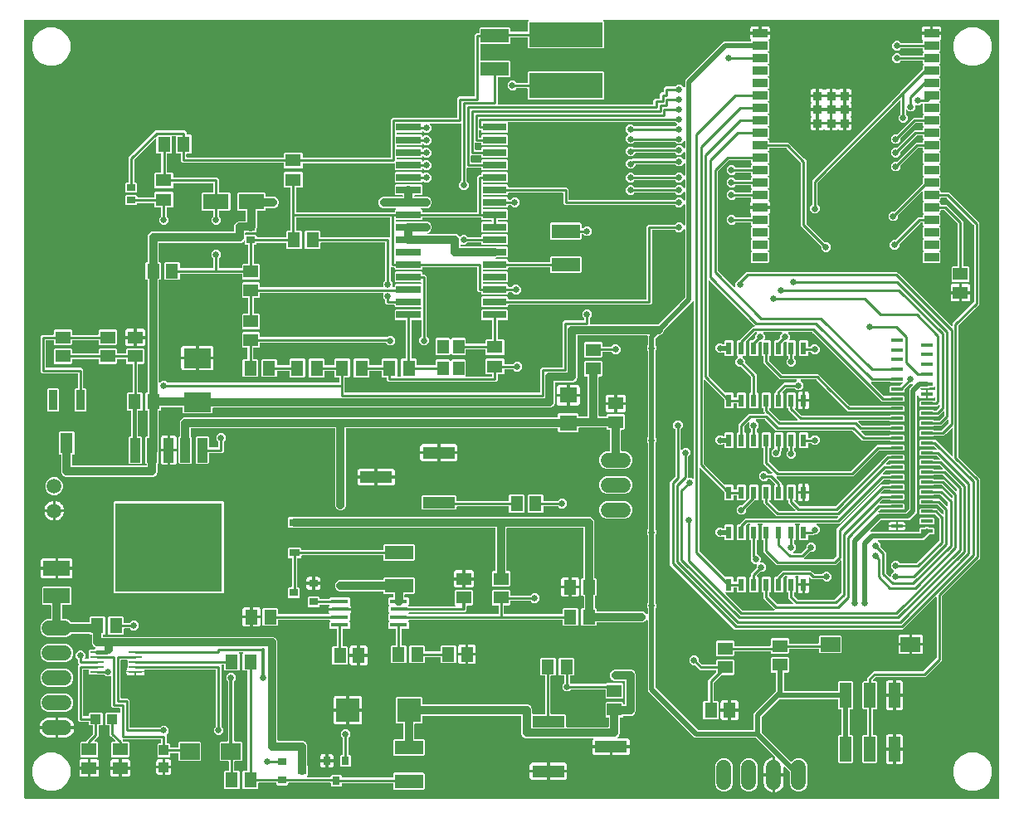
<source format=gbr>
G04 EAGLE Gerber RS-274X export*
G75*
%MOMM*%
%FSLAX34Y34*%
%LPD*%
%INTop Copper*%
%IPPOS*%
%AMOC8*
5,1,8,0,0,1.08239X$1,22.5*%
G01*
%ADD10R,1.300000X1.500000*%
%ADD11C,1.524000*%
%ADD12R,1.500000X1.300000*%
%ADD13R,1.200000X2.500000*%
%ADD14R,2.000000X1.500000*%
%ADD15R,1.500000X0.900000*%
%ADD16R,0.900000X0.900000*%
%ADD17R,0.600000X1.300000*%
%ADD18R,1.200000X0.350000*%
%ADD19R,0.900000X2.000000*%
%ADD20R,1.300000X2.000000*%
%ADD21R,10.900000X9.100000*%
%ADD22R,1.050000X2.500000*%
%ADD23R,1.100000X0.800000*%
%ADD24R,2.700000X1.600000*%
%ADD25R,1.350000X0.270000*%
%ADD26R,1.780000X0.450000*%
%ADD27R,2.850000X1.400000*%
%ADD28R,0.900000X0.800000*%
%ADD29R,3.300000X1.190000*%
%ADD30R,1.800000X1.600000*%
%ADD31R,2.800000X2.000000*%
%ADD32R,0.800000X0.900000*%
%ADD33R,2.370000X2.430000*%
%ADD34R,1.000000X1.100000*%
%ADD35R,1.100000X1.000000*%
%ADD36R,2.000000X1.720000*%
%ADD37C,1.500000*%
%ADD38R,7.500000X2.500000*%
%ADD39R,2.400000X0.800000*%
%ADD40R,2.500000X0.800000*%
%ADD41R,2.600000X1.600000*%
%ADD42R,1.600000X1.300000*%
%ADD43R,1.300000X1.600000*%
%ADD44R,0.900000X0.700000*%
%ADD45R,1.150000X1.400000*%
%ADD46C,0.654800*%
%ADD47C,0.254000*%
%ADD48C,0.152400*%
%ADD49C,0.508000*%
%ADD50C,0.812800*%
%ADD51C,0.406400*%
%ADD52C,0.304800*%

G36*
X996718Y2544D02*
X996718Y2544D01*
X996737Y2542D01*
X996839Y2564D01*
X996941Y2580D01*
X996958Y2590D01*
X996978Y2594D01*
X997067Y2647D01*
X997158Y2696D01*
X997172Y2710D01*
X997189Y2720D01*
X997256Y2799D01*
X997328Y2874D01*
X997336Y2892D01*
X997349Y2907D01*
X997388Y3003D01*
X997431Y3097D01*
X997433Y3117D01*
X997441Y3135D01*
X997459Y3302D01*
X997459Y796698D01*
X997456Y796718D01*
X997458Y796737D01*
X997436Y796839D01*
X997420Y796941D01*
X997410Y796958D01*
X997406Y796978D01*
X997353Y797067D01*
X997304Y797158D01*
X997290Y797172D01*
X997280Y797189D01*
X997201Y797256D01*
X997126Y797328D01*
X997108Y797336D01*
X997093Y797349D01*
X996997Y797388D01*
X996903Y797431D01*
X996883Y797433D01*
X996865Y797441D01*
X996698Y797459D01*
X593775Y797459D01*
X593704Y797448D01*
X593632Y797446D01*
X593583Y797428D01*
X593532Y797420D01*
X593469Y797386D01*
X593401Y797361D01*
X593361Y797329D01*
X593315Y797304D01*
X593265Y797252D01*
X593209Y797208D01*
X593181Y797164D01*
X593145Y797126D01*
X593115Y797061D01*
X593076Y797001D01*
X593064Y796950D01*
X593042Y796903D01*
X593034Y796832D01*
X593016Y796762D01*
X593020Y796710D01*
X593015Y796659D01*
X593030Y796588D01*
X593035Y796517D01*
X593056Y796469D01*
X593067Y796418D01*
X593104Y796357D01*
X593132Y796291D01*
X593177Y796235D01*
X593193Y796207D01*
X593211Y796192D01*
X593237Y796160D01*
X594015Y795382D01*
X594015Y769118D01*
X593122Y768225D01*
X516858Y768225D01*
X515965Y769118D01*
X515965Y778764D01*
X515962Y778784D01*
X515964Y778803D01*
X515942Y778905D01*
X515926Y779007D01*
X515916Y779024D01*
X515912Y779044D01*
X515859Y779133D01*
X515810Y779224D01*
X515796Y779238D01*
X515786Y779255D01*
X515707Y779322D01*
X515632Y779394D01*
X515614Y779402D01*
X515599Y779415D01*
X515503Y779454D01*
X515409Y779497D01*
X515389Y779499D01*
X515371Y779507D01*
X515204Y779525D01*
X499136Y779525D01*
X499116Y779522D01*
X499097Y779524D01*
X498995Y779502D01*
X498893Y779486D01*
X498876Y779476D01*
X498856Y779472D01*
X498767Y779419D01*
X498676Y779370D01*
X498662Y779356D01*
X498645Y779346D01*
X498578Y779267D01*
X498506Y779192D01*
X498498Y779174D01*
X498485Y779159D01*
X498446Y779063D01*
X498403Y778969D01*
X498401Y778949D01*
X498393Y778931D01*
X498375Y778764D01*
X498375Y773418D01*
X497482Y772525D01*
X468376Y772525D01*
X468356Y772522D01*
X468337Y772524D01*
X468235Y772502D01*
X468133Y772486D01*
X468116Y772476D01*
X468096Y772472D01*
X468007Y772419D01*
X467916Y772370D01*
X467902Y772356D01*
X467885Y772346D01*
X467818Y772267D01*
X467746Y772192D01*
X467738Y772174D01*
X467725Y772159D01*
X467686Y772063D01*
X467643Y771969D01*
X467641Y771949D01*
X467633Y771931D01*
X467615Y771764D01*
X467615Y756336D01*
X467618Y756316D01*
X467616Y756297D01*
X467638Y756195D01*
X467654Y756093D01*
X467664Y756076D01*
X467668Y756056D01*
X467721Y755967D01*
X467770Y755876D01*
X467784Y755862D01*
X467794Y755845D01*
X467873Y755778D01*
X467948Y755706D01*
X467966Y755698D01*
X467981Y755685D01*
X468077Y755646D01*
X468171Y755603D01*
X468191Y755601D01*
X468209Y755593D01*
X468376Y755575D01*
X497482Y755575D01*
X498375Y754682D01*
X498375Y739418D01*
X497482Y738525D01*
X486156Y738525D01*
X486136Y738522D01*
X486117Y738524D01*
X486015Y738502D01*
X485913Y738486D01*
X485896Y738476D01*
X485876Y738472D01*
X485787Y738419D01*
X485696Y738370D01*
X485682Y738356D01*
X485665Y738346D01*
X485598Y738267D01*
X485526Y738192D01*
X485518Y738174D01*
X485505Y738159D01*
X485466Y738063D01*
X485423Y737969D01*
X485421Y737949D01*
X485413Y737931D01*
X485395Y737764D01*
X485395Y711708D01*
X485398Y711688D01*
X485396Y711669D01*
X485418Y711567D01*
X485434Y711465D01*
X485444Y711448D01*
X485448Y711428D01*
X485501Y711339D01*
X485550Y711248D01*
X485564Y711234D01*
X485574Y711217D01*
X485653Y711150D01*
X485728Y711078D01*
X485746Y711070D01*
X485761Y711057D01*
X485857Y711018D01*
X485951Y710975D01*
X485971Y710973D01*
X485989Y710965D01*
X486156Y710947D01*
X643636Y710947D01*
X643656Y710950D01*
X643675Y710948D01*
X643777Y710970D01*
X643879Y710986D01*
X643896Y710996D01*
X643916Y711000D01*
X644005Y711053D01*
X644096Y711102D01*
X644110Y711116D01*
X644127Y711126D01*
X644194Y711205D01*
X644266Y711280D01*
X644274Y711298D01*
X644287Y711313D01*
X644326Y711409D01*
X644369Y711503D01*
X644371Y711523D01*
X644379Y711541D01*
X644397Y711708D01*
X644397Y715406D01*
X646034Y717043D01*
X650240Y717043D01*
X650260Y717046D01*
X650279Y717044D01*
X650381Y717066D01*
X650483Y717082D01*
X650500Y717092D01*
X650520Y717096D01*
X650609Y717149D01*
X650700Y717198D01*
X650714Y717212D01*
X650731Y717222D01*
X650798Y717301D01*
X650870Y717376D01*
X650878Y717394D01*
X650891Y717409D01*
X650930Y717505D01*
X650973Y717599D01*
X650975Y717619D01*
X650983Y717637D01*
X651001Y717804D01*
X651001Y721502D01*
X652638Y723139D01*
X654304Y723139D01*
X654324Y723142D01*
X654343Y723140D01*
X654445Y723162D01*
X654547Y723178D01*
X654564Y723188D01*
X654584Y723192D01*
X654673Y723245D01*
X654764Y723294D01*
X654778Y723308D01*
X654795Y723318D01*
X654862Y723397D01*
X654934Y723472D01*
X654942Y723490D01*
X654955Y723505D01*
X654994Y723601D01*
X655037Y723695D01*
X655039Y723715D01*
X655047Y723733D01*
X655065Y723900D01*
X655065Y727598D01*
X656702Y729235D01*
X666253Y729235D01*
X666343Y729249D01*
X666434Y729257D01*
X666464Y729269D01*
X666496Y729274D01*
X666576Y729317D01*
X666660Y729353D01*
X666692Y729379D01*
X666713Y729390D01*
X666735Y729413D01*
X666791Y729458D01*
X668572Y731239D01*
X672548Y731239D01*
X675356Y728431D01*
X675414Y728389D01*
X675466Y728339D01*
X675513Y728318D01*
X675555Y728287D01*
X675624Y728266D01*
X675689Y728236D01*
X675741Y728230D01*
X675791Y728215D01*
X675862Y728217D01*
X675933Y728209D01*
X675984Y728220D01*
X676036Y728221D01*
X676104Y728246D01*
X676174Y728261D01*
X676219Y728288D01*
X676267Y728306D01*
X676323Y728350D01*
X676385Y728387D01*
X676419Y728427D01*
X676459Y728459D01*
X676498Y728520D01*
X676545Y728574D01*
X676564Y728622D01*
X676592Y728666D01*
X676610Y728736D01*
X676637Y728802D01*
X676645Y728874D01*
X676653Y728905D01*
X676651Y728928D01*
X676655Y728969D01*
X676655Y735410D01*
X716200Y774955D01*
X743324Y774955D01*
X743344Y774958D01*
X743363Y774956D01*
X743465Y774978D01*
X743567Y774994D01*
X743584Y775004D01*
X743604Y775008D01*
X743693Y775061D01*
X743784Y775110D01*
X743798Y775124D01*
X743815Y775134D01*
X743882Y775213D01*
X743954Y775288D01*
X743962Y775306D01*
X743975Y775321D01*
X744014Y775417D01*
X744057Y775511D01*
X744059Y775531D01*
X744067Y775549D01*
X744085Y775716D01*
X744085Y776029D01*
X744130Y776099D01*
X744191Y776183D01*
X744196Y776202D01*
X744207Y776219D01*
X744232Y776319D01*
X744263Y776418D01*
X744262Y776438D01*
X744267Y776457D01*
X744259Y776560D01*
X744257Y776664D01*
X744250Y776683D01*
X744248Y776703D01*
X744208Y776798D01*
X744172Y776895D01*
X744160Y776911D01*
X744152Y776929D01*
X744047Y777060D01*
X743577Y777530D01*
X743242Y778109D01*
X743069Y778756D01*
X743069Y782067D01*
X752348Y782067D01*
X752368Y782070D01*
X752387Y782068D01*
X752489Y782090D01*
X752591Y782107D01*
X752608Y782116D01*
X752628Y782120D01*
X752717Y782173D01*
X752808Y782222D01*
X752822Y782236D01*
X752839Y782246D01*
X752906Y782325D01*
X752977Y782400D01*
X752986Y782418D01*
X752999Y782433D01*
X753038Y782529D01*
X753081Y782623D01*
X753083Y782643D01*
X753091Y782661D01*
X753109Y782828D01*
X753109Y783591D01*
X753111Y783591D01*
X753111Y782828D01*
X753114Y782808D01*
X753112Y782789D01*
X753134Y782687D01*
X753151Y782585D01*
X753160Y782568D01*
X753164Y782548D01*
X753217Y782459D01*
X753266Y782368D01*
X753280Y782354D01*
X753290Y782337D01*
X753369Y782270D01*
X753444Y782199D01*
X753462Y782190D01*
X753477Y782177D01*
X753573Y782138D01*
X753667Y782095D01*
X753687Y782093D01*
X753705Y782085D01*
X753872Y782067D01*
X763151Y782067D01*
X763151Y778755D01*
X762978Y778109D01*
X762643Y777530D01*
X762173Y777060D01*
X762161Y777044D01*
X762146Y777031D01*
X762090Y776944D01*
X762029Y776860D01*
X762024Y776841D01*
X762013Y776824D01*
X761988Y776724D01*
X761957Y776625D01*
X761958Y776605D01*
X761953Y776586D01*
X761961Y776483D01*
X761963Y776379D01*
X761970Y776360D01*
X761972Y776341D01*
X762013Y776245D01*
X762048Y776148D01*
X762060Y776133D01*
X762068Y776114D01*
X762135Y776031D01*
X762135Y765758D01*
X761455Y765078D01*
X761443Y765062D01*
X761427Y765050D01*
X761398Y765004D01*
X761375Y764980D01*
X761360Y764946D01*
X761311Y764879D01*
X761305Y764860D01*
X761294Y764843D01*
X761274Y764762D01*
X761272Y764757D01*
X761271Y764749D01*
X761269Y764742D01*
X761239Y764643D01*
X761239Y764624D01*
X761234Y764604D01*
X761242Y764501D01*
X761245Y764398D01*
X761252Y764379D01*
X761253Y764359D01*
X761294Y764264D01*
X761329Y764167D01*
X761342Y764151D01*
X761350Y764133D01*
X761455Y764002D01*
X762135Y763322D01*
X762135Y753058D01*
X761455Y752378D01*
X761443Y752362D01*
X761427Y752350D01*
X761371Y752262D01*
X761311Y752179D01*
X761305Y752160D01*
X761294Y752143D01*
X761269Y752042D01*
X761239Y751943D01*
X761239Y751924D01*
X761234Y751904D01*
X761242Y751801D01*
X761245Y751698D01*
X761252Y751679D01*
X761253Y751659D01*
X761294Y751564D01*
X761329Y751467D01*
X761342Y751451D01*
X761350Y751433D01*
X761455Y751302D01*
X762135Y750622D01*
X762135Y740358D01*
X761455Y739678D01*
X761443Y739662D01*
X761427Y739650D01*
X761371Y739562D01*
X761311Y739479D01*
X761305Y739460D01*
X761294Y739443D01*
X761269Y739342D01*
X761239Y739243D01*
X761239Y739224D01*
X761234Y739204D01*
X761242Y739101D01*
X761245Y738998D01*
X761252Y738979D01*
X761253Y738959D01*
X761294Y738864D01*
X761329Y738767D01*
X761342Y738751D01*
X761350Y738733D01*
X761455Y738602D01*
X762135Y737922D01*
X762135Y727658D01*
X761455Y726978D01*
X761443Y726962D01*
X761427Y726950D01*
X761371Y726862D01*
X761311Y726779D01*
X761305Y726760D01*
X761294Y726743D01*
X761269Y726642D01*
X761239Y726543D01*
X761239Y726524D01*
X761234Y726504D01*
X761242Y726401D01*
X761245Y726298D01*
X761252Y726279D01*
X761253Y726259D01*
X761294Y726164D01*
X761329Y726067D01*
X761342Y726051D01*
X761350Y726033D01*
X761455Y725902D01*
X762135Y725222D01*
X762135Y714958D01*
X761455Y714278D01*
X761443Y714262D01*
X761427Y714250D01*
X761371Y714162D01*
X761311Y714079D01*
X761305Y714060D01*
X761294Y714043D01*
X761269Y713942D01*
X761239Y713843D01*
X761239Y713824D01*
X761234Y713804D01*
X761242Y713701D01*
X761245Y713598D01*
X761252Y713579D01*
X761253Y713559D01*
X761294Y713464D01*
X761329Y713367D01*
X761342Y713351D01*
X761350Y713333D01*
X761455Y713202D01*
X762135Y712522D01*
X762135Y702258D01*
X761455Y701578D01*
X761443Y701562D01*
X761427Y701550D01*
X761371Y701462D01*
X761311Y701379D01*
X761305Y701360D01*
X761294Y701343D01*
X761269Y701242D01*
X761239Y701143D01*
X761239Y701124D01*
X761234Y701104D01*
X761242Y701001D01*
X761245Y700898D01*
X761252Y700879D01*
X761253Y700859D01*
X761294Y700764D01*
X761329Y700667D01*
X761342Y700651D01*
X761350Y700633D01*
X761455Y700502D01*
X762135Y699822D01*
X762135Y689558D01*
X761455Y688878D01*
X761443Y688862D01*
X761427Y688850D01*
X761371Y688762D01*
X761311Y688679D01*
X761305Y688660D01*
X761294Y688643D01*
X761269Y688542D01*
X761239Y688443D01*
X761239Y688424D01*
X761234Y688404D01*
X761242Y688301D01*
X761245Y688198D01*
X761252Y688179D01*
X761253Y688159D01*
X761294Y688064D01*
X761329Y687967D01*
X761342Y687951D01*
X761350Y687933D01*
X761455Y687802D01*
X762135Y687122D01*
X762135Y676858D01*
X761455Y676178D01*
X761443Y676162D01*
X761427Y676150D01*
X761371Y676062D01*
X761311Y675979D01*
X761305Y675960D01*
X761294Y675943D01*
X761269Y675842D01*
X761239Y675743D01*
X761239Y675724D01*
X761234Y675704D01*
X761242Y675601D01*
X761245Y675498D01*
X761252Y675479D01*
X761253Y675459D01*
X761294Y675364D01*
X761329Y675267D01*
X761342Y675251D01*
X761350Y675233D01*
X761455Y675102D01*
X762135Y674422D01*
X762135Y672846D01*
X762138Y672826D01*
X762136Y672807D01*
X762158Y672705D01*
X762174Y672603D01*
X762184Y672586D01*
X762188Y672566D01*
X762241Y672477D01*
X762290Y672386D01*
X762304Y672372D01*
X762314Y672355D01*
X762393Y672288D01*
X762468Y672216D01*
X762486Y672208D01*
X762501Y672195D01*
X762597Y672156D01*
X762691Y672113D01*
X762711Y672111D01*
X762729Y672103D01*
X762896Y672085D01*
X782208Y672085D01*
X784068Y670225D01*
X798495Y655798D01*
X800355Y653938D01*
X800355Y589483D01*
X800369Y589393D01*
X800377Y589302D01*
X800389Y589272D01*
X800394Y589240D01*
X800437Y589160D01*
X800473Y589076D01*
X800499Y589044D01*
X800510Y589023D01*
X800533Y589001D01*
X800547Y588983D01*
X800553Y588974D01*
X800559Y588968D01*
X800578Y588945D01*
X819351Y570172D01*
X819425Y570119D01*
X819494Y570059D01*
X819524Y570047D01*
X819550Y570028D01*
X819637Y570001D01*
X819722Y569967D01*
X819763Y569963D01*
X819785Y569956D01*
X819818Y569957D01*
X819889Y569949D01*
X822408Y569949D01*
X825219Y567138D01*
X825219Y563162D01*
X822408Y560351D01*
X818432Y560351D01*
X815621Y563162D01*
X815621Y565681D01*
X815607Y565771D01*
X815599Y565862D01*
X815587Y565892D01*
X815582Y565924D01*
X815539Y566004D01*
X815503Y566088D01*
X815477Y566120D01*
X815466Y566141D01*
X815443Y566163D01*
X815398Y566219D01*
X794765Y586852D01*
X794765Y651307D01*
X794751Y651397D01*
X794743Y651488D01*
X794731Y651518D01*
X794726Y651550D01*
X794683Y651630D01*
X794647Y651714D01*
X794621Y651746D01*
X794610Y651767D01*
X794587Y651789D01*
X794542Y651845D01*
X780115Y666272D01*
X780041Y666325D01*
X779972Y666385D01*
X779942Y666397D01*
X779916Y666416D01*
X779829Y666443D01*
X779744Y666477D01*
X779703Y666481D01*
X779681Y666488D01*
X779648Y666487D01*
X779577Y666495D01*
X762896Y666495D01*
X762876Y666492D01*
X762857Y666494D01*
X762755Y666472D01*
X762653Y666456D01*
X762636Y666446D01*
X762616Y666442D01*
X762527Y666389D01*
X762436Y666340D01*
X762422Y666326D01*
X762405Y666316D01*
X762338Y666237D01*
X762266Y666162D01*
X762258Y666144D01*
X762245Y666129D01*
X762206Y666033D01*
X762163Y665939D01*
X762161Y665919D01*
X762153Y665901D01*
X762135Y665734D01*
X762135Y664158D01*
X761455Y663478D01*
X761443Y663462D01*
X761427Y663450D01*
X761371Y663362D01*
X761311Y663279D01*
X761305Y663260D01*
X761294Y663243D01*
X761269Y663142D01*
X761239Y663043D01*
X761239Y663024D01*
X761234Y663004D01*
X761242Y662901D01*
X761245Y662798D01*
X761252Y662779D01*
X761253Y662759D01*
X761294Y662664D01*
X761329Y662567D01*
X761342Y662551D01*
X761350Y662533D01*
X761455Y662402D01*
X762135Y661722D01*
X762135Y651458D01*
X761455Y650778D01*
X761443Y650762D01*
X761427Y650750D01*
X761371Y650662D01*
X761311Y650579D01*
X761305Y650560D01*
X761294Y650543D01*
X761269Y650442D01*
X761239Y650343D01*
X761239Y650324D01*
X761234Y650304D01*
X761242Y650201D01*
X761245Y650098D01*
X761252Y650079D01*
X761253Y650059D01*
X761294Y649964D01*
X761329Y649867D01*
X761342Y649851D01*
X761350Y649833D01*
X761455Y649702D01*
X762135Y649022D01*
X762135Y638758D01*
X761455Y638078D01*
X761443Y638062D01*
X761427Y638050D01*
X761371Y637962D01*
X761311Y637879D01*
X761305Y637860D01*
X761294Y637843D01*
X761269Y637742D01*
X761239Y637643D01*
X761239Y637624D01*
X761234Y637604D01*
X761242Y637501D01*
X761245Y637398D01*
X761252Y637379D01*
X761253Y637359D01*
X761294Y637264D01*
X761329Y637167D01*
X761342Y637151D01*
X761350Y637133D01*
X761455Y637002D01*
X762135Y636322D01*
X762135Y626058D01*
X761455Y625378D01*
X761443Y625362D01*
X761427Y625350D01*
X761371Y625262D01*
X761311Y625179D01*
X761305Y625160D01*
X761294Y625143D01*
X761269Y625042D01*
X761239Y624943D01*
X761239Y624924D01*
X761234Y624904D01*
X761242Y624801D01*
X761245Y624698D01*
X761252Y624679D01*
X761253Y624659D01*
X761294Y624564D01*
X761329Y624467D01*
X761342Y624451D01*
X761350Y624433D01*
X761455Y624302D01*
X762135Y623622D01*
X762135Y613351D01*
X762090Y613281D01*
X762029Y613197D01*
X762024Y613178D01*
X762013Y613161D01*
X761988Y613061D01*
X761957Y612962D01*
X761958Y612942D01*
X761953Y612923D01*
X761961Y612820D01*
X761963Y612716D01*
X761970Y612697D01*
X761972Y612677D01*
X762012Y612582D01*
X762048Y612485D01*
X762060Y612469D01*
X762068Y612451D01*
X762173Y612320D01*
X762643Y611850D01*
X762978Y611271D01*
X763151Y610624D01*
X763151Y607313D01*
X753872Y607313D01*
X753852Y607310D01*
X753833Y607312D01*
X753731Y607290D01*
X753629Y607273D01*
X753612Y607264D01*
X753592Y607260D01*
X753503Y607207D01*
X753412Y607158D01*
X753398Y607144D01*
X753381Y607134D01*
X753314Y607055D01*
X753243Y606980D01*
X753234Y606962D01*
X753221Y606947D01*
X753182Y606851D01*
X753139Y606757D01*
X753137Y606737D01*
X753129Y606719D01*
X753111Y606552D01*
X753111Y605028D01*
X753114Y605008D01*
X753112Y604989D01*
X753134Y604887D01*
X753151Y604785D01*
X753160Y604768D01*
X753164Y604748D01*
X753217Y604659D01*
X753266Y604568D01*
X753280Y604554D01*
X753290Y604537D01*
X753369Y604470D01*
X753444Y604399D01*
X753462Y604390D01*
X753477Y604377D01*
X753573Y604338D01*
X753667Y604295D01*
X753687Y604293D01*
X753705Y604285D01*
X753872Y604267D01*
X763151Y604267D01*
X763151Y600955D01*
X762978Y600309D01*
X762643Y599730D01*
X762173Y599260D01*
X762161Y599244D01*
X762146Y599231D01*
X762090Y599144D01*
X762029Y599060D01*
X762024Y599041D01*
X762013Y599024D01*
X761988Y598924D01*
X761957Y598825D01*
X761958Y598805D01*
X761953Y598786D01*
X761961Y598683D01*
X761963Y598579D01*
X761970Y598560D01*
X761972Y598541D01*
X762013Y598445D01*
X762048Y598348D01*
X762060Y598333D01*
X762068Y598314D01*
X762135Y598231D01*
X762135Y587958D01*
X761455Y587278D01*
X761443Y587262D01*
X761427Y587250D01*
X761371Y587162D01*
X761311Y587079D01*
X761305Y587060D01*
X761294Y587043D01*
X761269Y586942D01*
X761239Y586843D01*
X761239Y586824D01*
X761234Y586804D01*
X761242Y586701D01*
X761245Y586598D01*
X761252Y586579D01*
X761253Y586559D01*
X761294Y586464D01*
X761329Y586367D01*
X761342Y586351D01*
X761350Y586333D01*
X761455Y586202D01*
X762135Y585522D01*
X762135Y575258D01*
X761455Y574578D01*
X761443Y574562D01*
X761427Y574550D01*
X761371Y574462D01*
X761311Y574379D01*
X761305Y574360D01*
X761294Y574343D01*
X761269Y574242D01*
X761239Y574143D01*
X761239Y574124D01*
X761234Y574104D01*
X761242Y574001D01*
X761245Y573898D01*
X761252Y573879D01*
X761253Y573859D01*
X761294Y573764D01*
X761329Y573667D01*
X761342Y573651D01*
X761350Y573633D01*
X761455Y573502D01*
X762135Y572822D01*
X762135Y562558D01*
X761455Y561878D01*
X761443Y561862D01*
X761427Y561850D01*
X761371Y561762D01*
X761311Y561679D01*
X761305Y561660D01*
X761294Y561643D01*
X761269Y561542D01*
X761239Y561443D01*
X761239Y561424D01*
X761234Y561404D01*
X761242Y561301D01*
X761245Y561198D01*
X761252Y561179D01*
X761253Y561159D01*
X761294Y561064D01*
X761329Y560967D01*
X761342Y560951D01*
X761350Y560933D01*
X761455Y560802D01*
X762135Y560122D01*
X762135Y549858D01*
X761242Y548965D01*
X744978Y548965D01*
X744085Y549858D01*
X744085Y560122D01*
X744765Y560802D01*
X744777Y560818D01*
X744793Y560830D01*
X744849Y560918D01*
X744909Y561001D01*
X744915Y561020D01*
X744926Y561037D01*
X744951Y561138D01*
X744981Y561237D01*
X744981Y561256D01*
X744986Y561276D01*
X744978Y561379D01*
X744975Y561482D01*
X744968Y561501D01*
X744967Y561521D01*
X744926Y561616D01*
X744891Y561713D01*
X744878Y561729D01*
X744870Y561747D01*
X744765Y561878D01*
X744085Y562558D01*
X744085Y572822D01*
X744765Y573502D01*
X744777Y573518D01*
X744793Y573530D01*
X744849Y573618D01*
X744909Y573701D01*
X744915Y573720D01*
X744926Y573737D01*
X744951Y573838D01*
X744981Y573937D01*
X744981Y573956D01*
X744986Y573976D01*
X744978Y574079D01*
X744975Y574182D01*
X744968Y574201D01*
X744967Y574221D01*
X744926Y574316D01*
X744891Y574413D01*
X744878Y574429D01*
X744870Y574447D01*
X744765Y574578D01*
X744085Y575258D01*
X744085Y585522D01*
X744765Y586202D01*
X744777Y586218D01*
X744793Y586230D01*
X744849Y586318D01*
X744909Y586401D01*
X744915Y586420D01*
X744926Y586437D01*
X744951Y586538D01*
X744981Y586637D01*
X744981Y586656D01*
X744986Y586676D01*
X744978Y586779D01*
X744975Y586882D01*
X744968Y586901D01*
X744967Y586921D01*
X744926Y587016D01*
X744891Y587113D01*
X744878Y587129D01*
X744870Y587147D01*
X744765Y587278D01*
X744085Y587958D01*
X744085Y589534D01*
X744082Y589554D01*
X744084Y589573D01*
X744062Y589675D01*
X744046Y589777D01*
X744036Y589794D01*
X744032Y589814D01*
X743979Y589903D01*
X743930Y589994D01*
X743916Y590008D01*
X743906Y590025D01*
X743827Y590092D01*
X743752Y590164D01*
X743734Y590172D01*
X743719Y590185D01*
X743623Y590224D01*
X743529Y590267D01*
X743509Y590269D01*
X743491Y590277D01*
X743324Y590295D01*
X728207Y590295D01*
X728117Y590281D01*
X728026Y590273D01*
X727996Y590261D01*
X727964Y590256D01*
X727884Y590213D01*
X727800Y590177D01*
X727768Y590151D01*
X727747Y590140D01*
X727725Y590117D01*
X727669Y590072D01*
X725888Y588291D01*
X721912Y588291D01*
X719101Y591102D01*
X719101Y595078D01*
X721912Y597889D01*
X725888Y597889D01*
X727669Y596108D01*
X727743Y596055D01*
X727812Y595995D01*
X727842Y595983D01*
X727868Y595964D01*
X727955Y595937D01*
X728040Y595903D01*
X728081Y595899D01*
X728104Y595892D01*
X728136Y595893D01*
X728207Y595885D01*
X743324Y595885D01*
X743344Y595888D01*
X743363Y595886D01*
X743465Y595908D01*
X743567Y595924D01*
X743584Y595934D01*
X743604Y595938D01*
X743693Y595991D01*
X743784Y596040D01*
X743798Y596054D01*
X743815Y596064D01*
X743882Y596143D01*
X743954Y596218D01*
X743962Y596236D01*
X743975Y596251D01*
X744014Y596347D01*
X744057Y596441D01*
X744059Y596461D01*
X744067Y596479D01*
X744085Y596646D01*
X744085Y598229D01*
X744130Y598299D01*
X744191Y598383D01*
X744196Y598402D01*
X744207Y598419D01*
X744232Y598519D01*
X744263Y598618D01*
X744262Y598638D01*
X744267Y598657D01*
X744259Y598760D01*
X744257Y598864D01*
X744250Y598883D01*
X744248Y598903D01*
X744208Y598998D01*
X744172Y599095D01*
X744160Y599111D01*
X744152Y599129D01*
X744047Y599260D01*
X743577Y599730D01*
X743242Y600309D01*
X743069Y600956D01*
X743069Y604267D01*
X752348Y604267D01*
X752368Y604270D01*
X752387Y604268D01*
X752489Y604290D01*
X752591Y604307D01*
X752608Y604316D01*
X752628Y604320D01*
X752717Y604373D01*
X752808Y604422D01*
X752822Y604436D01*
X752839Y604446D01*
X752906Y604525D01*
X752977Y604600D01*
X752986Y604618D01*
X752999Y604633D01*
X753038Y604729D01*
X753081Y604823D01*
X753083Y604843D01*
X753091Y604861D01*
X753109Y605028D01*
X753109Y606552D01*
X753106Y606572D01*
X753108Y606591D01*
X753086Y606693D01*
X753069Y606795D01*
X753060Y606812D01*
X753056Y606832D01*
X753003Y606921D01*
X752954Y607012D01*
X752940Y607026D01*
X752930Y607043D01*
X752851Y607110D01*
X752776Y607181D01*
X752758Y607190D01*
X752743Y607203D01*
X752647Y607242D01*
X752553Y607285D01*
X752533Y607287D01*
X752515Y607295D01*
X752348Y607313D01*
X743069Y607313D01*
X743069Y610624D01*
X743242Y611271D01*
X743577Y611850D01*
X744047Y612320D01*
X744059Y612336D01*
X744074Y612349D01*
X744130Y612436D01*
X744191Y612520D01*
X744196Y612539D01*
X744207Y612556D01*
X744232Y612656D01*
X744263Y612755D01*
X744262Y612775D01*
X744267Y612794D01*
X744259Y612897D01*
X744257Y613001D01*
X744250Y613020D01*
X744248Y613039D01*
X744208Y613134D01*
X744172Y613232D01*
X744160Y613248D01*
X744152Y613266D01*
X744085Y613349D01*
X744085Y614934D01*
X744082Y614954D01*
X744084Y614973D01*
X744062Y615075D01*
X744046Y615177D01*
X744036Y615194D01*
X744032Y615214D01*
X743979Y615303D01*
X743930Y615394D01*
X743916Y615408D01*
X743906Y615425D01*
X743827Y615492D01*
X743752Y615564D01*
X743734Y615572D01*
X743719Y615585D01*
X743623Y615624D01*
X743529Y615667D01*
X743509Y615669D01*
X743491Y615677D01*
X743324Y615695D01*
X728207Y615695D01*
X728117Y615681D01*
X728026Y615673D01*
X727996Y615661D01*
X727964Y615656D01*
X727884Y615613D01*
X727800Y615577D01*
X727768Y615551D01*
X727747Y615540D01*
X727725Y615517D01*
X727669Y615472D01*
X725888Y613691D01*
X721912Y613691D01*
X719101Y616502D01*
X719101Y620478D01*
X721912Y623289D01*
X725888Y623289D01*
X727669Y621508D01*
X727743Y621455D01*
X727812Y621395D01*
X727842Y621383D01*
X727868Y621364D01*
X727955Y621337D01*
X728040Y621303D01*
X728081Y621299D01*
X728104Y621292D01*
X728136Y621293D01*
X728207Y621285D01*
X743324Y621285D01*
X743344Y621288D01*
X743363Y621286D01*
X743465Y621308D01*
X743567Y621324D01*
X743584Y621334D01*
X743604Y621338D01*
X743693Y621391D01*
X743784Y621440D01*
X743798Y621454D01*
X743815Y621464D01*
X743882Y621543D01*
X743954Y621618D01*
X743962Y621636D01*
X743975Y621651D01*
X744014Y621747D01*
X744057Y621841D01*
X744059Y621861D01*
X744067Y621879D01*
X744085Y622046D01*
X744085Y623622D01*
X744765Y624302D01*
X744777Y624318D01*
X744793Y624330D01*
X744849Y624418D01*
X744909Y624501D01*
X744915Y624520D01*
X744926Y624537D01*
X744951Y624638D01*
X744981Y624737D01*
X744981Y624756D01*
X744986Y624776D01*
X744978Y624879D01*
X744975Y624982D01*
X744968Y625001D01*
X744967Y625021D01*
X744926Y625116D01*
X744891Y625213D01*
X744878Y625229D01*
X744870Y625247D01*
X744765Y625378D01*
X744085Y626058D01*
X744085Y627634D01*
X744082Y627654D01*
X744084Y627673D01*
X744062Y627775D01*
X744046Y627877D01*
X744036Y627894D01*
X744032Y627914D01*
X743979Y628003D01*
X743930Y628094D01*
X743916Y628108D01*
X743906Y628125D01*
X743827Y628192D01*
X743752Y628264D01*
X743734Y628272D01*
X743719Y628285D01*
X743623Y628324D01*
X743529Y628367D01*
X743509Y628369D01*
X743491Y628377D01*
X743324Y628395D01*
X728207Y628395D01*
X728117Y628381D01*
X728026Y628373D01*
X727996Y628361D01*
X727964Y628356D01*
X727884Y628313D01*
X727800Y628277D01*
X727768Y628251D01*
X727747Y628240D01*
X727725Y628217D01*
X727669Y628172D01*
X725888Y626391D01*
X721912Y626391D01*
X719101Y629202D01*
X719101Y633178D01*
X721912Y635989D01*
X725888Y635989D01*
X727669Y634208D01*
X727743Y634155D01*
X727812Y634095D01*
X727842Y634083D01*
X727868Y634064D01*
X727955Y634037D01*
X728040Y634003D01*
X728081Y633999D01*
X728104Y633992D01*
X728136Y633993D01*
X728207Y633985D01*
X743324Y633985D01*
X743344Y633988D01*
X743363Y633986D01*
X743465Y634008D01*
X743567Y634024D01*
X743584Y634034D01*
X743604Y634038D01*
X743693Y634091D01*
X743784Y634140D01*
X743798Y634154D01*
X743815Y634164D01*
X743882Y634243D01*
X743954Y634318D01*
X743962Y634336D01*
X743975Y634351D01*
X744014Y634447D01*
X744057Y634541D01*
X744059Y634561D01*
X744067Y634579D01*
X744085Y634746D01*
X744085Y636322D01*
X744765Y637002D01*
X744777Y637018D01*
X744793Y637030D01*
X744849Y637118D01*
X744909Y637201D01*
X744915Y637220D01*
X744926Y637237D01*
X744951Y637338D01*
X744981Y637437D01*
X744981Y637456D01*
X744986Y637476D01*
X744978Y637579D01*
X744975Y637682D01*
X744968Y637701D01*
X744967Y637721D01*
X744926Y637816D01*
X744891Y637913D01*
X744878Y637929D01*
X744870Y637947D01*
X744765Y638078D01*
X744085Y638758D01*
X744085Y640334D01*
X744082Y640354D01*
X744084Y640373D01*
X744062Y640475D01*
X744046Y640577D01*
X744036Y640594D01*
X744032Y640614D01*
X743979Y640703D01*
X743930Y640794D01*
X743916Y640808D01*
X743906Y640825D01*
X743827Y640892D01*
X743752Y640964D01*
X743734Y640972D01*
X743719Y640985D01*
X743623Y641024D01*
X743529Y641067D01*
X743509Y641069D01*
X743491Y641077D01*
X743324Y641095D01*
X728207Y641095D01*
X728117Y641081D01*
X728026Y641073D01*
X727996Y641061D01*
X727964Y641056D01*
X727884Y641013D01*
X727800Y640977D01*
X727768Y640951D01*
X727747Y640940D01*
X727725Y640917D01*
X727669Y640872D01*
X725888Y639091D01*
X721912Y639091D01*
X719101Y641902D01*
X719101Y645878D01*
X721912Y648689D01*
X725888Y648689D01*
X727669Y646908D01*
X727743Y646855D01*
X727812Y646795D01*
X727842Y646783D01*
X727868Y646764D01*
X727955Y646737D01*
X728040Y646703D01*
X728081Y646699D01*
X728104Y646692D01*
X728136Y646693D01*
X728207Y646685D01*
X743324Y646685D01*
X743344Y646688D01*
X743363Y646686D01*
X743465Y646708D01*
X743567Y646724D01*
X743584Y646734D01*
X743604Y646738D01*
X743693Y646791D01*
X743784Y646840D01*
X743798Y646854D01*
X743815Y646864D01*
X743882Y646943D01*
X743954Y647018D01*
X743962Y647036D01*
X743975Y647051D01*
X744014Y647147D01*
X744057Y647241D01*
X744059Y647261D01*
X744067Y647279D01*
X744085Y647446D01*
X744085Y649022D01*
X744765Y649702D01*
X744777Y649718D01*
X744793Y649730D01*
X744849Y649818D01*
X744909Y649901D01*
X744915Y649920D01*
X744926Y649937D01*
X744951Y650038D01*
X744981Y650137D01*
X744981Y650156D01*
X744986Y650176D01*
X744978Y650279D01*
X744975Y650382D01*
X744968Y650401D01*
X744967Y650421D01*
X744926Y650516D01*
X744891Y650613D01*
X744878Y650629D01*
X744870Y650647D01*
X744765Y650778D01*
X744085Y651458D01*
X744085Y653034D01*
X744082Y653054D01*
X744084Y653073D01*
X744062Y653175D01*
X744046Y653277D01*
X744036Y653294D01*
X744032Y653314D01*
X743979Y653403D01*
X743930Y653494D01*
X743916Y653508D01*
X743906Y653525D01*
X743827Y653592D01*
X743752Y653664D01*
X743734Y653672D01*
X743719Y653685D01*
X743623Y653724D01*
X743529Y653767D01*
X743509Y653769D01*
X743491Y653777D01*
X743324Y653795D01*
X721563Y653795D01*
X721473Y653781D01*
X721382Y653773D01*
X721352Y653761D01*
X721320Y653756D01*
X721240Y653713D01*
X721156Y653677D01*
X721124Y653651D01*
X721103Y653640D01*
X721081Y653617D01*
X721025Y653572D01*
X710408Y642955D01*
X710355Y642881D01*
X710295Y642812D01*
X710283Y642782D01*
X710264Y642756D01*
X710237Y642669D01*
X710203Y642584D01*
X710199Y642543D01*
X710192Y642521D01*
X710193Y642488D01*
X710185Y642417D01*
X710185Y541223D01*
X710199Y541133D01*
X710207Y541042D01*
X710219Y541012D01*
X710224Y540980D01*
X710267Y540899D01*
X710303Y540816D01*
X710329Y540783D01*
X710340Y540763D01*
X710363Y540741D01*
X710408Y540685D01*
X726692Y524401D01*
X726750Y524359D01*
X726802Y524309D01*
X726849Y524287D01*
X726891Y524257D01*
X726960Y524236D01*
X727025Y524206D01*
X727077Y524200D01*
X727127Y524185D01*
X727198Y524187D01*
X727269Y524179D01*
X727320Y524190D01*
X727372Y524191D01*
X727440Y524216D01*
X727510Y524231D01*
X727554Y524258D01*
X727603Y524276D01*
X727659Y524320D01*
X727721Y524357D01*
X727755Y524397D01*
X727795Y524429D01*
X727834Y524490D01*
X727881Y524544D01*
X727900Y524592D01*
X727928Y524636D01*
X727946Y524706D01*
X727973Y524772D01*
X727981Y524844D01*
X727989Y524875D01*
X727987Y524898D01*
X727991Y524939D01*
X727991Y529038D01*
X730806Y531853D01*
X730871Y531863D01*
X730962Y531871D01*
X730992Y531883D01*
X731024Y531888D01*
X731104Y531931D01*
X731188Y531967D01*
X731220Y531993D01*
X731241Y532004D01*
X731263Y532027D01*
X731319Y532072D01*
X739252Y540005D01*
X893121Y540005D01*
X894981Y538145D01*
X948460Y484666D01*
X948518Y484625D01*
X948570Y484575D01*
X948617Y484553D01*
X948659Y484523D01*
X948728Y484502D01*
X948793Y484472D01*
X948845Y484466D01*
X948895Y484450D01*
X948966Y484452D01*
X949037Y484444D01*
X949088Y484455D01*
X949140Y484457D01*
X949208Y484481D01*
X949278Y484497D01*
X949323Y484523D01*
X949371Y484541D01*
X949427Y484586D01*
X949489Y484623D01*
X949523Y484662D01*
X949563Y484695D01*
X949602Y484755D01*
X949649Y484810D01*
X949668Y484858D01*
X949696Y484902D01*
X949714Y484971D01*
X949741Y485038D01*
X949749Y485109D01*
X949757Y485140D01*
X949755Y485164D01*
X949759Y485205D01*
X949759Y487622D01*
X951619Y489482D01*
X971072Y508935D01*
X971125Y509009D01*
X971185Y509078D01*
X971197Y509108D01*
X971216Y509134D01*
X971243Y509221D01*
X971277Y509306D01*
X971281Y509347D01*
X971288Y509369D01*
X971287Y509402D01*
X971295Y509473D01*
X971295Y587807D01*
X971281Y587897D01*
X971273Y587988D01*
X971261Y588018D01*
X971256Y588050D01*
X971213Y588130D01*
X971177Y588214D01*
X971151Y588246D01*
X971140Y588267D01*
X971117Y588289D01*
X971072Y588345D01*
X943945Y615472D01*
X943871Y615525D01*
X943802Y615585D01*
X943772Y615597D01*
X943746Y615616D01*
X943659Y615643D01*
X943574Y615677D01*
X943533Y615681D01*
X943511Y615688D01*
X943478Y615687D01*
X943407Y615695D01*
X937896Y615695D01*
X937876Y615692D01*
X937857Y615694D01*
X937755Y615672D01*
X937653Y615656D01*
X937636Y615646D01*
X937616Y615642D01*
X937527Y615589D01*
X937436Y615540D01*
X937422Y615526D01*
X937405Y615516D01*
X937338Y615437D01*
X937266Y615362D01*
X937258Y615344D01*
X937245Y615329D01*
X937206Y615233D01*
X937163Y615139D01*
X937161Y615119D01*
X937153Y615101D01*
X937135Y614934D01*
X937135Y613358D01*
X936455Y612678D01*
X936443Y612662D01*
X936427Y612650D01*
X936371Y612562D01*
X936311Y612479D01*
X936305Y612460D01*
X936294Y612443D01*
X936269Y612342D01*
X936239Y612243D01*
X936239Y612224D01*
X936234Y612204D01*
X936242Y612101D01*
X936245Y611998D01*
X936252Y611979D01*
X936253Y611959D01*
X936294Y611864D01*
X936329Y611767D01*
X936342Y611751D01*
X936350Y611733D01*
X936455Y611602D01*
X937135Y610922D01*
X937135Y609346D01*
X937138Y609326D01*
X937136Y609307D01*
X937158Y609205D01*
X937174Y609103D01*
X937184Y609086D01*
X937188Y609066D01*
X937241Y608977D01*
X937290Y608886D01*
X937304Y608872D01*
X937314Y608855D01*
X937393Y608788D01*
X937468Y608716D01*
X937486Y608708D01*
X937501Y608695D01*
X937597Y608656D01*
X937691Y608613D01*
X937711Y608611D01*
X937729Y608603D01*
X937896Y608585D01*
X943498Y608585D01*
X960375Y591708D01*
X960375Y546606D01*
X960378Y546586D01*
X960376Y546567D01*
X960398Y546465D01*
X960414Y546363D01*
X960424Y546346D01*
X960428Y546326D01*
X960481Y546237D01*
X960530Y546146D01*
X960544Y546132D01*
X960554Y546115D01*
X960633Y546048D01*
X960708Y545976D01*
X960726Y545968D01*
X960741Y545955D01*
X960837Y545916D01*
X960931Y545873D01*
X960951Y545871D01*
X960969Y545863D01*
X961136Y545845D01*
X965712Y545845D01*
X966605Y544952D01*
X966605Y530688D01*
X965712Y529795D01*
X949448Y529795D01*
X948555Y530688D01*
X948555Y544952D01*
X949448Y545845D01*
X954024Y545845D01*
X954044Y545848D01*
X954063Y545846D01*
X954165Y545868D01*
X954267Y545884D01*
X954284Y545894D01*
X954304Y545898D01*
X954393Y545951D01*
X954484Y546000D01*
X954498Y546014D01*
X954515Y546024D01*
X954582Y546103D01*
X954654Y546178D01*
X954662Y546196D01*
X954675Y546211D01*
X954714Y546307D01*
X954757Y546401D01*
X954759Y546421D01*
X954767Y546439D01*
X954785Y546606D01*
X954785Y589077D01*
X954771Y589167D01*
X954763Y589258D01*
X954751Y589288D01*
X954746Y589320D01*
X954703Y589400D01*
X954667Y589484D01*
X954641Y589516D01*
X954630Y589537D01*
X954607Y589559D01*
X954562Y589615D01*
X941405Y602772D01*
X941331Y602825D01*
X941262Y602885D01*
X941232Y602897D01*
X941206Y602916D01*
X941119Y602943D01*
X941034Y602977D01*
X940993Y602981D01*
X940971Y602988D01*
X940938Y602987D01*
X940867Y602995D01*
X937896Y602995D01*
X937876Y602992D01*
X937857Y602994D01*
X937755Y602972D01*
X937653Y602956D01*
X937636Y602946D01*
X937616Y602942D01*
X937527Y602889D01*
X937436Y602840D01*
X937422Y602826D01*
X937405Y602816D01*
X937338Y602737D01*
X937266Y602662D01*
X937258Y602644D01*
X937245Y602629D01*
X937206Y602533D01*
X937163Y602439D01*
X937161Y602419D01*
X937153Y602401D01*
X937135Y602234D01*
X937135Y600658D01*
X936455Y599978D01*
X936443Y599962D01*
X936427Y599950D01*
X936371Y599862D01*
X936311Y599779D01*
X936305Y599760D01*
X936294Y599743D01*
X936269Y599642D01*
X936239Y599543D01*
X936239Y599524D01*
X936234Y599504D01*
X936242Y599401D01*
X936245Y599298D01*
X936252Y599279D01*
X936253Y599259D01*
X936294Y599164D01*
X936329Y599067D01*
X936342Y599051D01*
X936350Y599033D01*
X936455Y598902D01*
X937135Y598222D01*
X937135Y587958D01*
X936455Y587278D01*
X936443Y587262D01*
X936427Y587250D01*
X936371Y587162D01*
X936311Y587079D01*
X936305Y587060D01*
X936294Y587043D01*
X936269Y586942D01*
X936239Y586843D01*
X936239Y586824D01*
X936234Y586804D01*
X936242Y586701D01*
X936245Y586598D01*
X936252Y586579D01*
X936253Y586559D01*
X936294Y586464D01*
X936329Y586367D01*
X936342Y586351D01*
X936350Y586333D01*
X936455Y586202D01*
X937135Y585522D01*
X937135Y575258D01*
X936455Y574578D01*
X936443Y574562D01*
X936427Y574550D01*
X936371Y574462D01*
X936311Y574379D01*
X936305Y574360D01*
X936294Y574343D01*
X936269Y574242D01*
X936239Y574143D01*
X936239Y574124D01*
X936234Y574104D01*
X936242Y574001D01*
X936245Y573898D01*
X936252Y573879D01*
X936253Y573859D01*
X936294Y573764D01*
X936329Y573667D01*
X936342Y573651D01*
X936350Y573633D01*
X936455Y573502D01*
X937135Y572822D01*
X937135Y562558D01*
X936455Y561878D01*
X936443Y561862D01*
X936427Y561850D01*
X936371Y561762D01*
X936311Y561679D01*
X936305Y561660D01*
X936294Y561643D01*
X936269Y561542D01*
X936239Y561443D01*
X936239Y561424D01*
X936234Y561404D01*
X936242Y561301D01*
X936245Y561198D01*
X936252Y561179D01*
X936253Y561159D01*
X936294Y561064D01*
X936329Y560967D01*
X936342Y560951D01*
X936350Y560933D01*
X936455Y560802D01*
X937135Y560122D01*
X937135Y549858D01*
X936242Y548965D01*
X919978Y548965D01*
X919085Y549858D01*
X919085Y560122D01*
X919765Y560802D01*
X919777Y560818D01*
X919793Y560830D01*
X919849Y560918D01*
X919909Y561001D01*
X919915Y561020D01*
X919926Y561037D01*
X919951Y561138D01*
X919981Y561237D01*
X919981Y561256D01*
X919986Y561276D01*
X919978Y561379D01*
X919975Y561482D01*
X919968Y561501D01*
X919967Y561521D01*
X919926Y561616D01*
X919891Y561713D01*
X919878Y561729D01*
X919870Y561747D01*
X919765Y561878D01*
X919085Y562558D01*
X919085Y572822D01*
X919765Y573502D01*
X919777Y573518D01*
X919793Y573530D01*
X919849Y573618D01*
X919909Y573701D01*
X919915Y573720D01*
X919926Y573737D01*
X919951Y573838D01*
X919981Y573937D01*
X919981Y573956D01*
X919986Y573976D01*
X919978Y574079D01*
X919975Y574182D01*
X919968Y574201D01*
X919967Y574221D01*
X919926Y574316D01*
X919891Y574413D01*
X919878Y574429D01*
X919870Y574447D01*
X919765Y574578D01*
X919085Y575258D01*
X919085Y585522D01*
X919765Y586202D01*
X919777Y586218D01*
X919793Y586230D01*
X919849Y586318D01*
X919909Y586401D01*
X919915Y586420D01*
X919926Y586437D01*
X919951Y586538D01*
X919981Y586637D01*
X919981Y586656D01*
X919986Y586676D01*
X919978Y586779D01*
X919975Y586882D01*
X919968Y586901D01*
X919967Y586921D01*
X919926Y587016D01*
X919891Y587113D01*
X919878Y587129D01*
X919870Y587147D01*
X919765Y587278D01*
X919085Y587958D01*
X919085Y589534D01*
X919082Y589554D01*
X919084Y589573D01*
X919062Y589675D01*
X919046Y589777D01*
X919036Y589794D01*
X919032Y589814D01*
X918979Y589903D01*
X918930Y589994D01*
X918916Y590008D01*
X918906Y590025D01*
X918827Y590092D01*
X918752Y590164D01*
X918734Y590172D01*
X918719Y590185D01*
X918623Y590224D01*
X918529Y590267D01*
X918509Y590269D01*
X918491Y590277D01*
X918324Y590295D01*
X917143Y590295D01*
X917053Y590281D01*
X916962Y590273D01*
X916932Y590261D01*
X916900Y590256D01*
X916820Y590213D01*
X916736Y590177D01*
X916704Y590151D01*
X916683Y590140D01*
X916661Y590117D01*
X916605Y590072D01*
X895292Y568759D01*
X895239Y568685D01*
X895179Y568616D01*
X895167Y568586D01*
X895148Y568560D01*
X895121Y568473D01*
X895087Y568388D01*
X895083Y568347D01*
X895076Y568325D01*
X895077Y568292D01*
X895069Y568221D01*
X895069Y565702D01*
X892258Y562891D01*
X888282Y562891D01*
X885471Y565702D01*
X885471Y569678D01*
X888282Y572489D01*
X890801Y572489D01*
X890891Y572503D01*
X890982Y572511D01*
X891012Y572523D01*
X891044Y572528D01*
X891124Y572571D01*
X891208Y572607D01*
X891240Y572633D01*
X891261Y572644D01*
X891283Y572667D01*
X891339Y572712D01*
X914512Y595885D01*
X918324Y595885D01*
X918344Y595888D01*
X918363Y595886D01*
X918465Y595908D01*
X918567Y595924D01*
X918584Y595934D01*
X918604Y595938D01*
X918693Y595991D01*
X918784Y596040D01*
X918798Y596054D01*
X918815Y596064D01*
X918882Y596143D01*
X918954Y596218D01*
X918962Y596236D01*
X918975Y596251D01*
X919014Y596347D01*
X919057Y596441D01*
X919059Y596461D01*
X919067Y596479D01*
X919085Y596646D01*
X919085Y598222D01*
X919765Y598902D01*
X919777Y598918D01*
X919793Y598930D01*
X919849Y599018D01*
X919909Y599101D01*
X919915Y599120D01*
X919926Y599137D01*
X919951Y599238D01*
X919981Y599337D01*
X919981Y599356D01*
X919986Y599376D01*
X919978Y599479D01*
X919975Y599582D01*
X919968Y599601D01*
X919967Y599621D01*
X919926Y599716D01*
X919891Y599813D01*
X919878Y599829D01*
X919870Y599847D01*
X919765Y599978D01*
X919085Y600658D01*
X919085Y610922D01*
X919765Y611602D01*
X919777Y611618D01*
X919793Y611630D01*
X919849Y611718D01*
X919909Y611801D01*
X919915Y611820D01*
X919926Y611837D01*
X919951Y611938D01*
X919981Y612037D01*
X919981Y612056D01*
X919986Y612076D01*
X919978Y612179D01*
X919975Y612282D01*
X919968Y612301D01*
X919967Y612321D01*
X919926Y612416D01*
X919891Y612513D01*
X919878Y612529D01*
X919870Y612547D01*
X919765Y612678D01*
X919085Y613358D01*
X919085Y621195D01*
X919074Y621266D01*
X919072Y621338D01*
X919054Y621387D01*
X919046Y621438D01*
X919012Y621501D01*
X918987Y621569D01*
X918955Y621609D01*
X918930Y621655D01*
X918878Y621705D01*
X918834Y621761D01*
X918790Y621789D01*
X918752Y621825D01*
X918687Y621855D01*
X918627Y621894D01*
X918576Y621906D01*
X918529Y621928D01*
X918458Y621936D01*
X918388Y621954D01*
X918336Y621950D01*
X918285Y621955D01*
X918214Y621940D01*
X918143Y621935D01*
X918095Y621914D01*
X918044Y621903D01*
X917983Y621866D01*
X917917Y621838D01*
X917861Y621793D01*
X917833Y621777D01*
X917818Y621759D01*
X917786Y621733D01*
X894022Y597969D01*
X893969Y597895D01*
X893909Y597826D01*
X893897Y597796D01*
X893878Y597770D01*
X893851Y597683D01*
X893817Y597598D01*
X893813Y597557D01*
X893806Y597535D01*
X893807Y597502D01*
X893799Y597431D01*
X893799Y594912D01*
X890988Y592101D01*
X887012Y592101D01*
X884201Y594912D01*
X884201Y598888D01*
X887012Y601699D01*
X889531Y601699D01*
X889621Y601713D01*
X889712Y601721D01*
X889742Y601733D01*
X889774Y601738D01*
X889854Y601781D01*
X889938Y601817D01*
X889970Y601843D01*
X889991Y601854D01*
X890013Y601877D01*
X890069Y601922D01*
X918862Y630715D01*
X918915Y630789D01*
X918975Y630858D01*
X918987Y630888D01*
X919006Y630914D01*
X919033Y631001D01*
X919067Y631086D01*
X919071Y631127D01*
X919078Y631149D01*
X919077Y631182D01*
X919085Y631253D01*
X919085Y636322D01*
X919765Y637002D01*
X919777Y637018D01*
X919793Y637030D01*
X919849Y637118D01*
X919909Y637201D01*
X919915Y637220D01*
X919926Y637237D01*
X919951Y637338D01*
X919981Y637437D01*
X919981Y637456D01*
X919986Y637476D01*
X919978Y637579D01*
X919975Y637682D01*
X919968Y637701D01*
X919967Y637721D01*
X919926Y637816D01*
X919891Y637913D01*
X919878Y637929D01*
X919870Y637947D01*
X919765Y638078D01*
X919085Y638758D01*
X919085Y649022D01*
X919765Y649702D01*
X919777Y649718D01*
X919793Y649730D01*
X919849Y649818D01*
X919909Y649901D01*
X919915Y649920D01*
X919926Y649937D01*
X919951Y650038D01*
X919981Y650137D01*
X919981Y650156D01*
X919986Y650176D01*
X919978Y650279D01*
X919975Y650382D01*
X919968Y650401D01*
X919967Y650421D01*
X919926Y650516D01*
X919891Y650613D01*
X919878Y650629D01*
X919870Y650647D01*
X919765Y650778D01*
X919085Y651458D01*
X919085Y661722D01*
X919765Y662402D01*
X919777Y662418D01*
X919793Y662430D01*
X919849Y662518D01*
X919909Y662601D01*
X919915Y662620D01*
X919926Y662637D01*
X919951Y662738D01*
X919981Y662837D01*
X919981Y662856D01*
X919986Y662876D01*
X919978Y662979D01*
X919975Y663082D01*
X919968Y663101D01*
X919967Y663121D01*
X919926Y663216D01*
X919891Y663313D01*
X919878Y663329D01*
X919870Y663347D01*
X919765Y663478D01*
X919085Y664158D01*
X919085Y665734D01*
X919082Y665754D01*
X919084Y665773D01*
X919062Y665875D01*
X919046Y665977D01*
X919036Y665994D01*
X919032Y666014D01*
X918979Y666103D01*
X918930Y666194D01*
X918916Y666208D01*
X918906Y666225D01*
X918827Y666292D01*
X918752Y666364D01*
X918734Y666372D01*
X918719Y666385D01*
X918623Y666424D01*
X918529Y666467D01*
X918509Y666469D01*
X918491Y666477D01*
X918324Y666495D01*
X914603Y666495D01*
X914513Y666481D01*
X914422Y666473D01*
X914392Y666461D01*
X914360Y666456D01*
X914280Y666413D01*
X914196Y666377D01*
X914164Y666351D01*
X914143Y666340D01*
X914121Y666317D01*
X914065Y666272D01*
X896562Y648769D01*
X896509Y648695D01*
X896449Y648626D01*
X896437Y648596D01*
X896418Y648570D01*
X896391Y648483D01*
X896357Y648398D01*
X896353Y648357D01*
X896346Y648335D01*
X896347Y648302D01*
X896339Y648231D01*
X896339Y645712D01*
X893528Y642901D01*
X889552Y642901D01*
X886741Y645712D01*
X886741Y649688D01*
X889552Y652499D01*
X892071Y652499D01*
X892161Y652513D01*
X892252Y652521D01*
X892282Y652533D01*
X892314Y652538D01*
X892394Y652581D01*
X892478Y652617D01*
X892510Y652643D01*
X892531Y652654D01*
X892553Y652677D01*
X892609Y652722D01*
X911972Y672085D01*
X918324Y672085D01*
X918344Y672088D01*
X918363Y672086D01*
X918465Y672108D01*
X918567Y672124D01*
X918584Y672134D01*
X918604Y672138D01*
X918693Y672191D01*
X918784Y672240D01*
X918798Y672254D01*
X918815Y672264D01*
X918882Y672343D01*
X918954Y672418D01*
X918962Y672436D01*
X918975Y672451D01*
X919014Y672547D01*
X919057Y672641D01*
X919059Y672661D01*
X919067Y672679D01*
X919085Y672846D01*
X919085Y674422D01*
X919765Y675102D01*
X919777Y675118D01*
X919793Y675130D01*
X919849Y675218D01*
X919909Y675301D01*
X919915Y675320D01*
X919926Y675337D01*
X919951Y675438D01*
X919981Y675537D01*
X919981Y675556D01*
X919986Y675576D01*
X919978Y675679D01*
X919975Y675782D01*
X919968Y675801D01*
X919967Y675821D01*
X919926Y675916D01*
X919891Y676013D01*
X919878Y676029D01*
X919870Y676047D01*
X919765Y676178D01*
X919085Y676858D01*
X919085Y678434D01*
X919082Y678454D01*
X919084Y678473D01*
X919062Y678575D01*
X919046Y678677D01*
X919036Y678694D01*
X919032Y678714D01*
X918979Y678803D01*
X918930Y678894D01*
X918916Y678908D01*
X918906Y678925D01*
X918827Y678992D01*
X918752Y679064D01*
X918734Y679072D01*
X918719Y679085D01*
X918623Y679124D01*
X918529Y679167D01*
X918509Y679169D01*
X918491Y679177D01*
X918324Y679195D01*
X913333Y679195D01*
X913243Y679181D01*
X913152Y679173D01*
X913122Y679161D01*
X913090Y679156D01*
X913010Y679113D01*
X912926Y679077D01*
X912894Y679051D01*
X912873Y679040D01*
X912851Y679017D01*
X912795Y678972D01*
X896562Y662739D01*
X896509Y662665D01*
X896449Y662596D01*
X896437Y662566D01*
X896418Y662540D01*
X896391Y662453D01*
X896357Y662368D01*
X896353Y662327D01*
X896346Y662305D01*
X896347Y662272D01*
X896339Y662201D01*
X896339Y659682D01*
X893528Y656871D01*
X889552Y656871D01*
X886741Y659682D01*
X886741Y663658D01*
X889552Y666469D01*
X892071Y666469D01*
X892161Y666483D01*
X892252Y666491D01*
X892282Y666503D01*
X892314Y666508D01*
X892395Y666551D01*
X892478Y666587D01*
X892511Y666613D01*
X892531Y666624D01*
X892553Y666647D01*
X892609Y666692D01*
X908842Y682925D01*
X910702Y684785D01*
X918324Y684785D01*
X918344Y684788D01*
X918363Y684786D01*
X918465Y684808D01*
X918567Y684824D01*
X918584Y684834D01*
X918604Y684838D01*
X918693Y684891D01*
X918784Y684940D01*
X918798Y684954D01*
X918815Y684964D01*
X918882Y685043D01*
X918954Y685118D01*
X918962Y685136D01*
X918975Y685151D01*
X919014Y685247D01*
X919057Y685341D01*
X919059Y685361D01*
X919067Y685379D01*
X919085Y685546D01*
X919085Y687122D01*
X919765Y687802D01*
X919777Y687818D01*
X919793Y687830D01*
X919849Y687918D01*
X919909Y688001D01*
X919915Y688020D01*
X919926Y688037D01*
X919951Y688138D01*
X919981Y688237D01*
X919981Y688256D01*
X919986Y688276D01*
X919978Y688379D01*
X919975Y688482D01*
X919968Y688501D01*
X919967Y688521D01*
X919926Y688616D01*
X919891Y688713D01*
X919878Y688729D01*
X919870Y688747D01*
X919765Y688878D01*
X919085Y689558D01*
X919085Y691134D01*
X919082Y691154D01*
X919084Y691173D01*
X919062Y691275D01*
X919046Y691377D01*
X919036Y691394D01*
X919032Y691414D01*
X918979Y691503D01*
X918930Y691594D01*
X918916Y691608D01*
X918906Y691625D01*
X918827Y691692D01*
X918752Y691764D01*
X918734Y691772D01*
X918719Y691785D01*
X918623Y691824D01*
X918529Y691867D01*
X918509Y691869D01*
X918491Y691877D01*
X918324Y691895D01*
X912063Y691895D01*
X911973Y691881D01*
X911882Y691873D01*
X911852Y691861D01*
X911820Y691856D01*
X911740Y691813D01*
X911656Y691777D01*
X911624Y691751D01*
X911603Y691740D01*
X911581Y691717D01*
X911525Y691672D01*
X896562Y676709D01*
X896509Y676635D01*
X896449Y676566D01*
X896437Y676536D01*
X896418Y676510D01*
X896391Y676423D01*
X896357Y676338D01*
X896353Y676297D01*
X896346Y676275D01*
X896347Y676242D01*
X896339Y676171D01*
X896339Y673652D01*
X893528Y670841D01*
X889552Y670841D01*
X886741Y673652D01*
X886741Y677628D01*
X889552Y680439D01*
X892071Y680439D01*
X892161Y680453D01*
X892252Y680461D01*
X892282Y680473D01*
X892314Y680478D01*
X892394Y680521D01*
X892478Y680557D01*
X892510Y680583D01*
X892531Y680594D01*
X892553Y680617D01*
X892609Y680662D01*
X909432Y697485D01*
X918324Y697485D01*
X918344Y697488D01*
X918363Y697486D01*
X918465Y697508D01*
X918567Y697524D01*
X918584Y697534D01*
X918604Y697538D01*
X918693Y697591D01*
X918784Y697640D01*
X918798Y697654D01*
X918815Y697664D01*
X918882Y697743D01*
X918954Y697818D01*
X918962Y697836D01*
X918975Y697851D01*
X919014Y697947D01*
X919057Y698041D01*
X919059Y698061D01*
X919067Y698079D01*
X919085Y698246D01*
X919085Y699822D01*
X919765Y700502D01*
X919777Y700518D01*
X919793Y700530D01*
X919849Y700618D01*
X919909Y700701D01*
X919915Y700720D01*
X919926Y700737D01*
X919951Y700838D01*
X919981Y700937D01*
X919981Y700956D01*
X919986Y700976D01*
X919978Y701079D01*
X919975Y701182D01*
X919968Y701201D01*
X919967Y701221D01*
X919926Y701316D01*
X919891Y701413D01*
X919878Y701429D01*
X919870Y701447D01*
X919765Y701578D01*
X919085Y702258D01*
X919085Y711071D01*
X919074Y711142D01*
X919072Y711213D01*
X919054Y711262D01*
X919046Y711314D01*
X919012Y711377D01*
X918987Y711444D01*
X918955Y711485D01*
X918930Y711531D01*
X918878Y711581D01*
X918834Y711637D01*
X918790Y711665D01*
X918752Y711701D01*
X918687Y711731D01*
X918627Y711770D01*
X918576Y711782D01*
X918529Y711804D01*
X918458Y711812D01*
X918388Y711830D01*
X918336Y711826D01*
X918285Y711831D01*
X918214Y711816D01*
X918143Y711810D01*
X918095Y711790D01*
X918044Y711779D01*
X917983Y711742D01*
X917917Y711714D01*
X917861Y711669D01*
X917833Y711653D01*
X917818Y711635D01*
X917786Y711609D01*
X916388Y710211D01*
X912340Y710211D01*
X912320Y710208D01*
X912301Y710210D01*
X912199Y710188D01*
X912097Y710172D01*
X912080Y710162D01*
X912060Y710158D01*
X911971Y710105D01*
X911880Y710056D01*
X911866Y710042D01*
X911849Y710032D01*
X911782Y709953D01*
X911710Y709878D01*
X911702Y709860D01*
X911689Y709845D01*
X911650Y709749D01*
X911607Y709655D01*
X911605Y709635D01*
X911597Y709617D01*
X911579Y709450D01*
X911579Y706672D01*
X908768Y703861D01*
X904792Y703861D01*
X903254Y705399D01*
X903196Y705441D01*
X903144Y705491D01*
X903097Y705512D01*
X903055Y705543D01*
X902986Y705564D01*
X902921Y705594D01*
X902869Y705600D01*
X902819Y705615D01*
X902748Y705613D01*
X902677Y705621D01*
X902626Y705610D01*
X902574Y705609D01*
X902506Y705584D01*
X902436Y705569D01*
X902391Y705542D01*
X902343Y705524D01*
X902287Y705480D01*
X902225Y705443D01*
X902191Y705403D01*
X902151Y705371D01*
X902112Y705310D01*
X902065Y705256D01*
X902046Y705208D01*
X902018Y705164D01*
X902000Y705094D01*
X901973Y705028D01*
X901965Y704956D01*
X901957Y704925D01*
X901959Y704902D01*
X901955Y704861D01*
X901955Y701537D01*
X901969Y701447D01*
X901977Y701356D01*
X901989Y701326D01*
X901994Y701294D01*
X902037Y701213D01*
X902073Y701130D01*
X902099Y701098D01*
X902110Y701077D01*
X902133Y701055D01*
X902178Y700999D01*
X903959Y699218D01*
X903959Y695242D01*
X901148Y692431D01*
X897172Y692431D01*
X894361Y695242D01*
X894361Y699218D01*
X896142Y700999D01*
X896195Y701073D01*
X896255Y701142D01*
X896267Y701172D01*
X896286Y701198D01*
X896313Y701285D01*
X896347Y701370D01*
X896351Y701411D01*
X896358Y701434D01*
X896357Y701466D01*
X896365Y701537D01*
X896365Y714045D01*
X896354Y714116D01*
X896352Y714188D01*
X896334Y714237D01*
X896326Y714288D01*
X896292Y714351D01*
X896267Y714419D01*
X896235Y714459D01*
X896210Y714505D01*
X896158Y714555D01*
X896114Y714611D01*
X896070Y714639D01*
X896032Y714675D01*
X895967Y714705D01*
X895907Y714744D01*
X895856Y714756D01*
X895809Y714778D01*
X895738Y714786D01*
X895668Y714804D01*
X895616Y714800D01*
X895565Y714805D01*
X895494Y714790D01*
X895423Y714785D01*
X895375Y714764D01*
X895324Y714753D01*
X895263Y714716D01*
X895197Y714688D01*
X895141Y714643D01*
X895113Y714627D01*
X895098Y714609D01*
X895066Y714583D01*
X812008Y631525D01*
X811955Y631451D01*
X811895Y631382D01*
X811883Y631352D01*
X811864Y631326D01*
X811837Y631239D01*
X811803Y631154D01*
X811799Y631113D01*
X811792Y631091D01*
X811793Y631058D01*
X811785Y630987D01*
X811785Y608827D01*
X811799Y608737D01*
X811807Y608646D01*
X811819Y608616D01*
X811824Y608584D01*
X811867Y608504D01*
X811903Y608420D01*
X811929Y608388D01*
X811940Y608367D01*
X811963Y608345D01*
X812008Y608289D01*
X813789Y606508D01*
X813789Y602532D01*
X810978Y599721D01*
X807002Y599721D01*
X804191Y602532D01*
X804191Y606508D01*
X805972Y608289D01*
X806025Y608363D01*
X806085Y608432D01*
X806097Y608462D01*
X806116Y608488D01*
X806143Y608575D01*
X806177Y608660D01*
X806181Y608701D01*
X806188Y608724D01*
X806187Y608756D01*
X806195Y608827D01*
X806195Y633618D01*
X896142Y723565D01*
X898225Y725648D01*
X918862Y746285D01*
X918915Y746359D01*
X918975Y746428D01*
X918987Y746458D01*
X919006Y746484D01*
X919033Y746571D01*
X919067Y746656D01*
X919071Y746697D01*
X919078Y746719D01*
X919077Y746752D01*
X919085Y746823D01*
X919085Y750622D01*
X919765Y751302D01*
X919777Y751318D01*
X919793Y751330D01*
X919849Y751418D01*
X919909Y751501D01*
X919915Y751520D01*
X919926Y751537D01*
X919951Y751638D01*
X919981Y751737D01*
X919981Y751756D01*
X919986Y751776D01*
X919978Y751879D01*
X919975Y751982D01*
X919968Y752001D01*
X919967Y752021D01*
X919926Y752116D01*
X919891Y752213D01*
X919878Y752229D01*
X919870Y752247D01*
X919765Y752378D01*
X919085Y753058D01*
X919085Y754634D01*
X919082Y754654D01*
X919084Y754673D01*
X919062Y754775D01*
X919046Y754877D01*
X919036Y754894D01*
X919032Y754914D01*
X918979Y755003D01*
X918930Y755094D01*
X918916Y755108D01*
X918906Y755125D01*
X918827Y755192D01*
X918752Y755264D01*
X918734Y755272D01*
X918719Y755285D01*
X918623Y755324D01*
X918529Y755367D01*
X918509Y755369D01*
X918491Y755377D01*
X918324Y755395D01*
X897117Y755395D01*
X897027Y755381D01*
X896936Y755373D01*
X896906Y755361D01*
X896874Y755356D01*
X896794Y755313D01*
X896710Y755277D01*
X896678Y755251D01*
X896657Y755240D01*
X896635Y755217D01*
X896579Y755172D01*
X894798Y753391D01*
X890822Y753391D01*
X888011Y756202D01*
X888011Y760178D01*
X890822Y762989D01*
X894798Y762989D01*
X896579Y761208D01*
X896653Y761155D01*
X896722Y761095D01*
X896752Y761083D01*
X896778Y761064D01*
X896865Y761037D01*
X896950Y761003D01*
X896991Y760999D01*
X897014Y760992D01*
X897046Y760993D01*
X897117Y760985D01*
X918324Y760985D01*
X918344Y760988D01*
X918363Y760986D01*
X918465Y761008D01*
X918567Y761024D01*
X918584Y761034D01*
X918604Y761038D01*
X918693Y761091D01*
X918784Y761140D01*
X918798Y761154D01*
X918815Y761164D01*
X918882Y761243D01*
X918954Y761318D01*
X918962Y761336D01*
X918975Y761351D01*
X919014Y761447D01*
X919057Y761541D01*
X919059Y761561D01*
X919067Y761579D01*
X919085Y761746D01*
X919085Y763322D01*
X919765Y764002D01*
X919777Y764018D01*
X919793Y764030D01*
X919849Y764118D01*
X919909Y764201D01*
X919915Y764220D01*
X919926Y764237D01*
X919951Y764338D01*
X919981Y764437D01*
X919981Y764456D01*
X919986Y764476D01*
X919978Y764579D01*
X919975Y764682D01*
X919968Y764701D01*
X919967Y764721D01*
X919927Y764814D01*
X919923Y764832D01*
X919916Y764844D01*
X919891Y764913D01*
X919878Y764929D01*
X919870Y764947D01*
X919806Y765027D01*
X919797Y765043D01*
X919787Y765052D01*
X919765Y765078D01*
X919085Y765758D01*
X919085Y767334D01*
X919082Y767354D01*
X919084Y767373D01*
X919062Y767475D01*
X919046Y767577D01*
X919036Y767594D01*
X919032Y767614D01*
X918979Y767703D01*
X918930Y767794D01*
X918916Y767808D01*
X918906Y767825D01*
X918827Y767892D01*
X918752Y767964D01*
X918734Y767972D01*
X918719Y767985D01*
X918623Y768024D01*
X918529Y768067D01*
X918509Y768069D01*
X918491Y768077D01*
X918324Y768095D01*
X897117Y768095D01*
X897027Y768081D01*
X896936Y768073D01*
X896906Y768061D01*
X896874Y768056D01*
X896794Y768013D01*
X896710Y767977D01*
X896678Y767951D01*
X896657Y767940D01*
X896635Y767917D01*
X896579Y767872D01*
X894798Y766091D01*
X890822Y766091D01*
X888011Y768902D01*
X888011Y772878D01*
X890822Y775689D01*
X894798Y775689D01*
X896579Y773908D01*
X896653Y773855D01*
X896722Y773795D01*
X896752Y773783D01*
X896778Y773764D01*
X896865Y773737D01*
X896950Y773703D01*
X896991Y773699D01*
X897014Y773692D01*
X897046Y773693D01*
X897117Y773685D01*
X918324Y773685D01*
X918344Y773688D01*
X918363Y773686D01*
X918465Y773708D01*
X918567Y773724D01*
X918584Y773734D01*
X918604Y773738D01*
X918693Y773791D01*
X918784Y773840D01*
X918798Y773854D01*
X918815Y773864D01*
X918882Y773943D01*
X918954Y774018D01*
X918962Y774036D01*
X918975Y774051D01*
X919014Y774147D01*
X919057Y774241D01*
X919059Y774261D01*
X919067Y774279D01*
X919085Y774446D01*
X919085Y776029D01*
X919130Y776099D01*
X919191Y776183D01*
X919196Y776202D01*
X919207Y776219D01*
X919232Y776319D01*
X919263Y776418D01*
X919262Y776438D01*
X919267Y776457D01*
X919259Y776560D01*
X919257Y776664D01*
X919250Y776683D01*
X919248Y776703D01*
X919208Y776798D01*
X919172Y776895D01*
X919160Y776911D01*
X919152Y776929D01*
X919047Y777060D01*
X918577Y777530D01*
X918242Y778109D01*
X918069Y778756D01*
X918069Y782067D01*
X927348Y782067D01*
X927368Y782070D01*
X927387Y782068D01*
X927489Y782090D01*
X927591Y782107D01*
X927608Y782116D01*
X927628Y782120D01*
X927717Y782173D01*
X927808Y782222D01*
X927822Y782236D01*
X927839Y782246D01*
X927906Y782325D01*
X927977Y782400D01*
X927986Y782418D01*
X927999Y782433D01*
X928038Y782529D01*
X928081Y782623D01*
X928083Y782643D01*
X928091Y782661D01*
X928109Y782828D01*
X928109Y783591D01*
X928111Y783591D01*
X928111Y782828D01*
X928114Y782808D01*
X928112Y782789D01*
X928134Y782687D01*
X928151Y782585D01*
X928160Y782568D01*
X928164Y782548D01*
X928217Y782459D01*
X928266Y782368D01*
X928280Y782354D01*
X928290Y782337D01*
X928369Y782270D01*
X928444Y782199D01*
X928462Y782190D01*
X928477Y782177D01*
X928573Y782138D01*
X928667Y782095D01*
X928687Y782093D01*
X928705Y782085D01*
X928872Y782067D01*
X938151Y782067D01*
X938151Y778755D01*
X937978Y778109D01*
X937643Y777530D01*
X937173Y777060D01*
X937161Y777044D01*
X937146Y777031D01*
X937090Y776944D01*
X937029Y776860D01*
X937024Y776841D01*
X937013Y776824D01*
X936988Y776724D01*
X936957Y776625D01*
X936958Y776605D01*
X936953Y776586D01*
X936961Y776483D01*
X936963Y776379D01*
X936970Y776360D01*
X936972Y776341D01*
X937013Y776245D01*
X937048Y776148D01*
X937060Y776133D01*
X937068Y776114D01*
X937135Y776031D01*
X937135Y765758D01*
X936455Y765078D01*
X936443Y765062D01*
X936427Y765050D01*
X936398Y765004D01*
X936375Y764980D01*
X936360Y764946D01*
X936311Y764879D01*
X936305Y764860D01*
X936294Y764843D01*
X936274Y764762D01*
X936272Y764757D01*
X936271Y764749D01*
X936269Y764742D01*
X936239Y764643D01*
X936239Y764624D01*
X936234Y764604D01*
X936242Y764501D01*
X936245Y764398D01*
X936252Y764379D01*
X936253Y764359D01*
X936294Y764264D01*
X936329Y764167D01*
X936342Y764151D01*
X936350Y764133D01*
X936455Y764002D01*
X937135Y763322D01*
X937135Y753058D01*
X936455Y752378D01*
X936443Y752362D01*
X936427Y752350D01*
X936371Y752262D01*
X936311Y752179D01*
X936305Y752160D01*
X936294Y752143D01*
X936269Y752042D01*
X936239Y751943D01*
X936239Y751924D01*
X936234Y751904D01*
X936242Y751801D01*
X936245Y751698D01*
X936252Y751679D01*
X936253Y751659D01*
X936294Y751564D01*
X936329Y751467D01*
X936342Y751451D01*
X936350Y751433D01*
X936455Y751302D01*
X937135Y750622D01*
X937135Y740358D01*
X936455Y739678D01*
X936443Y739662D01*
X936427Y739650D01*
X936371Y739562D01*
X936311Y739479D01*
X936305Y739460D01*
X936294Y739443D01*
X936269Y739342D01*
X936239Y739243D01*
X936239Y739224D01*
X936234Y739204D01*
X936242Y739101D01*
X936245Y738998D01*
X936252Y738979D01*
X936253Y738959D01*
X936294Y738864D01*
X936329Y738767D01*
X936342Y738751D01*
X936350Y738733D01*
X936455Y738602D01*
X937135Y737922D01*
X937135Y727658D01*
X936455Y726978D01*
X936443Y726962D01*
X936427Y726950D01*
X936371Y726862D01*
X936311Y726779D01*
X936305Y726760D01*
X936294Y726743D01*
X936269Y726642D01*
X936239Y726543D01*
X936239Y726524D01*
X936234Y726504D01*
X936242Y726401D01*
X936245Y726298D01*
X936252Y726279D01*
X936253Y726259D01*
X936294Y726164D01*
X936329Y726067D01*
X936342Y726051D01*
X936350Y726033D01*
X936455Y725902D01*
X937135Y725222D01*
X937135Y714958D01*
X936455Y714278D01*
X936443Y714262D01*
X936427Y714250D01*
X936371Y714162D01*
X936311Y714079D01*
X936305Y714060D01*
X936294Y714043D01*
X936269Y713942D01*
X936239Y713843D01*
X936239Y713824D01*
X936234Y713804D01*
X936242Y713701D01*
X936245Y713598D01*
X936252Y713579D01*
X936253Y713559D01*
X936294Y713464D01*
X936329Y713367D01*
X936342Y713351D01*
X936350Y713333D01*
X936455Y713202D01*
X937135Y712522D01*
X937135Y702258D01*
X936455Y701578D01*
X936443Y701562D01*
X936427Y701550D01*
X936371Y701462D01*
X936311Y701379D01*
X936305Y701360D01*
X936294Y701343D01*
X936269Y701242D01*
X936239Y701143D01*
X936239Y701124D01*
X936234Y701104D01*
X936242Y701001D01*
X936245Y700898D01*
X936252Y700879D01*
X936253Y700859D01*
X936294Y700764D01*
X936329Y700667D01*
X936342Y700651D01*
X936350Y700633D01*
X936455Y700502D01*
X937135Y699822D01*
X937135Y689558D01*
X936455Y688878D01*
X936443Y688862D01*
X936427Y688850D01*
X936371Y688762D01*
X936311Y688679D01*
X936305Y688660D01*
X936294Y688643D01*
X936269Y688542D01*
X936239Y688443D01*
X936239Y688424D01*
X936234Y688404D01*
X936242Y688301D01*
X936245Y688198D01*
X936252Y688179D01*
X936253Y688159D01*
X936294Y688064D01*
X936329Y687967D01*
X936342Y687951D01*
X936350Y687933D01*
X936455Y687802D01*
X937135Y687122D01*
X937135Y676858D01*
X936455Y676178D01*
X936443Y676162D01*
X936427Y676150D01*
X936371Y676062D01*
X936311Y675979D01*
X936305Y675960D01*
X936294Y675943D01*
X936269Y675842D01*
X936239Y675743D01*
X936239Y675724D01*
X936234Y675704D01*
X936242Y675601D01*
X936245Y675498D01*
X936252Y675479D01*
X936253Y675459D01*
X936294Y675364D01*
X936329Y675267D01*
X936342Y675251D01*
X936350Y675233D01*
X936455Y675102D01*
X937135Y674422D01*
X937135Y664158D01*
X936455Y663478D01*
X936443Y663462D01*
X936427Y663450D01*
X936371Y663362D01*
X936311Y663279D01*
X936305Y663260D01*
X936294Y663243D01*
X936269Y663142D01*
X936239Y663043D01*
X936239Y663024D01*
X936234Y663004D01*
X936242Y662901D01*
X936245Y662798D01*
X936252Y662779D01*
X936253Y662759D01*
X936294Y662664D01*
X936329Y662567D01*
X936342Y662551D01*
X936350Y662533D01*
X936455Y662402D01*
X937135Y661722D01*
X937135Y651458D01*
X936455Y650778D01*
X936443Y650762D01*
X936427Y650750D01*
X936371Y650662D01*
X936311Y650579D01*
X936305Y650560D01*
X936294Y650543D01*
X936269Y650442D01*
X936239Y650343D01*
X936239Y650324D01*
X936234Y650304D01*
X936242Y650201D01*
X936245Y650098D01*
X936252Y650079D01*
X936253Y650059D01*
X936294Y649964D01*
X936329Y649867D01*
X936342Y649851D01*
X936350Y649833D01*
X936455Y649702D01*
X937135Y649022D01*
X937135Y638758D01*
X936455Y638078D01*
X936443Y638062D01*
X936427Y638050D01*
X936371Y637962D01*
X936311Y637879D01*
X936305Y637860D01*
X936294Y637843D01*
X936269Y637742D01*
X936239Y637643D01*
X936239Y637624D01*
X936234Y637604D01*
X936242Y637501D01*
X936245Y637398D01*
X936252Y637379D01*
X936253Y637359D01*
X936294Y637264D01*
X936329Y637167D01*
X936342Y637151D01*
X936350Y637133D01*
X936455Y637002D01*
X937135Y636322D01*
X937135Y626058D01*
X936455Y625378D01*
X936443Y625362D01*
X936427Y625350D01*
X936371Y625262D01*
X936311Y625179D01*
X936305Y625160D01*
X936294Y625143D01*
X936269Y625042D01*
X936239Y624943D01*
X936239Y624924D01*
X936234Y624904D01*
X936242Y624801D01*
X936245Y624698D01*
X936252Y624679D01*
X936253Y624659D01*
X936294Y624564D01*
X936329Y624467D01*
X936342Y624451D01*
X936350Y624433D01*
X936455Y624302D01*
X937135Y623622D01*
X937135Y622046D01*
X937138Y622026D01*
X937136Y622007D01*
X937158Y621905D01*
X937174Y621803D01*
X937184Y621786D01*
X937188Y621766D01*
X937241Y621677D01*
X937290Y621586D01*
X937304Y621572D01*
X937314Y621555D01*
X937393Y621488D01*
X937468Y621416D01*
X937486Y621408D01*
X937501Y621395D01*
X937597Y621356D01*
X937691Y621313D01*
X937711Y621311D01*
X937729Y621303D01*
X937896Y621285D01*
X946038Y621285D01*
X976885Y590438D01*
X976885Y506842D01*
X975025Y504982D01*
X955572Y485529D01*
X955519Y485455D01*
X955459Y485386D01*
X955447Y485356D01*
X955428Y485330D01*
X955401Y485243D01*
X955367Y485158D01*
X955363Y485117D01*
X955356Y485095D01*
X955357Y485062D01*
X955349Y484991D01*
X955349Y351478D01*
X955363Y351387D01*
X955371Y351297D01*
X955383Y351267D01*
X955388Y351235D01*
X955431Y351154D01*
X955467Y351070D01*
X955493Y351038D01*
X955504Y351017D01*
X955527Y350995D01*
X955572Y350939D01*
X977519Y328992D01*
X977519Y248010D01*
X975659Y246150D01*
X939008Y209499D01*
X938955Y209425D01*
X938895Y209356D01*
X938883Y209326D01*
X938864Y209299D01*
X938837Y209213D01*
X938803Y209128D01*
X938799Y209087D01*
X938792Y209064D01*
X938793Y209032D01*
X938785Y208961D01*
X938785Y143622D01*
X936925Y141762D01*
X921908Y126745D01*
X871423Y126745D01*
X871333Y126731D01*
X871242Y126723D01*
X871212Y126711D01*
X871180Y126706D01*
X871100Y126663D01*
X871016Y126627D01*
X870984Y126601D01*
X870963Y126590D01*
X870941Y126567D01*
X870885Y126522D01*
X868288Y123925D01*
X868235Y123851D01*
X868175Y123782D01*
X868163Y123752D01*
X868144Y123726D01*
X868117Y123639D01*
X868083Y123554D01*
X868079Y123513D01*
X868072Y123491D01*
X868073Y123458D01*
X868065Y123387D01*
X868065Y122736D01*
X868068Y122716D01*
X868066Y122697D01*
X868088Y122595D01*
X868104Y122493D01*
X868114Y122476D01*
X868118Y122456D01*
X868171Y122367D01*
X868220Y122276D01*
X868234Y122262D01*
X868244Y122245D01*
X868323Y122178D01*
X868398Y122106D01*
X868416Y122098D01*
X868431Y122085D01*
X868527Y122046D01*
X868621Y122003D01*
X868641Y122001D01*
X868659Y121993D01*
X868826Y121975D01*
X871902Y121975D01*
X872795Y121082D01*
X872795Y94818D01*
X871902Y93925D01*
X868826Y93925D01*
X868806Y93922D01*
X868787Y93924D01*
X868685Y93902D01*
X868583Y93886D01*
X868566Y93876D01*
X868546Y93872D01*
X868457Y93819D01*
X868366Y93770D01*
X868352Y93756D01*
X868335Y93746D01*
X868268Y93667D01*
X868196Y93592D01*
X868188Y93574D01*
X868175Y93559D01*
X868136Y93463D01*
X868093Y93369D01*
X868091Y93349D01*
X868083Y93331D01*
X868065Y93164D01*
X868065Y67736D01*
X868068Y67716D01*
X868066Y67697D01*
X868088Y67595D01*
X868104Y67493D01*
X868114Y67476D01*
X868118Y67456D01*
X868171Y67367D01*
X868220Y67276D01*
X868234Y67262D01*
X868244Y67245D01*
X868323Y67178D01*
X868398Y67106D01*
X868416Y67098D01*
X868431Y67085D01*
X868527Y67046D01*
X868621Y67003D01*
X868641Y67001D01*
X868659Y66993D01*
X868826Y66975D01*
X871902Y66975D01*
X872795Y66082D01*
X872795Y39818D01*
X871902Y38925D01*
X858638Y38925D01*
X857745Y39818D01*
X857745Y66082D01*
X858638Y66975D01*
X861714Y66975D01*
X861734Y66978D01*
X861753Y66976D01*
X861855Y66998D01*
X861957Y67014D01*
X861974Y67024D01*
X861994Y67028D01*
X862083Y67081D01*
X862174Y67130D01*
X862188Y67144D01*
X862205Y67154D01*
X862272Y67233D01*
X862344Y67308D01*
X862352Y67326D01*
X862365Y67341D01*
X862404Y67437D01*
X862447Y67531D01*
X862449Y67551D01*
X862457Y67569D01*
X862475Y67736D01*
X862475Y93164D01*
X862472Y93184D01*
X862474Y93203D01*
X862452Y93305D01*
X862436Y93407D01*
X862426Y93424D01*
X862422Y93444D01*
X862369Y93533D01*
X862320Y93624D01*
X862306Y93638D01*
X862296Y93655D01*
X862217Y93722D01*
X862142Y93794D01*
X862124Y93802D01*
X862109Y93815D01*
X862013Y93854D01*
X861919Y93897D01*
X861899Y93899D01*
X861881Y93907D01*
X861714Y93925D01*
X858638Y93925D01*
X857745Y94818D01*
X857745Y121082D01*
X858638Y121975D01*
X861714Y121975D01*
X861734Y121978D01*
X861753Y121976D01*
X861855Y121998D01*
X861957Y122014D01*
X861974Y122024D01*
X861994Y122028D01*
X862083Y122081D01*
X862174Y122130D01*
X862188Y122144D01*
X862205Y122154D01*
X862272Y122233D01*
X862344Y122308D01*
X862352Y122326D01*
X862365Y122341D01*
X862404Y122437D01*
X862447Y122531D01*
X862449Y122551D01*
X862457Y122569D01*
X862475Y122736D01*
X862475Y126018D01*
X868792Y132335D01*
X919277Y132335D01*
X919367Y132349D01*
X919458Y132357D01*
X919488Y132369D01*
X919520Y132374D01*
X919600Y132417D01*
X919684Y132453D01*
X919716Y132479D01*
X919737Y132490D01*
X919759Y132513D01*
X919815Y132558D01*
X932972Y145715D01*
X933025Y145789D01*
X933085Y145858D01*
X933097Y145888D01*
X933116Y145914D01*
X933143Y146001D01*
X933177Y146086D01*
X933181Y146127D01*
X933188Y146149D01*
X933187Y146182D01*
X933195Y146253D01*
X933195Y207596D01*
X933184Y207667D01*
X933182Y207739D01*
X933164Y207788D01*
X933156Y207839D01*
X933122Y207902D01*
X933097Y207970D01*
X933065Y208010D01*
X933040Y208056D01*
X932988Y208106D01*
X932944Y208162D01*
X932900Y208190D01*
X932862Y208226D01*
X932797Y208256D01*
X932737Y208295D01*
X932686Y208308D01*
X932639Y208329D01*
X932568Y208337D01*
X932498Y208355D01*
X932446Y208351D01*
X932395Y208357D01*
X932324Y208341D01*
X932253Y208336D01*
X932205Y208315D01*
X932154Y208304D01*
X932093Y208267D01*
X932027Y208239D01*
X931971Y208195D01*
X931943Y208178D01*
X931928Y208160D01*
X931896Y208135D01*
X900826Y177065D01*
X898966Y175205D01*
X727199Y175205D01*
X661125Y241279D01*
X661125Y325495D01*
X666272Y330642D01*
X666325Y330716D01*
X666385Y330785D01*
X666397Y330815D01*
X666416Y330841D01*
X666443Y330928D01*
X666477Y331013D01*
X666481Y331054D01*
X666488Y331076D01*
X666487Y331109D01*
X666495Y331180D01*
X666495Y379233D01*
X666481Y379323D01*
X666473Y379414D01*
X666461Y379444D01*
X666456Y379476D01*
X666413Y379556D01*
X666377Y379640D01*
X666351Y379672D01*
X666340Y379693D01*
X666317Y379715D01*
X666272Y379771D01*
X664491Y381552D01*
X664491Y385528D01*
X667302Y388339D01*
X671278Y388339D01*
X674089Y385528D01*
X674089Y381552D01*
X672308Y379771D01*
X672255Y379697D01*
X672195Y379628D01*
X672183Y379598D01*
X672164Y379572D01*
X672137Y379485D01*
X672103Y379400D01*
X672099Y379359D01*
X672092Y379336D01*
X672093Y379304D01*
X672085Y379233D01*
X672085Y359399D01*
X672096Y359328D01*
X672098Y359257D01*
X672116Y359208D01*
X672124Y359156D01*
X672158Y359093D01*
X672183Y359026D01*
X672215Y358985D01*
X672240Y358939D01*
X672292Y358889D01*
X672336Y358833D01*
X672380Y358805D01*
X672418Y358769D01*
X672483Y358739D01*
X672543Y358700D01*
X672594Y358688D01*
X672641Y358666D01*
X672712Y358658D01*
X672782Y358640D01*
X672834Y358644D01*
X672885Y358639D01*
X672956Y358654D01*
X673027Y358660D01*
X673075Y358680D01*
X673126Y358691D01*
X673187Y358728D01*
X673253Y358756D01*
X673309Y358801D01*
X673337Y358817D01*
X673352Y358835D01*
X673384Y358861D01*
X674922Y360399D01*
X678898Y360399D01*
X681709Y357588D01*
X681709Y353612D01*
X679928Y351831D01*
X679875Y351757D01*
X679815Y351688D01*
X679803Y351658D01*
X679784Y351632D01*
X679757Y351545D01*
X679723Y351460D01*
X679719Y351419D01*
X679712Y351396D01*
X679713Y351364D01*
X679705Y351293D01*
X679705Y330680D01*
X679708Y330660D01*
X679706Y330641D01*
X679728Y330539D01*
X679744Y330437D01*
X679754Y330420D01*
X679758Y330400D01*
X679811Y330311D01*
X679860Y330220D01*
X679874Y330206D01*
X679884Y330189D01*
X679963Y330122D01*
X680038Y330050D01*
X680056Y330042D01*
X680071Y330029D01*
X680167Y329990D01*
X680261Y329947D01*
X680281Y329945D01*
X680299Y329937D01*
X680466Y329919D01*
X683226Y329919D01*
X684246Y328899D01*
X684304Y328857D01*
X684356Y328807D01*
X684403Y328786D01*
X684445Y328755D01*
X684514Y328734D01*
X684579Y328704D01*
X684631Y328698D01*
X684681Y328683D01*
X684752Y328685D01*
X684823Y328677D01*
X684874Y328688D01*
X684926Y328689D01*
X684994Y328714D01*
X685064Y328729D01*
X685109Y328756D01*
X685157Y328774D01*
X685213Y328818D01*
X685275Y328855D01*
X685309Y328895D01*
X685349Y328927D01*
X685388Y328988D01*
X685435Y329042D01*
X685454Y329090D01*
X685482Y329134D01*
X685500Y329204D01*
X685527Y329270D01*
X685535Y329342D01*
X685543Y329373D01*
X685541Y329396D01*
X685545Y329437D01*
X685545Y509049D01*
X685534Y509120D01*
X685532Y509192D01*
X685514Y509240D01*
X685506Y509292D01*
X685472Y509355D01*
X685447Y509423D01*
X685415Y509463D01*
X685390Y509509D01*
X685338Y509559D01*
X685294Y509615D01*
X685250Y509643D01*
X685212Y509679D01*
X685147Y509709D01*
X685087Y509748D01*
X685036Y509760D01*
X684989Y509782D01*
X684918Y509790D01*
X684848Y509808D01*
X684796Y509804D01*
X684745Y509809D01*
X684674Y509794D01*
X684603Y509788D01*
X684555Y509768D01*
X684504Y509757D01*
X684443Y509720D01*
X684377Y509692D01*
X684321Y509647D01*
X684293Y509631D01*
X684278Y509613D01*
X684246Y509587D01*
X682181Y507522D01*
X655417Y480758D01*
X655364Y480684D01*
X655304Y480615D01*
X655292Y480585D01*
X655273Y480559D01*
X655246Y480472D01*
X655212Y480387D01*
X655208Y480346D01*
X655201Y480324D01*
X655202Y480291D01*
X655194Y480220D01*
X655194Y479583D01*
X654343Y477529D01*
X652771Y475957D01*
X650717Y475106D01*
X650080Y475106D01*
X649990Y475092D01*
X649899Y475084D01*
X649869Y475072D01*
X649837Y475067D01*
X649757Y475024D01*
X649673Y474988D01*
X649641Y474962D01*
X649620Y474951D01*
X649598Y474928D01*
X649542Y474883D01*
X646908Y472249D01*
X646855Y472175D01*
X646795Y472106D01*
X646783Y472076D01*
X646764Y472050D01*
X646737Y471963D01*
X646703Y471878D01*
X646699Y471837D01*
X646692Y471815D01*
X646693Y471782D01*
X646685Y471711D01*
X646685Y465317D01*
X646699Y465227D01*
X646707Y465136D01*
X646719Y465106D01*
X646724Y465074D01*
X646767Y464994D01*
X646803Y464910D01*
X646829Y464878D01*
X646840Y464857D01*
X646863Y464835D01*
X646908Y464779D01*
X647419Y464268D01*
X647419Y460292D01*
X646908Y459781D01*
X646855Y459707D01*
X646795Y459638D01*
X646783Y459608D01*
X646764Y459582D01*
X646737Y459495D01*
X646703Y459410D01*
X646699Y459369D01*
X646692Y459346D01*
X646693Y459314D01*
X646685Y459243D01*
X646685Y371337D01*
X646699Y371247D01*
X646707Y371156D01*
X646719Y371126D01*
X646724Y371094D01*
X646767Y371014D01*
X646803Y370930D01*
X646829Y370898D01*
X646840Y370877D01*
X646863Y370855D01*
X646908Y370799D01*
X647419Y370288D01*
X647419Y366312D01*
X646908Y365801D01*
X646855Y365727D01*
X646795Y365658D01*
X646783Y365628D01*
X646764Y365602D01*
X646737Y365515D01*
X646703Y365430D01*
X646699Y365389D01*
X646692Y365366D01*
X646693Y365334D01*
X646685Y365263D01*
X646685Y277357D01*
X646691Y277317D01*
X646691Y277313D01*
X646696Y277290D01*
X646699Y277267D01*
X646707Y277176D01*
X646719Y277146D01*
X646724Y277114D01*
X646740Y277084D01*
X646743Y277072D01*
X646770Y277027D01*
X646803Y276950D01*
X646829Y276918D01*
X646840Y276897D01*
X646859Y276879D01*
X646869Y276861D01*
X646884Y276849D01*
X646908Y276819D01*
X647419Y276308D01*
X647419Y272332D01*
X646908Y271821D01*
X646855Y271747D01*
X646795Y271678D01*
X646783Y271648D01*
X646764Y271622D01*
X646737Y271535D01*
X646703Y271450D01*
X646699Y271409D01*
X646692Y271386D01*
X646693Y271354D01*
X646685Y271283D01*
X646685Y202427D01*
X646699Y202337D01*
X646707Y202246D01*
X646719Y202216D01*
X646724Y202184D01*
X646767Y202104D01*
X646803Y202020D01*
X646829Y201987D01*
X646840Y201967D01*
X646863Y201945D01*
X646908Y201889D01*
X647419Y201378D01*
X647419Y197402D01*
X646908Y196891D01*
X646855Y196817D01*
X646795Y196748D01*
X646783Y196718D01*
X646764Y196692D01*
X646737Y196605D01*
X646703Y196520D01*
X646699Y196479D01*
X646692Y196456D01*
X646693Y196424D01*
X646685Y196353D01*
X646685Y116299D01*
X646699Y116209D01*
X646707Y116118D01*
X646719Y116088D01*
X646724Y116056D01*
X646767Y115976D01*
X646803Y115892D01*
X646829Y115860D01*
X646840Y115839D01*
X646863Y115817D01*
X646908Y115761D01*
X689801Y72868D01*
X689875Y72815D01*
X689944Y72755D01*
X689974Y72743D01*
X690000Y72724D01*
X690087Y72697D01*
X690172Y72663D01*
X690213Y72659D01*
X690236Y72652D01*
X690268Y72653D01*
X690339Y72645D01*
X745744Y72645D01*
X745764Y72648D01*
X745783Y72646D01*
X745885Y72668D01*
X745987Y72684D01*
X746004Y72694D01*
X746024Y72698D01*
X746113Y72751D01*
X746204Y72800D01*
X746218Y72814D01*
X746235Y72824D01*
X746302Y72903D01*
X746374Y72978D01*
X746382Y72996D01*
X746395Y73011D01*
X746434Y73107D01*
X746477Y73201D01*
X746479Y73221D01*
X746487Y73239D01*
X746505Y73406D01*
X746505Y89314D01*
X749109Y91918D01*
X766602Y109411D01*
X769142Y111951D01*
X769195Y112025D01*
X769255Y112094D01*
X769267Y112124D01*
X769286Y112150D01*
X769313Y112237D01*
X769347Y112322D01*
X769351Y112363D01*
X769358Y112386D01*
X769357Y112418D01*
X769365Y112489D01*
X769365Y130304D01*
X769362Y130324D01*
X769364Y130343D01*
X769342Y130445D01*
X769326Y130547D01*
X769316Y130564D01*
X769312Y130584D01*
X769259Y130673D01*
X769210Y130764D01*
X769196Y130778D01*
X769186Y130795D01*
X769107Y130862D01*
X769032Y130934D01*
X769014Y130942D01*
X768999Y130955D01*
X768903Y130994D01*
X768809Y131037D01*
X768789Y131039D01*
X768771Y131047D01*
X768604Y131065D01*
X765298Y131065D01*
X764405Y131958D01*
X764405Y146222D01*
X765298Y147115D01*
X781562Y147115D01*
X782455Y146222D01*
X782455Y131958D01*
X781562Y131065D01*
X778256Y131065D01*
X778236Y131062D01*
X778217Y131064D01*
X778115Y131042D01*
X778013Y131026D01*
X777996Y131016D01*
X777976Y131012D01*
X777887Y130959D01*
X777796Y130910D01*
X777782Y130896D01*
X777765Y130886D01*
X777698Y130807D01*
X777626Y130732D01*
X777618Y130714D01*
X777605Y130699D01*
X777566Y130603D01*
X777523Y130509D01*
X777521Y130489D01*
X777513Y130471D01*
X777495Y130304D01*
X777495Y112776D01*
X777498Y112756D01*
X777496Y112737D01*
X777518Y112635D01*
X777534Y112533D01*
X777544Y112516D01*
X777548Y112496D01*
X777601Y112407D01*
X777650Y112316D01*
X777664Y112302D01*
X777674Y112285D01*
X777753Y112218D01*
X777828Y112146D01*
X777846Y112138D01*
X777861Y112125D01*
X777957Y112086D01*
X778051Y112043D01*
X778071Y112041D01*
X778089Y112033D01*
X778256Y112015D01*
X831984Y112015D01*
X832004Y112018D01*
X832023Y112016D01*
X832125Y112038D01*
X832227Y112054D01*
X832244Y112064D01*
X832264Y112068D01*
X832353Y112121D01*
X832444Y112170D01*
X832458Y112184D01*
X832475Y112194D01*
X832542Y112273D01*
X832614Y112348D01*
X832622Y112366D01*
X832635Y112381D01*
X832674Y112477D01*
X832717Y112571D01*
X832719Y112591D01*
X832727Y112609D01*
X832745Y112776D01*
X832745Y121082D01*
X833638Y121975D01*
X846902Y121975D01*
X847795Y121082D01*
X847795Y94818D01*
X846902Y93925D01*
X845096Y93925D01*
X845076Y93922D01*
X845057Y93924D01*
X844955Y93902D01*
X844853Y93886D01*
X844836Y93876D01*
X844816Y93872D01*
X844727Y93819D01*
X844636Y93770D01*
X844622Y93756D01*
X844605Y93746D01*
X844538Y93667D01*
X844466Y93592D01*
X844458Y93574D01*
X844445Y93559D01*
X844406Y93463D01*
X844363Y93369D01*
X844361Y93349D01*
X844353Y93331D01*
X844335Y93164D01*
X844335Y67736D01*
X844338Y67716D01*
X844336Y67697D01*
X844358Y67595D01*
X844374Y67493D01*
X844384Y67476D01*
X844388Y67456D01*
X844441Y67367D01*
X844490Y67276D01*
X844504Y67262D01*
X844514Y67245D01*
X844593Y67178D01*
X844668Y67106D01*
X844686Y67098D01*
X844701Y67085D01*
X844797Y67046D01*
X844891Y67003D01*
X844911Y67001D01*
X844929Y66993D01*
X845096Y66975D01*
X846902Y66975D01*
X847795Y66082D01*
X847795Y39818D01*
X846902Y38925D01*
X833638Y38925D01*
X832745Y39818D01*
X832745Y66082D01*
X833638Y66975D01*
X835444Y66975D01*
X835464Y66978D01*
X835483Y66976D01*
X835585Y66998D01*
X835687Y67014D01*
X835704Y67024D01*
X835724Y67028D01*
X835813Y67081D01*
X835904Y67130D01*
X835918Y67144D01*
X835935Y67154D01*
X836002Y67233D01*
X836074Y67308D01*
X836082Y67326D01*
X836095Y67341D01*
X836134Y67437D01*
X836177Y67531D01*
X836179Y67551D01*
X836187Y67569D01*
X836205Y67736D01*
X836205Y93164D01*
X836202Y93184D01*
X836204Y93203D01*
X836182Y93305D01*
X836166Y93407D01*
X836156Y93424D01*
X836152Y93444D01*
X836099Y93533D01*
X836050Y93624D01*
X836036Y93638D01*
X836026Y93655D01*
X835947Y93722D01*
X835872Y93794D01*
X835854Y93802D01*
X835839Y93815D01*
X835743Y93854D01*
X835649Y93897D01*
X835629Y93899D01*
X835611Y93907D01*
X835444Y93925D01*
X833638Y93925D01*
X832745Y94818D01*
X832745Y103124D01*
X832742Y103144D01*
X832744Y103163D01*
X832722Y103265D01*
X832706Y103367D01*
X832696Y103384D01*
X832692Y103404D01*
X832639Y103493D01*
X832590Y103584D01*
X832576Y103598D01*
X832566Y103615D01*
X832487Y103682D01*
X832412Y103754D01*
X832394Y103762D01*
X832379Y103775D01*
X832283Y103814D01*
X832189Y103857D01*
X832169Y103859D01*
X832151Y103867D01*
X831984Y103885D01*
X772889Y103885D01*
X772799Y103871D01*
X772708Y103863D01*
X772678Y103851D01*
X772646Y103846D01*
X772566Y103803D01*
X772482Y103767D01*
X772450Y103741D01*
X772429Y103730D01*
X772407Y103707D01*
X772351Y103662D01*
X754858Y86169D01*
X754805Y86095D01*
X754745Y86026D01*
X754733Y85996D01*
X754714Y85970D01*
X754687Y85883D01*
X754653Y85798D01*
X754649Y85757D01*
X754642Y85734D01*
X754643Y85702D01*
X754635Y85631D01*
X754635Y70579D01*
X754649Y70489D01*
X754657Y70398D01*
X754669Y70368D01*
X754674Y70336D01*
X754717Y70256D01*
X754753Y70172D01*
X754779Y70140D01*
X754790Y70119D01*
X754813Y70097D01*
X754858Y70041D01*
X784540Y40359D01*
X784556Y40347D01*
X784568Y40332D01*
X784656Y40275D01*
X784739Y40215D01*
X784758Y40209D01*
X784775Y40199D01*
X784876Y40173D01*
X784974Y40143D01*
X784994Y40143D01*
X785014Y40139D01*
X785117Y40147D01*
X785220Y40149D01*
X785239Y40156D01*
X785259Y40158D01*
X785354Y40198D01*
X785451Y40234D01*
X785467Y40246D01*
X785485Y40254D01*
X785616Y40359D01*
X787300Y42043D01*
X790661Y43435D01*
X794299Y43435D01*
X797660Y42043D01*
X800233Y39470D01*
X801625Y36109D01*
X801625Y17231D01*
X800233Y13870D01*
X797660Y11297D01*
X794299Y9905D01*
X790661Y9905D01*
X787300Y11297D01*
X784727Y13870D01*
X783335Y17231D01*
X783335Y29751D01*
X783321Y29841D01*
X783313Y29932D01*
X783301Y29962D01*
X783296Y29994D01*
X783253Y30074D01*
X783217Y30158D01*
X783191Y30190D01*
X783180Y30211D01*
X783157Y30233D01*
X783112Y30289D01*
X778540Y34861D01*
X778482Y34903D01*
X778430Y34953D01*
X778383Y34975D01*
X778341Y35005D01*
X778272Y35026D01*
X778207Y35056D01*
X778155Y35062D01*
X778105Y35077D01*
X778034Y35075D01*
X777963Y35083D01*
X777912Y35072D01*
X777860Y35071D01*
X777792Y35046D01*
X777722Y35031D01*
X777677Y35004D01*
X777629Y34986D01*
X777573Y34942D01*
X777511Y34905D01*
X777477Y34865D01*
X777437Y34833D01*
X777398Y34772D01*
X777351Y34718D01*
X777332Y34670D01*
X777304Y34626D01*
X777286Y34556D01*
X777259Y34490D01*
X777251Y34418D01*
X777243Y34387D01*
X777245Y34364D01*
X777241Y34323D01*
X777241Y28193D01*
X768603Y28193D01*
X768603Y44483D01*
X768588Y44573D01*
X768581Y44664D01*
X768569Y44694D01*
X768563Y44726D01*
X768521Y44807D01*
X768485Y44890D01*
X768459Y44923D01*
X768448Y44943D01*
X768425Y44965D01*
X768380Y45021D01*
X749109Y64292D01*
X749035Y64345D01*
X748966Y64405D01*
X748936Y64417D01*
X748910Y64436D01*
X748823Y64463D01*
X748738Y64497D01*
X748697Y64501D01*
X748674Y64508D01*
X748642Y64507D01*
X748571Y64515D01*
X686656Y64515D01*
X638555Y112616D01*
X638555Y184314D01*
X638544Y184385D01*
X638542Y184456D01*
X638524Y184505D01*
X638516Y184557D01*
X638482Y184620D01*
X638457Y184687D01*
X638425Y184728D01*
X638400Y184774D01*
X638348Y184823D01*
X638304Y184879D01*
X638260Y184907D01*
X638222Y184943D01*
X638157Y184973D01*
X638097Y185012D01*
X638046Y185025D01*
X637999Y185047D01*
X637928Y185055D01*
X637858Y185072D01*
X637806Y185068D01*
X637755Y185074D01*
X637684Y185059D01*
X637613Y185053D01*
X637565Y185033D01*
X637514Y185022D01*
X637453Y184985D01*
X637387Y184957D01*
X637331Y184912D01*
X637303Y184896D01*
X637288Y184878D01*
X637256Y184852D01*
X635626Y183222D01*
X633572Y182371D01*
X587246Y182371D01*
X587226Y182368D01*
X587207Y182370D01*
X587105Y182348D01*
X587003Y182332D01*
X586986Y182322D01*
X586966Y182318D01*
X586877Y182265D01*
X586786Y182216D01*
X586772Y182202D01*
X586755Y182192D01*
X586688Y182113D01*
X586616Y182038D01*
X586608Y182020D01*
X586595Y182005D01*
X586556Y181909D01*
X586513Y181815D01*
X586511Y181795D01*
X586503Y181777D01*
X586485Y181610D01*
X586485Y179828D01*
X585592Y178935D01*
X571328Y178935D01*
X570435Y179828D01*
X570435Y196092D01*
X571328Y196985D01*
X572770Y196985D01*
X572790Y196988D01*
X572809Y196986D01*
X572911Y197008D01*
X573013Y197024D01*
X573030Y197034D01*
X573050Y197038D01*
X573139Y197091D01*
X573230Y197140D01*
X573244Y197154D01*
X573261Y197164D01*
X573328Y197243D01*
X573400Y197318D01*
X573408Y197336D01*
X573421Y197351D01*
X573460Y197447D01*
X573503Y197541D01*
X573505Y197561D01*
X573513Y197579D01*
X573531Y197746D01*
X573531Y208654D01*
X573528Y208674D01*
X573530Y208693D01*
X573508Y208795D01*
X573492Y208897D01*
X573482Y208914D01*
X573478Y208934D01*
X573425Y209023D01*
X573376Y209114D01*
X573362Y209128D01*
X573352Y209145D01*
X573273Y209212D01*
X573198Y209284D01*
X573180Y209292D01*
X573165Y209305D01*
X573069Y209344D01*
X572975Y209387D01*
X572955Y209389D01*
X572937Y209397D01*
X572770Y209415D01*
X571328Y209415D01*
X570435Y210308D01*
X570435Y226572D01*
X571328Y227465D01*
X572110Y227465D01*
X572130Y227468D01*
X572149Y227466D01*
X572251Y227488D01*
X572353Y227504D01*
X572370Y227514D01*
X572390Y227518D01*
X572479Y227571D01*
X572570Y227620D01*
X572584Y227634D01*
X572601Y227644D01*
X572668Y227723D01*
X572740Y227798D01*
X572748Y227816D01*
X572761Y227831D01*
X572800Y227927D01*
X572843Y228021D01*
X572845Y228041D01*
X572853Y228059D01*
X572871Y228226D01*
X572871Y278130D01*
X572869Y278143D01*
X572870Y278153D01*
X572869Y278158D01*
X572870Y278169D01*
X572848Y278271D01*
X572832Y278373D01*
X572822Y278390D01*
X572818Y278410D01*
X572765Y278499D01*
X572716Y278590D01*
X572702Y278604D01*
X572692Y278621D01*
X572613Y278688D01*
X572538Y278760D01*
X572520Y278768D01*
X572505Y278781D01*
X572409Y278820D01*
X572315Y278863D01*
X572295Y278865D01*
X572277Y278873D01*
X572110Y278891D01*
X495300Y278891D01*
X495280Y278888D01*
X495261Y278890D01*
X495159Y278868D01*
X495057Y278852D01*
X495040Y278842D01*
X495020Y278838D01*
X494931Y278785D01*
X494840Y278736D01*
X494826Y278722D01*
X494809Y278712D01*
X494742Y278633D01*
X494670Y278558D01*
X494662Y278540D01*
X494649Y278525D01*
X494610Y278429D01*
X494567Y278335D01*
X494565Y278315D01*
X494557Y278297D01*
X494539Y278130D01*
X494539Y235456D01*
X494540Y235447D01*
X494540Y235444D01*
X494542Y235435D01*
X494540Y235417D01*
X494562Y235315D01*
X494578Y235213D01*
X494588Y235196D01*
X494592Y235176D01*
X494645Y235087D01*
X494694Y234996D01*
X494708Y234982D01*
X494718Y234965D01*
X494797Y234898D01*
X494872Y234826D01*
X494890Y234818D01*
X494905Y234805D01*
X495001Y234766D01*
X495095Y234723D01*
X495115Y234721D01*
X495133Y234713D01*
X495300Y234695D01*
X497082Y234695D01*
X497975Y233802D01*
X497975Y219538D01*
X497082Y218645D01*
X480818Y218645D01*
X479925Y219538D01*
X479925Y233802D01*
X480818Y234695D01*
X482600Y234695D01*
X482620Y234698D01*
X482639Y234696D01*
X482741Y234718D01*
X482843Y234734D01*
X482860Y234744D01*
X482880Y234748D01*
X482969Y234801D01*
X483060Y234850D01*
X483074Y234864D01*
X483091Y234874D01*
X483158Y234953D01*
X483230Y235028D01*
X483238Y235046D01*
X483251Y235061D01*
X483290Y235157D01*
X483333Y235251D01*
X483335Y235271D01*
X483343Y235289D01*
X483361Y235456D01*
X483361Y278130D01*
X483359Y278143D01*
X483360Y278153D01*
X483359Y278158D01*
X483360Y278169D01*
X483338Y278271D01*
X483322Y278373D01*
X483312Y278390D01*
X483308Y278410D01*
X483255Y278499D01*
X483206Y278590D01*
X483192Y278604D01*
X483182Y278621D01*
X483103Y278688D01*
X483028Y278760D01*
X483010Y278768D01*
X482995Y278781D01*
X482899Y278820D01*
X482805Y278863D01*
X482785Y278865D01*
X482767Y278873D01*
X482600Y278891D01*
X277018Y278891D01*
X277004Y278897D01*
X276940Y278912D01*
X276879Y278937D01*
X276796Y278946D01*
X276764Y278953D01*
X276745Y278952D01*
X276712Y278955D01*
X271998Y278955D01*
X271105Y279848D01*
X271105Y289112D01*
X271998Y290005D01*
X276712Y290005D01*
X276777Y290015D01*
X276843Y290016D01*
X276923Y290039D01*
X276955Y290044D01*
X276972Y290054D01*
X277004Y290063D01*
X277018Y290069D01*
X579572Y290069D01*
X581626Y289218D01*
X583198Y287646D01*
X584049Y285592D01*
X584049Y228226D01*
X584052Y228206D01*
X584050Y228187D01*
X584072Y228085D01*
X584088Y227983D01*
X584098Y227966D01*
X584102Y227946D01*
X584155Y227857D01*
X584204Y227766D01*
X584218Y227752D01*
X584228Y227735D01*
X584307Y227668D01*
X584382Y227596D01*
X584400Y227588D01*
X584415Y227575D01*
X584511Y227536D01*
X584605Y227493D01*
X584625Y227491D01*
X584643Y227483D01*
X584810Y227465D01*
X585592Y227465D01*
X586485Y226572D01*
X586485Y210308D01*
X585592Y209415D01*
X585470Y209415D01*
X585450Y209412D01*
X585431Y209414D01*
X585329Y209392D01*
X585227Y209376D01*
X585210Y209366D01*
X585190Y209362D01*
X585101Y209309D01*
X585010Y209260D01*
X584996Y209246D01*
X584979Y209236D01*
X584912Y209157D01*
X584840Y209082D01*
X584832Y209064D01*
X584819Y209049D01*
X584780Y208953D01*
X584737Y208859D01*
X584735Y208839D01*
X584727Y208821D01*
X584709Y208654D01*
X584709Y197746D01*
X584712Y197726D01*
X584710Y197707D01*
X584732Y197605D01*
X584748Y197503D01*
X584758Y197486D01*
X584762Y197466D01*
X584815Y197377D01*
X584864Y197286D01*
X584878Y197272D01*
X584888Y197255D01*
X584967Y197188D01*
X585042Y197116D01*
X585060Y197108D01*
X585075Y197095D01*
X585171Y197056D01*
X585265Y197013D01*
X585285Y197011D01*
X585303Y197003D01*
X585470Y196985D01*
X585592Y196985D01*
X586485Y196092D01*
X586485Y194310D01*
X586488Y194290D01*
X586486Y194271D01*
X586508Y194169D01*
X586524Y194067D01*
X586534Y194050D01*
X586538Y194030D01*
X586591Y193941D01*
X586640Y193850D01*
X586654Y193836D01*
X586664Y193819D01*
X586743Y193752D01*
X586818Y193680D01*
X586836Y193672D01*
X586851Y193659D01*
X586947Y193620D01*
X587041Y193577D01*
X587061Y193575D01*
X587079Y193567D01*
X587246Y193549D01*
X633572Y193549D01*
X635626Y192698D01*
X637256Y191068D01*
X637314Y191026D01*
X637366Y190977D01*
X637413Y190955D01*
X637455Y190924D01*
X637524Y190903D01*
X637589Y190873D01*
X637641Y190867D01*
X637691Y190852D01*
X637762Y190854D01*
X637833Y190846D01*
X637884Y190857D01*
X637936Y190858D01*
X638004Y190883D01*
X638074Y190898D01*
X638119Y190925D01*
X638167Y190943D01*
X638223Y190988D01*
X638285Y191024D01*
X638319Y191064D01*
X638359Y191097D01*
X638398Y191157D01*
X638445Y191211D01*
X638464Y191260D01*
X638492Y191303D01*
X638510Y191373D01*
X638537Y191439D01*
X638545Y191511D01*
X638553Y191542D01*
X638551Y191565D01*
X638555Y191606D01*
X638555Y196353D01*
X638541Y196443D01*
X638533Y196534D01*
X638521Y196564D01*
X638516Y196596D01*
X638473Y196676D01*
X638437Y196760D01*
X638411Y196793D01*
X638400Y196813D01*
X638377Y196835D01*
X638332Y196891D01*
X637821Y197402D01*
X637821Y201378D01*
X638332Y201889D01*
X638385Y201963D01*
X638445Y202032D01*
X638457Y202062D01*
X638476Y202088D01*
X638503Y202175D01*
X638537Y202260D01*
X638541Y202301D01*
X638548Y202324D01*
X638547Y202356D01*
X638555Y202427D01*
X638555Y271283D01*
X638553Y271294D01*
X638554Y271301D01*
X638546Y271339D01*
X638541Y271373D01*
X638533Y271464D01*
X638521Y271494D01*
X638516Y271526D01*
X638473Y271606D01*
X638437Y271690D01*
X638411Y271722D01*
X638400Y271743D01*
X638377Y271765D01*
X638332Y271821D01*
X637821Y272332D01*
X637821Y276308D01*
X638332Y276819D01*
X638375Y276878D01*
X638418Y276924D01*
X638426Y276940D01*
X638445Y276962D01*
X638457Y276992D01*
X638476Y277018D01*
X638502Y277104D01*
X638522Y277147D01*
X638523Y277156D01*
X638537Y277190D01*
X638541Y277231D01*
X638548Y277254D01*
X638547Y277286D01*
X638555Y277357D01*
X638555Y365263D01*
X638541Y365353D01*
X638533Y365444D01*
X638521Y365474D01*
X638516Y365506D01*
X638473Y365586D01*
X638437Y365670D01*
X638411Y365702D01*
X638400Y365723D01*
X638377Y365745D01*
X638332Y365801D01*
X637821Y366312D01*
X637821Y370288D01*
X638332Y370799D01*
X638385Y370873D01*
X638445Y370942D01*
X638457Y370972D01*
X638476Y370998D01*
X638503Y371085D01*
X638537Y371170D01*
X638541Y371211D01*
X638548Y371234D01*
X638547Y371266D01*
X638555Y371337D01*
X638555Y459243D01*
X638541Y459333D01*
X638533Y459424D01*
X638521Y459454D01*
X638516Y459486D01*
X638473Y459566D01*
X638437Y459650D01*
X638411Y459682D01*
X638400Y459703D01*
X638377Y459725D01*
X638332Y459781D01*
X637821Y460292D01*
X637821Y464268D01*
X638332Y464779D01*
X638385Y464853D01*
X638445Y464922D01*
X638457Y464952D01*
X638476Y464978D01*
X638503Y465065D01*
X638537Y465150D01*
X638541Y465191D01*
X638548Y465214D01*
X638547Y465246D01*
X638555Y465317D01*
X638555Y474345D01*
X638552Y474365D01*
X638554Y474384D01*
X638532Y474486D01*
X638516Y474588D01*
X638506Y474605D01*
X638502Y474625D01*
X638449Y474714D01*
X638400Y474805D01*
X638386Y474819D01*
X638376Y474836D01*
X638297Y474903D01*
X638222Y474975D01*
X638204Y474983D01*
X638189Y474996D01*
X638093Y475035D01*
X637999Y475078D01*
X637979Y475080D01*
X637961Y475088D01*
X637794Y475106D01*
X567690Y475106D01*
X567670Y475103D01*
X567651Y475105D01*
X567549Y475083D01*
X567447Y475067D01*
X567430Y475057D01*
X567410Y475053D01*
X567321Y475000D01*
X567230Y474951D01*
X567216Y474937D01*
X567199Y474927D01*
X567132Y474848D01*
X567060Y474773D01*
X567052Y474755D01*
X567039Y474740D01*
X567000Y474644D01*
X566957Y474550D01*
X566955Y474530D01*
X566947Y474512D01*
X566929Y474345D01*
X566929Y431958D01*
X566078Y429904D01*
X564506Y428332D01*
X562452Y427481D01*
X544830Y427481D01*
X544810Y427478D01*
X544791Y427480D01*
X544689Y427458D01*
X544587Y427442D01*
X544570Y427432D01*
X544550Y427428D01*
X544461Y427375D01*
X544370Y427326D01*
X544356Y427312D01*
X544339Y427302D01*
X544272Y427223D01*
X544200Y427148D01*
X544192Y427130D01*
X544179Y427115D01*
X544140Y427019D01*
X544097Y426925D01*
X544095Y426905D01*
X544087Y426887D01*
X544069Y426720D01*
X544069Y406008D01*
X543218Y403954D01*
X541646Y402382D01*
X539592Y401531D01*
X195356Y401531D01*
X195336Y401528D01*
X195317Y401530D01*
X195215Y401508D01*
X195113Y401492D01*
X195096Y401482D01*
X195076Y401478D01*
X194987Y401425D01*
X194896Y401376D01*
X194882Y401362D01*
X194865Y401352D01*
X194798Y401273D01*
X194726Y401198D01*
X194718Y401180D01*
X194705Y401165D01*
X194666Y401069D01*
X194623Y400975D01*
X194621Y400955D01*
X194613Y400937D01*
X194595Y400770D01*
X194595Y396488D01*
X193702Y395595D01*
X164438Y395595D01*
X163545Y396488D01*
X163545Y401320D01*
X163542Y401340D01*
X163544Y401359D01*
X163522Y401461D01*
X163506Y401563D01*
X163496Y401580D01*
X163492Y401600D01*
X163439Y401689D01*
X163390Y401780D01*
X163376Y401794D01*
X163366Y401811D01*
X163287Y401878D01*
X163212Y401950D01*
X163194Y401958D01*
X163179Y401971D01*
X163083Y402010D01*
X162989Y402053D01*
X162969Y402055D01*
X162951Y402063D01*
X162784Y402081D01*
X142746Y402081D01*
X142726Y402078D01*
X142707Y402080D01*
X142605Y402058D01*
X142503Y402042D01*
X142486Y402032D01*
X142466Y402028D01*
X142377Y401975D01*
X142286Y401926D01*
X142272Y401912D01*
X142255Y401902D01*
X142188Y401823D01*
X142116Y401748D01*
X142108Y401730D01*
X142095Y401715D01*
X142056Y401619D01*
X142013Y401525D01*
X142011Y401505D01*
X142003Y401487D01*
X141985Y401320D01*
X141985Y399538D01*
X141092Y398645D01*
X140310Y398645D01*
X140290Y398642D01*
X140271Y398644D01*
X140169Y398622D01*
X140067Y398606D01*
X140050Y398596D01*
X140030Y398592D01*
X139941Y398539D01*
X139850Y398490D01*
X139836Y398476D01*
X139819Y398466D01*
X139752Y398387D01*
X139680Y398312D01*
X139672Y398294D01*
X139659Y398279D01*
X139620Y398183D01*
X139577Y398089D01*
X139575Y398069D01*
X139567Y398051D01*
X139549Y397884D01*
X139549Y371613D01*
X139563Y371523D01*
X139571Y371432D01*
X139583Y371402D01*
X139588Y371370D01*
X139631Y371289D01*
X139635Y371281D01*
X139635Y344948D01*
X138672Y343985D01*
X138619Y343911D01*
X138559Y343842D01*
X138547Y343812D01*
X138528Y343786D01*
X138501Y343699D01*
X138467Y343614D01*
X138463Y343573D01*
X138456Y343551D01*
X138457Y343518D01*
X138449Y343447D01*
X138449Y335438D01*
X137598Y333384D01*
X136026Y331812D01*
X133972Y330961D01*
X44608Y330961D01*
X42554Y331812D01*
X40982Y333384D01*
X40131Y335438D01*
X40131Y353064D01*
X40128Y353084D01*
X40130Y353103D01*
X40108Y353205D01*
X40092Y353307D01*
X40082Y353324D01*
X40078Y353344D01*
X40025Y353433D01*
X39976Y353524D01*
X39962Y353538D01*
X39952Y353555D01*
X39873Y353622D01*
X39798Y353694D01*
X39780Y353702D01*
X39765Y353715D01*
X39669Y353754D01*
X39575Y353797D01*
X39555Y353799D01*
X39537Y353807D01*
X39370Y353825D01*
X38588Y353825D01*
X37695Y354718D01*
X37695Y375982D01*
X38588Y376875D01*
X52852Y376875D01*
X53745Y375982D01*
X53745Y354718D01*
X52852Y353825D01*
X52070Y353825D01*
X52050Y353822D01*
X52031Y353824D01*
X51929Y353802D01*
X51827Y353786D01*
X51810Y353776D01*
X51790Y353772D01*
X51701Y353719D01*
X51610Y353670D01*
X51596Y353656D01*
X51579Y353646D01*
X51512Y353567D01*
X51440Y353492D01*
X51432Y353474D01*
X51419Y353459D01*
X51380Y353363D01*
X51337Y353269D01*
X51335Y353249D01*
X51327Y353231D01*
X51309Y353064D01*
X51309Y342900D01*
X51312Y342880D01*
X51310Y342861D01*
X51332Y342759D01*
X51348Y342657D01*
X51358Y342640D01*
X51362Y342620D01*
X51415Y342531D01*
X51464Y342440D01*
X51478Y342426D01*
X51488Y342409D01*
X51567Y342342D01*
X51642Y342270D01*
X51660Y342262D01*
X51675Y342249D01*
X51771Y342210D01*
X51865Y342167D01*
X51885Y342165D01*
X51903Y342157D01*
X52070Y342139D01*
X126510Y342139D01*
X126530Y342142D01*
X126549Y342140D01*
X126651Y342162D01*
X126753Y342178D01*
X126770Y342188D01*
X126790Y342192D01*
X126879Y342245D01*
X126970Y342294D01*
X126984Y342308D01*
X127001Y342318D01*
X127068Y342397D01*
X127140Y342472D01*
X127148Y342490D01*
X127161Y342505D01*
X127200Y342601D01*
X127243Y342695D01*
X127245Y342715D01*
X127253Y342733D01*
X127271Y342900D01*
X127271Y343447D01*
X127257Y343537D01*
X127249Y343628D01*
X127237Y343658D01*
X127232Y343690D01*
X127189Y343771D01*
X127153Y343854D01*
X127127Y343887D01*
X127116Y343907D01*
X127093Y343929D01*
X127048Y343985D01*
X126085Y344948D01*
X126085Y371212D01*
X126978Y372105D01*
X127610Y372105D01*
X127630Y372108D01*
X127649Y372106D01*
X127751Y372128D01*
X127853Y372144D01*
X127870Y372154D01*
X127890Y372158D01*
X127979Y372211D01*
X128070Y372260D01*
X128084Y372274D01*
X128101Y372284D01*
X128168Y372363D01*
X128240Y372438D01*
X128248Y372456D01*
X128261Y372471D01*
X128300Y372567D01*
X128343Y372661D01*
X128345Y372681D01*
X128353Y372699D01*
X128371Y372866D01*
X128371Y397884D01*
X128368Y397904D01*
X128370Y397923D01*
X128348Y398025D01*
X128332Y398127D01*
X128322Y398144D01*
X128318Y398164D01*
X128265Y398253D01*
X128216Y398344D01*
X128202Y398358D01*
X128192Y398375D01*
X128113Y398442D01*
X128038Y398514D01*
X128020Y398522D01*
X128005Y398535D01*
X127909Y398574D01*
X127815Y398617D01*
X127795Y398619D01*
X127777Y398627D01*
X127610Y398645D01*
X126828Y398645D01*
X125935Y399538D01*
X125935Y415802D01*
X126828Y416695D01*
X127610Y416695D01*
X127630Y416698D01*
X127649Y416696D01*
X127751Y416718D01*
X127853Y416734D01*
X127870Y416744D01*
X127890Y416748D01*
X127979Y416801D01*
X128070Y416850D01*
X128084Y416864D01*
X128101Y416874D01*
X128168Y416953D01*
X128240Y417028D01*
X128248Y417046D01*
X128261Y417061D01*
X128300Y417157D01*
X128343Y417251D01*
X128345Y417271D01*
X128353Y417289D01*
X128371Y417456D01*
X128371Y531234D01*
X128368Y531254D01*
X128370Y531273D01*
X128348Y531375D01*
X128332Y531477D01*
X128322Y531494D01*
X128318Y531514D01*
X128265Y531603D01*
X128216Y531694D01*
X128202Y531708D01*
X128192Y531725D01*
X128113Y531792D01*
X128038Y531864D01*
X128020Y531872D01*
X128005Y531885D01*
X127909Y531924D01*
X127815Y531967D01*
X127795Y531969D01*
X127777Y531977D01*
X127610Y531995D01*
X126878Y531995D01*
X125985Y532888D01*
X125985Y549152D01*
X126878Y550045D01*
X127660Y550045D01*
X127680Y550048D01*
X127699Y550046D01*
X127801Y550068D01*
X127903Y550084D01*
X127920Y550094D01*
X127940Y550098D01*
X128029Y550151D01*
X128120Y550200D01*
X128134Y550214D01*
X128151Y550224D01*
X128218Y550303D01*
X128290Y550378D01*
X128298Y550396D01*
X128311Y550411D01*
X128350Y550507D01*
X128393Y550601D01*
X128395Y550621D01*
X128403Y550639D01*
X128421Y550806D01*
X128421Y576422D01*
X129272Y578476D01*
X130844Y580048D01*
X132898Y580899D01*
X215900Y580899D01*
X215920Y580902D01*
X215939Y580900D01*
X216041Y580922D01*
X216143Y580938D01*
X216160Y580948D01*
X216180Y580952D01*
X216269Y581005D01*
X216360Y581054D01*
X216374Y581068D01*
X216391Y581078D01*
X216458Y581157D01*
X216530Y581232D01*
X216538Y581250D01*
X216551Y581265D01*
X216590Y581361D01*
X216633Y581455D01*
X216635Y581475D01*
X216643Y581493D01*
X216661Y581660D01*
X216661Y587172D01*
X217512Y589226D01*
X219084Y590798D01*
X221138Y591649D01*
X227770Y591649D01*
X227790Y591652D01*
X227809Y591650D01*
X227911Y591672D01*
X228013Y591688D01*
X228030Y591698D01*
X228050Y591702D01*
X228139Y591755D01*
X228230Y591804D01*
X228244Y591818D01*
X228261Y591828D01*
X228328Y591907D01*
X228400Y591982D01*
X228408Y592000D01*
X228421Y592015D01*
X228460Y592111D01*
X228503Y592205D01*
X228505Y592225D01*
X228513Y592243D01*
X228531Y592410D01*
X228531Y601594D01*
X228528Y601614D01*
X228530Y601633D01*
X228508Y601735D01*
X228492Y601837D01*
X228482Y601854D01*
X228478Y601874D01*
X228425Y601963D01*
X228376Y602054D01*
X228362Y602068D01*
X228352Y602085D01*
X228273Y602152D01*
X228198Y602224D01*
X228180Y602232D01*
X228165Y602245D01*
X228069Y602284D01*
X227975Y602327D01*
X227955Y602329D01*
X227937Y602337D01*
X227770Y602355D01*
X220488Y602355D01*
X219595Y603248D01*
X219595Y620512D01*
X220488Y621405D01*
X247752Y621405D01*
X248645Y620512D01*
X248645Y617220D01*
X248648Y617200D01*
X248646Y617181D01*
X248668Y617079D01*
X248684Y616977D01*
X248694Y616960D01*
X248698Y616940D01*
X248751Y616851D01*
X248800Y616760D01*
X248814Y616746D01*
X248824Y616729D01*
X248903Y616662D01*
X248978Y616590D01*
X248996Y616582D01*
X249011Y616569D01*
X249107Y616530D01*
X249201Y616487D01*
X249221Y616485D01*
X249239Y616477D01*
X249406Y616459D01*
X257652Y616459D01*
X259706Y615608D01*
X261278Y614036D01*
X262129Y611982D01*
X262129Y609758D01*
X261278Y607704D01*
X259706Y606132D01*
X257652Y605281D01*
X249406Y605281D01*
X249386Y605278D01*
X249367Y605280D01*
X249265Y605258D01*
X249163Y605242D01*
X249146Y605232D01*
X249126Y605228D01*
X249037Y605175D01*
X248946Y605126D01*
X248932Y605112D01*
X248915Y605102D01*
X248848Y605023D01*
X248776Y604948D01*
X248768Y604930D01*
X248755Y604915D01*
X248716Y604819D01*
X248673Y604725D01*
X248671Y604705D01*
X248663Y604687D01*
X248645Y604520D01*
X248645Y603248D01*
X247752Y602355D01*
X240470Y602355D01*
X240450Y602352D01*
X240431Y602354D01*
X240329Y602332D01*
X240227Y602316D01*
X240210Y602306D01*
X240190Y602302D01*
X240101Y602249D01*
X240010Y602200D01*
X239996Y602186D01*
X239979Y602176D01*
X239912Y602097D01*
X239840Y602022D01*
X239832Y602004D01*
X239819Y601989D01*
X239780Y601893D01*
X239737Y601799D01*
X239735Y601779D01*
X239727Y601761D01*
X239709Y601594D01*
X239709Y584849D01*
X239707Y584839D01*
X239708Y584820D01*
X239705Y584787D01*
X239705Y581488D01*
X238812Y580595D01*
X236305Y580595D01*
X236240Y580585D01*
X236175Y580584D01*
X236094Y580561D01*
X236062Y580556D01*
X236045Y580546D01*
X236013Y580537D01*
X234792Y580031D01*
X232568Y580031D01*
X231646Y580413D01*
X231582Y580428D01*
X231521Y580453D01*
X231439Y580462D01*
X231406Y580469D01*
X231387Y580468D01*
X231355Y580471D01*
X228600Y580471D01*
X228580Y580468D01*
X228561Y580470D01*
X228459Y580448D01*
X228357Y580432D01*
X228340Y580422D01*
X228320Y580418D01*
X228231Y580365D01*
X228140Y580316D01*
X228126Y580302D01*
X228109Y580292D01*
X228042Y580213D01*
X227970Y580138D01*
X227962Y580120D01*
X227949Y580105D01*
X227910Y580009D01*
X227867Y579915D01*
X227865Y579895D01*
X227857Y579877D01*
X227839Y579710D01*
X227839Y578406D01*
X227842Y578386D01*
X227840Y578367D01*
X227862Y578265D01*
X227878Y578163D01*
X227888Y578146D01*
X227892Y578126D01*
X227945Y578037D01*
X227994Y577946D01*
X228008Y577932D01*
X228018Y577915D01*
X228097Y577848D01*
X228172Y577776D01*
X228190Y577768D01*
X228205Y577755D01*
X228301Y577716D01*
X228395Y577673D01*
X228415Y577671D01*
X228433Y577663D01*
X228600Y577645D01*
X238812Y577645D01*
X239705Y576752D01*
X239705Y576176D01*
X239708Y576156D01*
X239706Y576137D01*
X239728Y576035D01*
X239744Y575933D01*
X239754Y575916D01*
X239758Y575896D01*
X239811Y575807D01*
X239860Y575716D01*
X239874Y575702D01*
X239884Y575685D01*
X239963Y575618D01*
X240038Y575546D01*
X240056Y575538D01*
X240071Y575525D01*
X240167Y575486D01*
X240261Y575443D01*
X240281Y575441D01*
X240299Y575433D01*
X240466Y575415D01*
X268734Y575415D01*
X268754Y575418D01*
X268773Y575416D01*
X268875Y575438D01*
X268977Y575454D01*
X268994Y575464D01*
X269014Y575468D01*
X269103Y575521D01*
X269194Y575570D01*
X269208Y575584D01*
X269225Y575594D01*
X269292Y575673D01*
X269364Y575748D01*
X269372Y575766D01*
X269385Y575781D01*
X269424Y575877D01*
X269467Y575971D01*
X269469Y575991D01*
X269477Y576009D01*
X269495Y576176D01*
X269495Y580902D01*
X270388Y581795D01*
X273304Y581795D01*
X273324Y581798D01*
X273343Y581796D01*
X273445Y581818D01*
X273547Y581834D01*
X273564Y581844D01*
X273584Y581848D01*
X273673Y581901D01*
X273764Y581950D01*
X273778Y581964D01*
X273795Y581974D01*
X273862Y582053D01*
X273934Y582128D01*
X273942Y582146D01*
X273955Y582161D01*
X273994Y582257D01*
X274037Y582351D01*
X274039Y582371D01*
X274047Y582389D01*
X274065Y582556D01*
X274065Y625104D01*
X274062Y625124D01*
X274064Y625143D01*
X274042Y625245D01*
X274026Y625347D01*
X274016Y625364D01*
X274012Y625384D01*
X273959Y625473D01*
X273910Y625564D01*
X273896Y625578D01*
X273886Y625595D01*
X273807Y625662D01*
X273732Y625734D01*
X273714Y625742D01*
X273699Y625755D01*
X273603Y625794D01*
X273509Y625837D01*
X273489Y625839D01*
X273471Y625847D01*
X273304Y625865D01*
X268228Y625865D01*
X267335Y626758D01*
X267335Y641022D01*
X268228Y641915D01*
X285492Y641915D01*
X286385Y641022D01*
X286385Y626758D01*
X285492Y625865D01*
X280416Y625865D01*
X280396Y625862D01*
X280377Y625864D01*
X280275Y625842D01*
X280173Y625826D01*
X280156Y625816D01*
X280136Y625812D01*
X280047Y625759D01*
X279956Y625710D01*
X279942Y625696D01*
X279925Y625686D01*
X279858Y625607D01*
X279786Y625532D01*
X279778Y625514D01*
X279765Y625499D01*
X279726Y625403D01*
X279683Y625309D01*
X279681Y625289D01*
X279673Y625271D01*
X279655Y625104D01*
X279655Y601726D01*
X279658Y601706D01*
X279656Y601687D01*
X279678Y601585D01*
X279694Y601483D01*
X279704Y601466D01*
X279708Y601446D01*
X279761Y601357D01*
X279810Y601266D01*
X279824Y601252D01*
X279834Y601235D01*
X279913Y601168D01*
X279988Y601096D01*
X280006Y601088D01*
X280021Y601075D01*
X280117Y601036D01*
X280211Y600993D01*
X280231Y600991D01*
X280249Y600983D01*
X280416Y600965D01*
X379724Y600965D01*
X379744Y600968D01*
X379763Y600966D01*
X379865Y600988D01*
X379967Y601004D01*
X379984Y601014D01*
X380004Y601018D01*
X380093Y601071D01*
X380184Y601120D01*
X380198Y601134D01*
X380215Y601144D01*
X380282Y601223D01*
X380354Y601298D01*
X380362Y601316D01*
X380375Y601331D01*
X380414Y601427D01*
X380457Y601521D01*
X380459Y601541D01*
X380467Y601559D01*
X380485Y601726D01*
X380485Y602882D01*
X381585Y603982D01*
X381627Y604040D01*
X381677Y604092D01*
X381699Y604139D01*
X381729Y604181D01*
X381750Y604250D01*
X381780Y604315D01*
X381786Y604367D01*
X381801Y604417D01*
X381799Y604488D01*
X381807Y604559D01*
X381796Y604610D01*
X381795Y604662D01*
X381770Y604730D01*
X381755Y604800D01*
X381728Y604845D01*
X381711Y604893D01*
X381666Y604949D01*
X381629Y605011D01*
X381589Y605045D01*
X381557Y605085D01*
X381497Y605124D01*
X381442Y605171D01*
X381394Y605190D01*
X381350Y605218D01*
X381280Y605236D01*
X381214Y605263D01*
X381143Y605271D01*
X381111Y605279D01*
X381088Y605277D01*
X381047Y605281D01*
X368458Y605281D01*
X366404Y606132D01*
X364832Y607704D01*
X363981Y609758D01*
X363981Y611982D01*
X364832Y614036D01*
X366404Y615608D01*
X368458Y616459D01*
X381047Y616459D01*
X381137Y616473D01*
X381153Y616475D01*
X388160Y616475D01*
X388180Y616478D01*
X388199Y616476D01*
X388301Y616498D01*
X388403Y616514D01*
X388420Y616524D01*
X388440Y616528D01*
X388529Y616581D01*
X388620Y616630D01*
X388634Y616644D01*
X388651Y616654D01*
X388718Y616733D01*
X388790Y616808D01*
X388798Y616826D01*
X388811Y616841D01*
X388850Y616937D01*
X388893Y617031D01*
X388895Y617051D01*
X388903Y617069D01*
X388921Y617236D01*
X388921Y617364D01*
X388918Y617384D01*
X388920Y617403D01*
X388898Y617505D01*
X388882Y617607D01*
X388872Y617624D01*
X388868Y617644D01*
X388815Y617733D01*
X388766Y617824D01*
X388752Y617838D01*
X388742Y617855D01*
X388663Y617922D01*
X388588Y617994D01*
X388570Y618002D01*
X388555Y618015D01*
X388459Y618054D01*
X388365Y618097D01*
X388345Y618099D01*
X388327Y618107D01*
X388160Y618125D01*
X381378Y618125D01*
X380485Y619018D01*
X380485Y628282D01*
X381378Y629175D01*
X393092Y629175D01*
X393157Y629185D01*
X393223Y629186D01*
X393303Y629209D01*
X393335Y629214D01*
X393352Y629224D01*
X393384Y629233D01*
X393398Y629239D01*
X395622Y629239D01*
X395636Y629233D01*
X395700Y629218D01*
X395761Y629193D01*
X395844Y629184D01*
X395876Y629177D01*
X395895Y629178D01*
X395928Y629175D01*
X407642Y629175D01*
X408535Y628282D01*
X408535Y619018D01*
X407642Y618125D01*
X400860Y618125D01*
X400840Y618122D01*
X400821Y618124D01*
X400719Y618102D01*
X400617Y618086D01*
X400600Y618076D01*
X400580Y618072D01*
X400491Y618019D01*
X400400Y617970D01*
X400386Y617956D01*
X400369Y617946D01*
X400302Y617867D01*
X400230Y617792D01*
X400222Y617774D01*
X400209Y617759D01*
X400170Y617663D01*
X400127Y617569D01*
X400125Y617549D01*
X400117Y617531D01*
X400099Y617364D01*
X400099Y617236D01*
X400102Y617216D01*
X400100Y617197D01*
X400122Y617095D01*
X400138Y616993D01*
X400148Y616976D01*
X400152Y616956D01*
X400205Y616867D01*
X400254Y616776D01*
X400268Y616762D01*
X400278Y616745D01*
X400357Y616678D01*
X400432Y616606D01*
X400450Y616598D01*
X400465Y616585D01*
X400561Y616546D01*
X400655Y616503D01*
X400675Y616501D01*
X400693Y616493D01*
X400860Y616475D01*
X407828Y616475D01*
X407847Y616473D01*
X407869Y616466D01*
X407902Y616467D01*
X407973Y616459D01*
X413862Y616459D01*
X415916Y615608D01*
X417488Y614036D01*
X418339Y611982D01*
X418339Y609758D01*
X417488Y607704D01*
X415916Y606132D01*
X413862Y605281D01*
X407973Y605281D01*
X407902Y605270D01*
X407830Y605268D01*
X407781Y605250D01*
X407730Y605242D01*
X407667Y605208D01*
X407599Y605183D01*
X407559Y605151D01*
X407513Y605126D01*
X407463Y605074D01*
X407407Y605030D01*
X407379Y604986D01*
X407343Y604948D01*
X407313Y604883D01*
X407274Y604823D01*
X407262Y604772D01*
X407240Y604725D01*
X407232Y604654D01*
X407214Y604584D01*
X407218Y604532D01*
X407213Y604481D01*
X407228Y604410D01*
X407233Y604339D01*
X407254Y604291D01*
X407265Y604240D01*
X407302Y604179D01*
X407330Y604113D01*
X407375Y604057D01*
X407391Y604029D01*
X407409Y604014D01*
X407435Y603982D01*
X408535Y602882D01*
X408535Y601806D01*
X408538Y601786D01*
X408536Y601767D01*
X408558Y601665D01*
X408574Y601563D01*
X408584Y601546D01*
X408588Y601526D01*
X408641Y601437D01*
X408690Y601346D01*
X408704Y601332D01*
X408714Y601315D01*
X408793Y601248D01*
X408868Y601176D01*
X408886Y601168D01*
X408901Y601155D01*
X408997Y601116D01*
X409091Y601073D01*
X409111Y601071D01*
X409129Y601063D01*
X409296Y601045D01*
X463804Y601045D01*
X463824Y601048D01*
X463843Y601046D01*
X463945Y601068D01*
X464047Y601084D01*
X464064Y601094D01*
X464084Y601098D01*
X464173Y601151D01*
X464264Y601200D01*
X464278Y601214D01*
X464295Y601224D01*
X464362Y601303D01*
X464434Y601378D01*
X464442Y601396D01*
X464455Y601411D01*
X464494Y601507D01*
X464537Y601601D01*
X464539Y601621D01*
X464547Y601639D01*
X464565Y601806D01*
X464565Y637508D01*
X466202Y639145D01*
X468224Y639145D01*
X468244Y639148D01*
X468263Y639146D01*
X468365Y639168D01*
X468467Y639184D01*
X468484Y639194D01*
X468504Y639198D01*
X468593Y639251D01*
X468684Y639300D01*
X468698Y639314D01*
X468715Y639324D01*
X468782Y639403D01*
X468854Y639478D01*
X468862Y639496D01*
X468875Y639511D01*
X468914Y639607D01*
X468957Y639701D01*
X468959Y639721D01*
X468967Y639739D01*
X468985Y639906D01*
X468985Y640982D01*
X469878Y641875D01*
X495142Y641875D01*
X496035Y640982D01*
X496035Y631718D01*
X495142Y630825D01*
X470916Y630825D01*
X470896Y630822D01*
X470877Y630824D01*
X470775Y630802D01*
X470673Y630786D01*
X470656Y630776D01*
X470636Y630772D01*
X470547Y630719D01*
X470456Y630670D01*
X470442Y630656D01*
X470425Y630646D01*
X470358Y630567D01*
X470286Y630492D01*
X470278Y630474D01*
X470265Y630459D01*
X470226Y630363D01*
X470183Y630269D01*
X470181Y630249D01*
X470173Y630231D01*
X470155Y630064D01*
X470155Y629936D01*
X470158Y629916D01*
X470156Y629897D01*
X470178Y629795D01*
X470194Y629693D01*
X470204Y629676D01*
X470208Y629656D01*
X470261Y629567D01*
X470310Y629476D01*
X470324Y629462D01*
X470334Y629445D01*
X470413Y629378D01*
X470488Y629306D01*
X470506Y629298D01*
X470521Y629285D01*
X470617Y629246D01*
X470711Y629203D01*
X470731Y629201D01*
X470749Y629193D01*
X470916Y629175D01*
X495142Y629175D01*
X496035Y628282D01*
X496035Y627126D01*
X496038Y627106D01*
X496036Y627087D01*
X496058Y626985D01*
X496074Y626883D01*
X496084Y626866D01*
X496088Y626846D01*
X496141Y626757D01*
X496190Y626666D01*
X496204Y626652D01*
X496214Y626635D01*
X496293Y626568D01*
X496368Y626496D01*
X496386Y626488D01*
X496401Y626475D01*
X496497Y626436D01*
X496591Y626393D01*
X496611Y626391D01*
X496629Y626383D01*
X496796Y626365D01*
X556148Y626365D01*
X557785Y624728D01*
X557785Y614426D01*
X557788Y614406D01*
X557786Y614387D01*
X557808Y614285D01*
X557824Y614183D01*
X557834Y614166D01*
X557838Y614146D01*
X557891Y614057D01*
X557940Y613966D01*
X557954Y613952D01*
X557964Y613935D01*
X558043Y613868D01*
X558118Y613796D01*
X558136Y613788D01*
X558151Y613775D01*
X558247Y613736D01*
X558341Y613693D01*
X558361Y613691D01*
X558379Y613683D01*
X558546Y613665D01*
X666253Y613665D01*
X666343Y613679D01*
X666434Y613687D01*
X666464Y613699D01*
X666496Y613704D01*
X666576Y613747D01*
X666660Y613783D01*
X666692Y613809D01*
X666713Y613820D01*
X666735Y613843D01*
X666791Y613888D01*
X668572Y615669D01*
X672548Y615669D01*
X675356Y612861D01*
X675414Y612819D01*
X675466Y612769D01*
X675513Y612748D01*
X675555Y612717D01*
X675624Y612696D01*
X675689Y612666D01*
X675741Y612660D01*
X675791Y612645D01*
X675862Y612647D01*
X675933Y612639D01*
X675984Y612650D01*
X676036Y612651D01*
X676104Y612676D01*
X676174Y612691D01*
X676219Y612718D01*
X676267Y612736D01*
X676323Y612780D01*
X676385Y612817D01*
X676419Y612857D01*
X676459Y612889D01*
X676498Y612950D01*
X676545Y613004D01*
X676564Y613052D01*
X676592Y613096D01*
X676610Y613166D01*
X676637Y613232D01*
X676645Y613304D01*
X676653Y613335D01*
X676651Y613358D01*
X676655Y613399D01*
X676655Y621041D01*
X676644Y621112D01*
X676642Y621183D01*
X676624Y621232D01*
X676616Y621284D01*
X676582Y621347D01*
X676557Y621414D01*
X676525Y621455D01*
X676500Y621501D01*
X676448Y621551D01*
X676404Y621607D01*
X676360Y621635D01*
X676322Y621671D01*
X676257Y621701D01*
X676197Y621740D01*
X676146Y621752D01*
X676099Y621774D01*
X676028Y621782D01*
X675958Y621800D01*
X675906Y621796D01*
X675855Y621801D01*
X675784Y621786D01*
X675713Y621780D01*
X675665Y621760D01*
X675614Y621749D01*
X675553Y621712D01*
X675487Y621684D01*
X675431Y621639D01*
X675403Y621623D01*
X675388Y621605D01*
X675356Y621579D01*
X672548Y618771D01*
X668572Y618771D01*
X666791Y620552D01*
X666717Y620605D01*
X666648Y620665D01*
X666618Y620677D01*
X666592Y620696D01*
X666505Y620723D01*
X666420Y620757D01*
X666379Y620761D01*
X666356Y620768D01*
X666324Y620767D01*
X666253Y620775D01*
X625337Y620775D01*
X625247Y620761D01*
X625156Y620753D01*
X625126Y620741D01*
X625094Y620736D01*
X625014Y620693D01*
X624930Y620657D01*
X624897Y620631D01*
X624877Y620620D01*
X624855Y620597D01*
X624799Y620552D01*
X623018Y618771D01*
X619042Y618771D01*
X616231Y621582D01*
X616231Y625558D01*
X619042Y628369D01*
X623018Y628369D01*
X624799Y626588D01*
X624873Y626535D01*
X624942Y626475D01*
X624972Y626463D01*
X624998Y626444D01*
X625085Y626417D01*
X625170Y626383D01*
X625211Y626379D01*
X625234Y626372D01*
X625266Y626373D01*
X625337Y626365D01*
X666253Y626365D01*
X666343Y626379D01*
X666434Y626387D01*
X666464Y626399D01*
X666496Y626404D01*
X666576Y626447D01*
X666660Y626483D01*
X666692Y626509D01*
X666713Y626520D01*
X666735Y626543D01*
X666791Y626588D01*
X668572Y628369D01*
X672548Y628369D01*
X675356Y625561D01*
X675414Y625519D01*
X675466Y625469D01*
X675513Y625448D01*
X675555Y625417D01*
X675624Y625396D01*
X675689Y625366D01*
X675741Y625360D01*
X675791Y625345D01*
X675862Y625347D01*
X675933Y625339D01*
X675984Y625350D01*
X676036Y625351D01*
X676104Y625376D01*
X676174Y625391D01*
X676219Y625418D01*
X676267Y625436D01*
X676323Y625480D01*
X676385Y625517D01*
X676419Y625557D01*
X676459Y625589D01*
X676498Y625650D01*
X676545Y625704D01*
X676564Y625752D01*
X676592Y625796D01*
X676610Y625866D01*
X676637Y625932D01*
X676645Y626004D01*
X676653Y626035D01*
X676651Y626058D01*
X676655Y626099D01*
X676655Y633741D01*
X676644Y633812D01*
X676642Y633883D01*
X676624Y633932D01*
X676616Y633984D01*
X676582Y634047D01*
X676557Y634114D01*
X676525Y634155D01*
X676500Y634201D01*
X676448Y634251D01*
X676404Y634307D01*
X676360Y634335D01*
X676322Y634371D01*
X676257Y634401D01*
X676197Y634440D01*
X676146Y634452D01*
X676099Y634474D01*
X676028Y634482D01*
X675958Y634500D01*
X675906Y634496D01*
X675855Y634501D01*
X675784Y634486D01*
X675713Y634480D01*
X675665Y634460D01*
X675614Y634449D01*
X675553Y634412D01*
X675487Y634384D01*
X675431Y634339D01*
X675403Y634323D01*
X675388Y634305D01*
X675356Y634279D01*
X672548Y631471D01*
X668572Y631471D01*
X666791Y633252D01*
X666717Y633305D01*
X666648Y633365D01*
X666618Y633377D01*
X666592Y633396D01*
X666505Y633423D01*
X666420Y633457D01*
X666379Y633461D01*
X666356Y633468D01*
X666324Y633467D01*
X666253Y633475D01*
X625337Y633475D01*
X625247Y633461D01*
X625156Y633453D01*
X625126Y633441D01*
X625094Y633436D01*
X625014Y633393D01*
X624930Y633357D01*
X624898Y633331D01*
X624877Y633320D01*
X624855Y633297D01*
X624799Y633252D01*
X623018Y631471D01*
X619042Y631471D01*
X616231Y634282D01*
X616231Y638258D01*
X619042Y641069D01*
X623018Y641069D01*
X624799Y639288D01*
X624873Y639235D01*
X624942Y639175D01*
X624972Y639163D01*
X624998Y639144D01*
X625085Y639117D01*
X625170Y639083D01*
X625211Y639079D01*
X625234Y639072D01*
X625266Y639073D01*
X625337Y639065D01*
X666253Y639065D01*
X666343Y639079D01*
X666434Y639087D01*
X666464Y639099D01*
X666496Y639104D01*
X666576Y639147D01*
X666660Y639183D01*
X666692Y639209D01*
X666713Y639220D01*
X666735Y639243D01*
X666791Y639288D01*
X668572Y641069D01*
X672548Y641069D01*
X675356Y638261D01*
X675414Y638219D01*
X675466Y638169D01*
X675513Y638148D01*
X675555Y638117D01*
X675624Y638096D01*
X675689Y638066D01*
X675741Y638060D01*
X675791Y638045D01*
X675862Y638047D01*
X675933Y638039D01*
X675984Y638050D01*
X676036Y638051D01*
X676104Y638076D01*
X676174Y638091D01*
X676219Y638118D01*
X676267Y638136D01*
X676323Y638180D01*
X676385Y638217D01*
X676419Y638257D01*
X676459Y638289D01*
X676498Y638350D01*
X676545Y638404D01*
X676564Y638452D01*
X676592Y638496D01*
X676610Y638566D01*
X676637Y638632D01*
X676645Y638704D01*
X676653Y638735D01*
X676651Y638758D01*
X676655Y638799D01*
X676655Y650251D01*
X676644Y650322D01*
X676642Y650393D01*
X676624Y650442D01*
X676616Y650494D01*
X676582Y650557D01*
X676557Y650624D01*
X676525Y650665D01*
X676500Y650711D01*
X676448Y650761D01*
X676404Y650817D01*
X676360Y650845D01*
X676322Y650881D01*
X676257Y650911D01*
X676197Y650950D01*
X676146Y650962D01*
X676099Y650984D01*
X676028Y650992D01*
X675958Y651010D01*
X675906Y651006D01*
X675855Y651011D01*
X675784Y650996D01*
X675713Y650990D01*
X675665Y650970D01*
X675614Y650959D01*
X675553Y650922D01*
X675487Y650894D01*
X675431Y650849D01*
X675403Y650833D01*
X675388Y650815D01*
X675356Y650789D01*
X672548Y647981D01*
X668572Y647981D01*
X666791Y649762D01*
X666717Y649815D01*
X666648Y649875D01*
X666618Y649887D01*
X666592Y649906D01*
X666505Y649933D01*
X666420Y649967D01*
X666379Y649971D01*
X666356Y649978D01*
X666324Y649977D01*
X666253Y649985D01*
X626590Y649985D01*
X626570Y649982D01*
X626551Y649984D01*
X626449Y649962D01*
X626347Y649946D01*
X626330Y649936D01*
X626310Y649932D01*
X626221Y649879D01*
X626130Y649830D01*
X626116Y649816D01*
X626099Y649806D01*
X626032Y649727D01*
X625960Y649652D01*
X625952Y649634D01*
X625939Y649619D01*
X625900Y649523D01*
X625857Y649429D01*
X625855Y649409D01*
X625847Y649391D01*
X625829Y649224D01*
X625829Y648252D01*
X623018Y645441D01*
X619042Y645441D01*
X616231Y648252D01*
X616231Y652228D01*
X619042Y655039D01*
X621561Y655039D01*
X621651Y655053D01*
X621742Y655061D01*
X621772Y655073D01*
X621804Y655078D01*
X621884Y655121D01*
X621968Y655157D01*
X622000Y655183D01*
X622021Y655194D01*
X622043Y655217D01*
X622099Y655262D01*
X622412Y655575D01*
X666253Y655575D01*
X666343Y655589D01*
X666434Y655597D01*
X666464Y655609D01*
X666496Y655614D01*
X666576Y655657D01*
X666660Y655693D01*
X666692Y655719D01*
X666713Y655730D01*
X666735Y655753D01*
X666791Y655798D01*
X668572Y657579D01*
X672548Y657579D01*
X675356Y654771D01*
X675414Y654729D01*
X675466Y654679D01*
X675513Y654658D01*
X675555Y654627D01*
X675624Y654606D01*
X675689Y654576D01*
X675741Y654570D01*
X675791Y654555D01*
X675862Y654557D01*
X675933Y654549D01*
X675984Y654560D01*
X676036Y654561D01*
X676104Y654586D01*
X676174Y654601D01*
X676219Y654628D01*
X676267Y654646D01*
X676323Y654690D01*
X676385Y654727D01*
X676419Y654767D01*
X676459Y654799D01*
X676498Y654860D01*
X676545Y654914D01*
X676564Y654962D01*
X676592Y655006D01*
X676610Y655076D01*
X676637Y655142D01*
X676645Y655214D01*
X676653Y655245D01*
X676651Y655268D01*
X676655Y655309D01*
X676655Y661681D01*
X676644Y661752D01*
X676642Y661823D01*
X676624Y661872D01*
X676616Y661924D01*
X676582Y661987D01*
X676557Y662054D01*
X676525Y662095D01*
X676500Y662141D01*
X676448Y662191D01*
X676404Y662247D01*
X676360Y662275D01*
X676322Y662311D01*
X676257Y662341D01*
X676197Y662380D01*
X676146Y662392D01*
X676099Y662414D01*
X676028Y662422D01*
X675958Y662440D01*
X675906Y662436D01*
X675855Y662441D01*
X675784Y662426D01*
X675713Y662420D01*
X675665Y662400D01*
X675614Y662389D01*
X675553Y662352D01*
X675487Y662324D01*
X675431Y662279D01*
X675403Y662263D01*
X675388Y662245D01*
X675356Y662219D01*
X672548Y659411D01*
X668572Y659411D01*
X666791Y661192D01*
X666717Y661245D01*
X666648Y661305D01*
X666618Y661317D01*
X666592Y661336D01*
X666505Y661363D01*
X666420Y661397D01*
X666379Y661401D01*
X666356Y661408D01*
X666324Y661407D01*
X666253Y661415D01*
X626590Y661415D01*
X626570Y661412D01*
X626551Y661414D01*
X626449Y661392D01*
X626347Y661376D01*
X626330Y661366D01*
X626310Y661362D01*
X626221Y661309D01*
X626130Y661260D01*
X626116Y661246D01*
X626099Y661236D01*
X626032Y661157D01*
X625998Y661121D01*
X623018Y658141D01*
X619042Y658141D01*
X616231Y660952D01*
X616231Y664928D01*
X619042Y667739D01*
X623018Y667739D01*
X623529Y667228D01*
X623603Y667175D01*
X623672Y667115D01*
X623702Y667103D01*
X623728Y667084D01*
X623815Y667057D01*
X623900Y667023D01*
X623941Y667019D01*
X623964Y667012D01*
X623996Y667013D01*
X624067Y667005D01*
X666253Y667005D01*
X666343Y667019D01*
X666434Y667027D01*
X666464Y667039D01*
X666496Y667044D01*
X666576Y667087D01*
X666660Y667123D01*
X666692Y667149D01*
X666713Y667160D01*
X666735Y667183D01*
X666791Y667228D01*
X668572Y669009D01*
X672548Y669009D01*
X675356Y666201D01*
X675414Y666159D01*
X675466Y666109D01*
X675513Y666088D01*
X675555Y666057D01*
X675624Y666036D01*
X675689Y666006D01*
X675741Y666000D01*
X675791Y665985D01*
X675862Y665987D01*
X675933Y665979D01*
X675984Y665990D01*
X676036Y665991D01*
X676104Y666016D01*
X676174Y666031D01*
X676219Y666058D01*
X676267Y666076D01*
X676323Y666120D01*
X676385Y666157D01*
X676419Y666197D01*
X676459Y666229D01*
X676498Y666290D01*
X676545Y666344D01*
X676564Y666392D01*
X676592Y666436D01*
X676610Y666506D01*
X676637Y666572D01*
X676645Y666644D01*
X676653Y666675D01*
X676651Y666698D01*
X676655Y666739D01*
X676655Y673111D01*
X676644Y673182D01*
X676642Y673253D01*
X676624Y673302D01*
X676616Y673354D01*
X676582Y673417D01*
X676557Y673484D01*
X676525Y673525D01*
X676500Y673571D01*
X676448Y673621D01*
X676404Y673677D01*
X676360Y673705D01*
X676322Y673741D01*
X676257Y673771D01*
X676197Y673810D01*
X676146Y673822D01*
X676099Y673844D01*
X676028Y673852D01*
X675958Y673870D01*
X675906Y673866D01*
X675855Y673871D01*
X675784Y673856D01*
X675713Y673850D01*
X675665Y673830D01*
X675614Y673819D01*
X675553Y673782D01*
X675487Y673754D01*
X675431Y673709D01*
X675403Y673693D01*
X675388Y673675D01*
X675356Y673649D01*
X672548Y670841D01*
X668572Y670841D01*
X666791Y672622D01*
X666717Y672675D01*
X666648Y672735D01*
X666618Y672747D01*
X666592Y672766D01*
X666505Y672793D01*
X666420Y672827D01*
X666379Y672831D01*
X666356Y672838D01*
X666324Y672837D01*
X666253Y672845D01*
X625337Y672845D01*
X625247Y672831D01*
X625156Y672823D01*
X625126Y672811D01*
X625094Y672806D01*
X625014Y672763D01*
X624930Y672727D01*
X624898Y672701D01*
X624877Y672690D01*
X624855Y672667D01*
X624799Y672622D01*
X623018Y670841D01*
X619042Y670841D01*
X616231Y673652D01*
X616231Y677628D01*
X618785Y680182D01*
X618797Y680198D01*
X618812Y680210D01*
X618869Y680298D01*
X618929Y680381D01*
X618935Y680400D01*
X618945Y680417D01*
X618971Y680518D01*
X619001Y680617D01*
X619001Y680636D01*
X619006Y680656D01*
X618998Y680759D01*
X618995Y680862D01*
X618988Y680881D01*
X618986Y680901D01*
X618946Y680996D01*
X618910Y681093D01*
X618898Y681109D01*
X618890Y681127D01*
X618785Y681258D01*
X616231Y683812D01*
X616231Y687788D01*
X619042Y690599D01*
X623018Y690599D01*
X624799Y688818D01*
X624873Y688765D01*
X624942Y688705D01*
X624972Y688693D01*
X624998Y688674D01*
X625085Y688647D01*
X625170Y688613D01*
X625211Y688609D01*
X625234Y688602D01*
X625266Y688603D01*
X625337Y688595D01*
X666253Y688595D01*
X666343Y688609D01*
X666434Y688617D01*
X666464Y688629D01*
X666496Y688634D01*
X666576Y688677D01*
X666660Y688713D01*
X666692Y688739D01*
X666713Y688750D01*
X666735Y688773D01*
X666791Y688818D01*
X668315Y690342D01*
X668327Y690358D01*
X668342Y690370D01*
X668399Y690458D01*
X668459Y690541D01*
X668465Y690560D01*
X668475Y690577D01*
X668501Y690678D01*
X668531Y690777D01*
X668531Y690796D01*
X668536Y690816D01*
X668528Y690919D01*
X668525Y691022D01*
X668518Y691041D01*
X668516Y691061D01*
X668476Y691156D01*
X668440Y691253D01*
X668428Y691269D01*
X668420Y691287D01*
X668315Y691418D01*
X666791Y692942D01*
X666717Y692995D01*
X666648Y693055D01*
X666618Y693067D01*
X666592Y693086D01*
X666505Y693113D01*
X666420Y693147D01*
X666379Y693151D01*
X666356Y693158D01*
X666324Y693157D01*
X666253Y693165D01*
X496796Y693165D01*
X496776Y693162D01*
X496757Y693164D01*
X496655Y693142D01*
X496553Y693126D01*
X496536Y693116D01*
X496516Y693112D01*
X496427Y693059D01*
X496336Y693010D01*
X496322Y692996D01*
X496305Y692986D01*
X496238Y692907D01*
X496166Y692832D01*
X496158Y692814D01*
X496145Y692799D01*
X496106Y692703D01*
X496063Y692609D01*
X496061Y692589D01*
X496053Y692571D01*
X496035Y692404D01*
X496035Y683018D01*
X495142Y682125D01*
X469878Y682125D01*
X468985Y683018D01*
X468985Y684094D01*
X468982Y684114D01*
X468984Y684133D01*
X468962Y684235D01*
X468946Y684337D01*
X468936Y684354D01*
X468932Y684374D01*
X468879Y684463D01*
X468830Y684554D01*
X468816Y684568D01*
X468806Y684585D01*
X468727Y684652D01*
X468652Y684724D01*
X468634Y684732D01*
X468619Y684745D01*
X468523Y684784D01*
X468429Y684827D01*
X468409Y684829D01*
X468391Y684837D01*
X468224Y684855D01*
X466852Y684855D01*
X466832Y684852D01*
X466813Y684854D01*
X466711Y684832D01*
X466609Y684816D01*
X466592Y684806D01*
X466572Y684802D01*
X466483Y684749D01*
X466392Y684700D01*
X466378Y684686D01*
X466361Y684676D01*
X466294Y684597D01*
X466222Y684522D01*
X466214Y684504D01*
X466201Y684489D01*
X466162Y684393D01*
X466119Y684299D01*
X466117Y684279D01*
X466109Y684261D01*
X466091Y684094D01*
X466091Y678006D01*
X466094Y677986D01*
X466092Y677967D01*
X466114Y677865D01*
X466130Y677763D01*
X466140Y677746D01*
X466144Y677726D01*
X466197Y677637D01*
X466246Y677546D01*
X466260Y677532D01*
X466270Y677515D01*
X466349Y677448D01*
X466424Y677376D01*
X466442Y677368D01*
X466457Y677355D01*
X466553Y677316D01*
X466647Y677273D01*
X466667Y677271D01*
X466685Y677263D01*
X466852Y677245D01*
X468224Y677245D01*
X468244Y677248D01*
X468263Y677246D01*
X468365Y677268D01*
X468467Y677284D01*
X468484Y677294D01*
X468504Y677298D01*
X468593Y677351D01*
X468684Y677400D01*
X468698Y677414D01*
X468715Y677424D01*
X468782Y677503D01*
X468854Y677578D01*
X468862Y677596D01*
X468875Y677611D01*
X468914Y677707D01*
X468957Y677801D01*
X468959Y677821D01*
X468967Y677839D01*
X468985Y678006D01*
X468985Y679082D01*
X469878Y679975D01*
X495142Y679975D01*
X496035Y679082D01*
X496035Y669818D01*
X495142Y668925D01*
X469878Y668925D01*
X468985Y669818D01*
X468985Y670894D01*
X468982Y670914D01*
X468984Y670933D01*
X468962Y671035D01*
X468946Y671137D01*
X468936Y671154D01*
X468932Y671174D01*
X468879Y671263D01*
X468830Y671354D01*
X468816Y671368D01*
X468806Y671385D01*
X468727Y671452D01*
X468652Y671524D01*
X468634Y671532D01*
X468619Y671545D01*
X468523Y671584D01*
X468429Y671627D01*
X468409Y671629D01*
X468391Y671637D01*
X468224Y671655D01*
X462788Y671655D01*
X462768Y671652D01*
X462749Y671654D01*
X462647Y671632D01*
X462545Y671616D01*
X462528Y671606D01*
X462508Y671602D01*
X462419Y671549D01*
X462328Y671500D01*
X462314Y671486D01*
X462297Y671476D01*
X462230Y671397D01*
X462158Y671322D01*
X462150Y671304D01*
X462137Y671289D01*
X462098Y671193D01*
X462055Y671099D01*
X462053Y671079D01*
X462045Y671061D01*
X462027Y670894D01*
X462027Y665306D01*
X462030Y665286D01*
X462028Y665267D01*
X462050Y665165D01*
X462066Y665063D01*
X462076Y665046D01*
X462080Y665026D01*
X462133Y664937D01*
X462182Y664846D01*
X462196Y664832D01*
X462206Y664815D01*
X462285Y664748D01*
X462360Y664676D01*
X462378Y664668D01*
X462393Y664655D01*
X462489Y664616D01*
X462583Y664573D01*
X462603Y664571D01*
X462621Y664563D01*
X462788Y664545D01*
X468224Y664545D01*
X468244Y664548D01*
X468263Y664546D01*
X468365Y664568D01*
X468467Y664584D01*
X468484Y664594D01*
X468504Y664598D01*
X468593Y664651D01*
X468684Y664700D01*
X468698Y664714D01*
X468715Y664724D01*
X468782Y664803D01*
X468854Y664878D01*
X468862Y664896D01*
X468875Y664911D01*
X468914Y665007D01*
X468957Y665101D01*
X468959Y665121D01*
X468967Y665139D01*
X468985Y665306D01*
X468985Y666382D01*
X469878Y667275D01*
X495142Y667275D01*
X496035Y666382D01*
X496035Y657118D01*
X495142Y656225D01*
X469878Y656225D01*
X468985Y657118D01*
X468985Y658194D01*
X468982Y658214D01*
X468984Y658233D01*
X468962Y658335D01*
X468946Y658437D01*
X468936Y658454D01*
X468932Y658474D01*
X468879Y658563D01*
X468830Y658654D01*
X468816Y658668D01*
X468806Y658685D01*
X468727Y658752D01*
X468652Y658824D01*
X468634Y658832D01*
X468619Y658845D01*
X468523Y658884D01*
X468429Y658927D01*
X468409Y658929D01*
X468391Y658937D01*
X468224Y658955D01*
X458724Y658955D01*
X458704Y658952D01*
X458685Y658954D01*
X458583Y658932D01*
X458481Y658916D01*
X458464Y658906D01*
X458444Y658902D01*
X458355Y658849D01*
X458264Y658800D01*
X458250Y658786D01*
X458233Y658776D01*
X458166Y658697D01*
X458094Y658622D01*
X458086Y658604D01*
X458073Y658589D01*
X458034Y658493D01*
X457991Y658399D01*
X457989Y658379D01*
X457981Y658361D01*
X457963Y658194D01*
X457963Y652606D01*
X457966Y652586D01*
X457964Y652567D01*
X457986Y652465D01*
X458002Y652363D01*
X458012Y652346D01*
X458016Y652326D01*
X458069Y652237D01*
X458118Y652146D01*
X458132Y652132D01*
X458142Y652115D01*
X458221Y652048D01*
X458296Y651976D01*
X458314Y651968D01*
X458329Y651955D01*
X458425Y651916D01*
X458519Y651873D01*
X458539Y651871D01*
X458557Y651863D01*
X458724Y651845D01*
X468224Y651845D01*
X468244Y651848D01*
X468263Y651846D01*
X468365Y651868D01*
X468467Y651884D01*
X468484Y651894D01*
X468504Y651898D01*
X468593Y651951D01*
X468684Y652000D01*
X468698Y652014D01*
X468715Y652024D01*
X468782Y652103D01*
X468854Y652178D01*
X468862Y652196D01*
X468875Y652211D01*
X468914Y652307D01*
X468957Y652401D01*
X468959Y652421D01*
X468967Y652439D01*
X468985Y652606D01*
X468985Y653682D01*
X469878Y654575D01*
X495142Y654575D01*
X496035Y653682D01*
X496035Y644418D01*
X495142Y643525D01*
X469878Y643525D01*
X468985Y644418D01*
X468985Y645494D01*
X468982Y645514D01*
X468984Y645533D01*
X468962Y645635D01*
X468946Y645737D01*
X468936Y645754D01*
X468932Y645774D01*
X468879Y645863D01*
X468830Y645954D01*
X468816Y645968D01*
X468806Y645985D01*
X468727Y646052D01*
X468652Y646124D01*
X468634Y646132D01*
X468619Y646145D01*
X468523Y646184D01*
X468429Y646227D01*
X468409Y646229D01*
X468391Y646237D01*
X468224Y646255D01*
X454406Y646255D01*
X454386Y646252D01*
X454367Y646254D01*
X454265Y646232D01*
X454163Y646216D01*
X454146Y646206D01*
X454126Y646202D01*
X454037Y646149D01*
X453946Y646100D01*
X453932Y646086D01*
X453915Y646076D01*
X453848Y645997D01*
X453776Y645922D01*
X453768Y645904D01*
X453755Y645889D01*
X453716Y645793D01*
X453673Y645699D01*
X453671Y645679D01*
X453663Y645661D01*
X453645Y645494D01*
X453645Y632957D01*
X453659Y632867D01*
X453667Y632776D01*
X453679Y632746D01*
X453684Y632714D01*
X453727Y632634D01*
X453763Y632550D01*
X453789Y632518D01*
X453800Y632497D01*
X453823Y632475D01*
X453868Y632419D01*
X455649Y630638D01*
X455649Y626662D01*
X452838Y623851D01*
X448862Y623851D01*
X446051Y626662D01*
X446051Y630638D01*
X447832Y632419D01*
X447885Y632493D01*
X447945Y632562D01*
X447957Y632592D01*
X447976Y632618D01*
X448003Y632705D01*
X448037Y632790D01*
X448041Y632831D01*
X448048Y632854D01*
X448047Y632886D01*
X448055Y632957D01*
X448055Y690888D01*
X448052Y690908D01*
X448054Y690927D01*
X448032Y691029D01*
X448016Y691131D01*
X448006Y691148D01*
X448002Y691168D01*
X447949Y691257D01*
X447900Y691348D01*
X447886Y691362D01*
X447876Y691379D01*
X447797Y691446D01*
X447722Y691518D01*
X447704Y691526D01*
X447689Y691539D01*
X447593Y691578D01*
X447499Y691621D01*
X447479Y691623D01*
X447461Y691631D01*
X447294Y691649D01*
X416795Y691649D01*
X416724Y691638D01*
X416653Y691636D01*
X416604Y691618D01*
X416552Y691610D01*
X416489Y691576D01*
X416422Y691551D01*
X416381Y691519D01*
X416335Y691494D01*
X416285Y691442D01*
X416229Y691398D01*
X416201Y691354D01*
X416165Y691316D01*
X416135Y691251D01*
X416096Y691191D01*
X416084Y691140D01*
X416062Y691093D01*
X416054Y691022D01*
X416036Y690952D01*
X416040Y690900D01*
X416035Y690849D01*
X416050Y690778D01*
X416056Y690707D01*
X416076Y690659D01*
X416087Y690608D01*
X416124Y690547D01*
X416152Y690481D01*
X416197Y690425D01*
X416213Y690397D01*
X416231Y690382D01*
X416257Y690350D01*
X417549Y689058D01*
X417549Y685082D01*
X414738Y682271D01*
X410762Y682271D01*
X409813Y683220D01*
X409797Y683232D01*
X409785Y683248D01*
X409697Y683304D01*
X409614Y683364D01*
X409595Y683370D01*
X409578Y683381D01*
X409477Y683406D01*
X409378Y683436D01*
X409358Y683436D01*
X409339Y683441D01*
X409236Y683433D01*
X409133Y683430D01*
X409114Y683423D01*
X409094Y683421D01*
X408999Y683381D01*
X408902Y683345D01*
X408886Y683333D01*
X408868Y683325D01*
X408737Y683220D01*
X407642Y682125D01*
X382772Y682125D01*
X382752Y682122D01*
X382733Y682124D01*
X382631Y682102D01*
X382529Y682086D01*
X382512Y682076D01*
X382492Y682072D01*
X382403Y682019D01*
X382312Y681970D01*
X382298Y681956D01*
X382281Y681946D01*
X382214Y681867D01*
X382142Y681792D01*
X382134Y681774D01*
X382121Y681759D01*
X382082Y681663D01*
X382039Y681569D01*
X382037Y681549D01*
X382029Y681531D01*
X382011Y681364D01*
X382011Y680736D01*
X382014Y680716D01*
X382012Y680697D01*
X382034Y680595D01*
X382050Y680493D01*
X382060Y680476D01*
X382064Y680456D01*
X382117Y680367D01*
X382166Y680276D01*
X382180Y680262D01*
X382190Y680245D01*
X382269Y680178D01*
X382344Y680106D01*
X382362Y680098D01*
X382377Y680085D01*
X382473Y680046D01*
X382567Y680003D01*
X382587Y680001D01*
X382605Y679993D01*
X382772Y679975D01*
X407642Y679975D01*
X408535Y679082D01*
X408535Y678779D01*
X408546Y678708D01*
X408548Y678637D01*
X408566Y678588D01*
X408574Y678536D01*
X408608Y678473D01*
X408633Y678406D01*
X408665Y678365D01*
X408690Y678319D01*
X408742Y678269D01*
X408786Y678213D01*
X408830Y678185D01*
X408868Y678149D01*
X408933Y678119D01*
X408993Y678080D01*
X409044Y678068D01*
X409091Y678046D01*
X409162Y678038D01*
X409232Y678020D01*
X409284Y678024D01*
X409335Y678019D01*
X409406Y678034D01*
X409477Y678040D01*
X409525Y678060D01*
X409576Y678071D01*
X409637Y678108D01*
X409703Y678136D01*
X409759Y678181D01*
X409787Y678197D01*
X409802Y678215D01*
X409834Y678241D01*
X410762Y679169D01*
X414738Y679169D01*
X417549Y676358D01*
X417549Y672382D01*
X414738Y669571D01*
X410762Y669571D01*
X409834Y670499D01*
X409776Y670541D01*
X409724Y670591D01*
X409677Y670612D01*
X409635Y670643D01*
X409566Y670664D01*
X409501Y670694D01*
X409449Y670700D01*
X409399Y670715D01*
X409328Y670713D01*
X409257Y670721D01*
X409206Y670710D01*
X409154Y670709D01*
X409086Y670684D01*
X409016Y670669D01*
X408971Y670642D01*
X408923Y670624D01*
X408867Y670580D01*
X408805Y670543D01*
X408771Y670503D01*
X408731Y670471D01*
X408692Y670410D01*
X408645Y670356D01*
X408626Y670308D01*
X408598Y670264D01*
X408580Y670194D01*
X408553Y670128D01*
X408545Y670056D01*
X408537Y670025D01*
X408539Y670002D01*
X408535Y669961D01*
X408535Y669818D01*
X407642Y668925D01*
X382772Y668925D01*
X382752Y668922D01*
X382733Y668924D01*
X382631Y668902D01*
X382529Y668886D01*
X382512Y668876D01*
X382492Y668872D01*
X382403Y668819D01*
X382312Y668770D01*
X382298Y668756D01*
X382281Y668746D01*
X382214Y668667D01*
X382142Y668592D01*
X382134Y668574D01*
X382121Y668559D01*
X382082Y668463D01*
X382039Y668369D01*
X382037Y668349D01*
X382029Y668331D01*
X382011Y668164D01*
X382011Y668036D01*
X382014Y668016D01*
X382012Y667997D01*
X382034Y667895D01*
X382050Y667793D01*
X382060Y667776D01*
X382064Y667756D01*
X382117Y667667D01*
X382166Y667576D01*
X382180Y667562D01*
X382190Y667545D01*
X382269Y667478D01*
X382344Y667406D01*
X382362Y667398D01*
X382377Y667385D01*
X382473Y667346D01*
X382567Y667303D01*
X382587Y667301D01*
X382605Y667293D01*
X382772Y667275D01*
X407642Y667275D01*
X408535Y666382D01*
X408535Y666079D01*
X408546Y666008D01*
X408548Y665937D01*
X408566Y665888D01*
X408574Y665836D01*
X408608Y665773D01*
X408633Y665706D01*
X408665Y665665D01*
X408690Y665619D01*
X408742Y665569D01*
X408786Y665513D01*
X408830Y665485D01*
X408868Y665449D01*
X408933Y665419D01*
X408993Y665380D01*
X409044Y665368D01*
X409091Y665346D01*
X409162Y665338D01*
X409232Y665320D01*
X409284Y665324D01*
X409335Y665319D01*
X409406Y665334D01*
X409477Y665340D01*
X409525Y665360D01*
X409576Y665371D01*
X409637Y665408D01*
X409703Y665436D01*
X409759Y665481D01*
X409787Y665497D01*
X409802Y665515D01*
X409834Y665541D01*
X410762Y666469D01*
X414738Y666469D01*
X417549Y663658D01*
X417549Y659682D01*
X414738Y656871D01*
X410762Y656871D01*
X409834Y657799D01*
X409776Y657841D01*
X409724Y657891D01*
X409677Y657912D01*
X409635Y657943D01*
X409566Y657964D01*
X409501Y657994D01*
X409449Y658000D01*
X409399Y658015D01*
X409328Y658013D01*
X409257Y658021D01*
X409206Y658010D01*
X409154Y658009D01*
X409086Y657984D01*
X409016Y657969D01*
X408971Y657942D01*
X408923Y657924D01*
X408867Y657880D01*
X408805Y657843D01*
X408771Y657803D01*
X408731Y657771D01*
X408692Y657710D01*
X408645Y657656D01*
X408626Y657608D01*
X408598Y657564D01*
X408580Y657494D01*
X408553Y657428D01*
X408545Y657356D01*
X408537Y657325D01*
X408539Y657302D01*
X408535Y657261D01*
X408535Y657118D01*
X407642Y656225D01*
X382772Y656225D01*
X382752Y656222D01*
X382733Y656224D01*
X382631Y656202D01*
X382529Y656186D01*
X382512Y656176D01*
X382492Y656172D01*
X382403Y656119D01*
X382312Y656070D01*
X382298Y656056D01*
X382281Y656046D01*
X382214Y655967D01*
X382142Y655892D01*
X382134Y655874D01*
X382121Y655859D01*
X382082Y655763D01*
X382039Y655669D01*
X382037Y655649D01*
X382029Y655631D01*
X382011Y655464D01*
X382011Y655336D01*
X382014Y655316D01*
X382012Y655297D01*
X382034Y655195D01*
X382050Y655093D01*
X382060Y655076D01*
X382064Y655056D01*
X382117Y654967D01*
X382166Y654876D01*
X382180Y654862D01*
X382190Y654845D01*
X382269Y654778D01*
X382344Y654706D01*
X382362Y654698D01*
X382377Y654685D01*
X382473Y654646D01*
X382567Y654603D01*
X382587Y654601D01*
X382605Y654593D01*
X382772Y654575D01*
X407642Y654575D01*
X408535Y653682D01*
X408535Y653379D01*
X408536Y653372D01*
X408536Y653370D01*
X408538Y653362D01*
X408546Y653308D01*
X408548Y653237D01*
X408566Y653188D01*
X408574Y653136D01*
X408608Y653073D01*
X408633Y653006D01*
X408665Y652965D01*
X408690Y652919D01*
X408742Y652869D01*
X408786Y652813D01*
X408830Y652785D01*
X408868Y652749D01*
X408933Y652719D01*
X408993Y652680D01*
X409044Y652668D01*
X409091Y652646D01*
X409162Y652638D01*
X409232Y652620D01*
X409284Y652624D01*
X409335Y652619D01*
X409406Y652634D01*
X409477Y652640D01*
X409525Y652660D01*
X409576Y652671D01*
X409637Y652708D01*
X409703Y652736D01*
X409759Y652781D01*
X409787Y652797D01*
X409802Y652815D01*
X409834Y652841D01*
X410762Y653769D01*
X414738Y653769D01*
X417549Y650958D01*
X417549Y646982D01*
X414738Y644171D01*
X410762Y644171D01*
X409834Y645099D01*
X409776Y645141D01*
X409724Y645191D01*
X409677Y645212D01*
X409635Y645243D01*
X409566Y645264D01*
X409501Y645294D01*
X409449Y645300D01*
X409399Y645315D01*
X409328Y645313D01*
X409257Y645321D01*
X409206Y645310D01*
X409154Y645309D01*
X409086Y645284D01*
X409016Y645269D01*
X408971Y645242D01*
X408923Y645224D01*
X408867Y645180D01*
X408805Y645143D01*
X408771Y645103D01*
X408731Y645071D01*
X408692Y645010D01*
X408645Y644956D01*
X408626Y644908D01*
X408598Y644864D01*
X408580Y644794D01*
X408553Y644728D01*
X408545Y644656D01*
X408537Y644625D01*
X408539Y644602D01*
X408535Y644561D01*
X408535Y644418D01*
X407642Y643525D01*
X381378Y643525D01*
X380485Y644418D01*
X380485Y650334D01*
X380482Y650354D01*
X380484Y650373D01*
X380462Y650475D01*
X380446Y650577D01*
X380436Y650594D01*
X380432Y650614D01*
X380379Y650703D01*
X380330Y650794D01*
X380316Y650808D01*
X380306Y650825D01*
X380227Y650892D01*
X380152Y650964D01*
X380134Y650972D01*
X380119Y650985D01*
X380023Y651024D01*
X379929Y651067D01*
X379909Y651069D01*
X379891Y651077D01*
X379724Y651095D01*
X287146Y651095D01*
X287126Y651092D01*
X287107Y651094D01*
X287005Y651072D01*
X286903Y651056D01*
X286886Y651046D01*
X286866Y651042D01*
X286777Y650989D01*
X286686Y650940D01*
X286672Y650926D01*
X286655Y650916D01*
X286588Y650837D01*
X286516Y650762D01*
X286508Y650744D01*
X286495Y650729D01*
X286456Y650633D01*
X286413Y650539D01*
X286411Y650519D01*
X286403Y650501D01*
X286385Y650334D01*
X286385Y646758D01*
X285492Y645865D01*
X268228Y645865D01*
X267335Y646758D01*
X267335Y650494D01*
X267332Y650514D01*
X267334Y650533D01*
X267312Y650635D01*
X267296Y650737D01*
X267286Y650754D01*
X267282Y650774D01*
X267229Y650863D01*
X267180Y650954D01*
X267166Y650968D01*
X267156Y650985D01*
X267077Y651052D01*
X267002Y651124D01*
X266984Y651132D01*
X266969Y651145D01*
X266873Y651184D01*
X266779Y651227D01*
X266759Y651229D01*
X266741Y651237D01*
X266574Y651255D01*
X163782Y651255D01*
X162145Y652892D01*
X162145Y660274D01*
X162143Y660288D01*
X162144Y660300D01*
X162143Y660305D01*
X162144Y660313D01*
X162122Y660415D01*
X162106Y660517D01*
X162096Y660534D01*
X162092Y660554D01*
X162039Y660643D01*
X161990Y660734D01*
X161976Y660748D01*
X161966Y660765D01*
X161887Y660832D01*
X161812Y660904D01*
X161794Y660912D01*
X161779Y660925D01*
X161683Y660964D01*
X161589Y661007D01*
X161569Y661009D01*
X161551Y661017D01*
X161384Y661035D01*
X157808Y661035D01*
X156915Y661928D01*
X156915Y677798D01*
X156914Y677806D01*
X156914Y677809D01*
X156912Y677819D01*
X156914Y677837D01*
X156892Y677939D01*
X156876Y678041D01*
X156866Y678058D01*
X156862Y678078D01*
X156809Y678167D01*
X156760Y678258D01*
X156746Y678272D01*
X156736Y678289D01*
X156657Y678356D01*
X156582Y678428D01*
X156564Y678436D01*
X156549Y678449D01*
X156453Y678488D01*
X156359Y678531D01*
X156339Y678533D01*
X156321Y678541D01*
X156154Y678559D01*
X153726Y678559D01*
X153706Y678556D01*
X153687Y678558D01*
X153585Y678536D01*
X153483Y678520D01*
X153466Y678510D01*
X153446Y678506D01*
X153357Y678453D01*
X153266Y678404D01*
X153252Y678390D01*
X153235Y678380D01*
X153168Y678301D01*
X153096Y678226D01*
X153088Y678208D01*
X153075Y678193D01*
X153036Y678097D01*
X152993Y678003D01*
X152991Y677983D01*
X152983Y677965D01*
X152965Y677798D01*
X152965Y661928D01*
X152072Y661035D01*
X148496Y661035D01*
X148476Y661032D01*
X148457Y661034D01*
X148355Y661012D01*
X148253Y660996D01*
X148236Y660986D01*
X148216Y660982D01*
X148127Y660929D01*
X148036Y660880D01*
X148022Y660866D01*
X148005Y660856D01*
X147938Y660777D01*
X147866Y660702D01*
X147858Y660684D01*
X147845Y660669D01*
X147806Y660573D01*
X147763Y660479D01*
X147761Y660459D01*
X147753Y660441D01*
X147735Y660274D01*
X147735Y642356D01*
X147738Y642336D01*
X147736Y642317D01*
X147758Y642215D01*
X147774Y642113D01*
X147784Y642096D01*
X147788Y642076D01*
X147841Y641987D01*
X147890Y641896D01*
X147904Y641882D01*
X147914Y641865D01*
X147993Y641798D01*
X148068Y641726D01*
X148086Y641718D01*
X148101Y641705D01*
X148197Y641666D01*
X148291Y641623D01*
X148311Y641621D01*
X148329Y641613D01*
X148496Y641595D01*
X153412Y641595D01*
X154305Y640702D01*
X154305Y637126D01*
X154308Y637106D01*
X154306Y637087D01*
X154328Y636985D01*
X154344Y636883D01*
X154354Y636866D01*
X154358Y636846D01*
X154411Y636757D01*
X154460Y636666D01*
X154474Y636652D01*
X154484Y636635D01*
X154563Y636568D01*
X154638Y636496D01*
X154656Y636488D01*
X154671Y636475D01*
X154767Y636436D01*
X154861Y636393D01*
X154881Y636391D01*
X154899Y636383D01*
X155066Y636365D01*
X199278Y636365D01*
X200915Y634728D01*
X200915Y622166D01*
X200916Y622159D01*
X200916Y622156D01*
X200918Y622146D01*
X200916Y622127D01*
X200938Y622025D01*
X200954Y621923D01*
X200964Y621906D01*
X200968Y621886D01*
X201021Y621797D01*
X201070Y621706D01*
X201084Y621692D01*
X201094Y621675D01*
X201173Y621608D01*
X201248Y621536D01*
X201266Y621528D01*
X201281Y621515D01*
X201377Y621476D01*
X201471Y621433D01*
X201491Y621431D01*
X201509Y621423D01*
X201676Y621405D01*
X211752Y621405D01*
X212645Y620512D01*
X212645Y603248D01*
X211752Y602355D01*
X201676Y602355D01*
X201656Y602352D01*
X201637Y602354D01*
X201535Y602332D01*
X201433Y602316D01*
X201416Y602306D01*
X201396Y602302D01*
X201307Y602249D01*
X201216Y602200D01*
X201202Y602186D01*
X201185Y602176D01*
X201118Y602097D01*
X201046Y602022D01*
X201038Y602004D01*
X201025Y601989D01*
X200986Y601893D01*
X200943Y601799D01*
X200941Y601779D01*
X200933Y601761D01*
X200915Y601594D01*
X200915Y597397D01*
X200929Y597307D01*
X200937Y597216D01*
X200949Y597186D01*
X200954Y597154D01*
X200997Y597074D01*
X201033Y596990D01*
X201059Y596958D01*
X201070Y596937D01*
X201093Y596915D01*
X201138Y596859D01*
X202919Y595078D01*
X202919Y591102D01*
X200108Y588291D01*
X196132Y588291D01*
X193321Y591102D01*
X193321Y595078D01*
X195102Y596859D01*
X195155Y596933D01*
X195215Y597002D01*
X195227Y597032D01*
X195246Y597058D01*
X195273Y597145D01*
X195307Y597230D01*
X195311Y597271D01*
X195318Y597294D01*
X195317Y597326D01*
X195325Y597397D01*
X195325Y601594D01*
X195322Y601614D01*
X195324Y601633D01*
X195302Y601735D01*
X195286Y601837D01*
X195276Y601854D01*
X195272Y601874D01*
X195219Y601963D01*
X195170Y602054D01*
X195156Y602068D01*
X195146Y602085D01*
X195067Y602152D01*
X194992Y602224D01*
X194974Y602232D01*
X194959Y602245D01*
X194863Y602284D01*
X194769Y602327D01*
X194749Y602329D01*
X194731Y602337D01*
X194564Y602355D01*
X184488Y602355D01*
X183595Y603248D01*
X183595Y620512D01*
X184488Y621405D01*
X194564Y621405D01*
X194584Y621408D01*
X194603Y621406D01*
X194705Y621428D01*
X194807Y621444D01*
X194824Y621454D01*
X194844Y621458D01*
X194933Y621511D01*
X195024Y621560D01*
X195038Y621574D01*
X195055Y621584D01*
X195122Y621663D01*
X195194Y621738D01*
X195202Y621756D01*
X195215Y621771D01*
X195254Y621867D01*
X195297Y621961D01*
X195299Y621981D01*
X195307Y621999D01*
X195325Y622166D01*
X195325Y630014D01*
X195322Y630034D01*
X195324Y630053D01*
X195302Y630155D01*
X195286Y630257D01*
X195276Y630274D01*
X195272Y630294D01*
X195219Y630383D01*
X195170Y630474D01*
X195156Y630488D01*
X195146Y630505D01*
X195067Y630572D01*
X194992Y630644D01*
X194974Y630652D01*
X194959Y630665D01*
X194863Y630704D01*
X194769Y630747D01*
X194749Y630749D01*
X194731Y630757D01*
X194564Y630775D01*
X155066Y630775D01*
X155046Y630772D01*
X155027Y630774D01*
X154925Y630752D01*
X154823Y630736D01*
X154806Y630726D01*
X154786Y630722D01*
X154697Y630669D01*
X154606Y630620D01*
X154592Y630606D01*
X154575Y630596D01*
X154508Y630517D01*
X154436Y630442D01*
X154428Y630424D01*
X154415Y630409D01*
X154376Y630313D01*
X154333Y630219D01*
X154331Y630199D01*
X154323Y630181D01*
X154305Y630014D01*
X154305Y626438D01*
X153412Y625545D01*
X136148Y625545D01*
X135255Y626438D01*
X135255Y640702D01*
X136148Y641595D01*
X141384Y641595D01*
X141404Y641598D01*
X141423Y641596D01*
X141525Y641618D01*
X141627Y641634D01*
X141644Y641644D01*
X141664Y641648D01*
X141753Y641701D01*
X141844Y641750D01*
X141858Y641764D01*
X141875Y641774D01*
X141942Y641853D01*
X142014Y641928D01*
X142022Y641946D01*
X142035Y641961D01*
X142074Y642057D01*
X142117Y642151D01*
X142119Y642171D01*
X142127Y642189D01*
X142145Y642356D01*
X142145Y660274D01*
X142143Y660288D01*
X142144Y660300D01*
X142143Y660305D01*
X142144Y660313D01*
X142122Y660415D01*
X142106Y660517D01*
X142096Y660534D01*
X142092Y660554D01*
X142039Y660643D01*
X141990Y660734D01*
X141976Y660748D01*
X141966Y660765D01*
X141887Y660832D01*
X141812Y660904D01*
X141794Y660912D01*
X141779Y660925D01*
X141683Y660964D01*
X141589Y661007D01*
X141569Y661009D01*
X141551Y661017D01*
X141384Y661035D01*
X137808Y661035D01*
X136915Y661928D01*
X136915Y675196D01*
X136904Y675267D01*
X136902Y675339D01*
X136884Y675388D01*
X136876Y675439D01*
X136842Y675503D01*
X136817Y675570D01*
X136785Y675611D01*
X136760Y675657D01*
X136708Y675706D01*
X136664Y675762D01*
X136620Y675790D01*
X136582Y675826D01*
X136517Y675856D01*
X136457Y675895D01*
X136406Y675908D01*
X136359Y675930D01*
X136288Y675937D01*
X136218Y675955D01*
X136166Y675951D01*
X136115Y675957D01*
X136044Y675941D01*
X135973Y675936D01*
X135925Y675915D01*
X135874Y675904D01*
X135813Y675868D01*
X135747Y675840D01*
X135691Y675795D01*
X135663Y675778D01*
X135648Y675760D01*
X135616Y675735D01*
X114778Y654897D01*
X114725Y654823D01*
X114665Y654753D01*
X114653Y654723D01*
X114634Y654697D01*
X114607Y654610D01*
X114573Y654525D01*
X114569Y654484D01*
X114562Y654462D01*
X114563Y654430D01*
X114555Y654358D01*
X114555Y632046D01*
X114558Y632026D01*
X114556Y632007D01*
X114578Y631905D01*
X114594Y631803D01*
X114604Y631786D01*
X114608Y631766D01*
X114661Y631677D01*
X114710Y631586D01*
X114724Y631572D01*
X114734Y631555D01*
X114813Y631488D01*
X114888Y631416D01*
X114906Y631408D01*
X114921Y631395D01*
X115017Y631356D01*
X115111Y631313D01*
X115131Y631311D01*
X115149Y631303D01*
X115316Y631285D01*
X116892Y631285D01*
X117785Y630392D01*
X117785Y622128D01*
X116892Y621235D01*
X106628Y621235D01*
X105735Y622128D01*
X105735Y630392D01*
X106628Y631285D01*
X108204Y631285D01*
X108224Y631288D01*
X108243Y631286D01*
X108345Y631308D01*
X108447Y631324D01*
X108464Y631334D01*
X108484Y631338D01*
X108573Y631391D01*
X108664Y631440D01*
X108678Y631454D01*
X108695Y631464D01*
X108762Y631543D01*
X108834Y631618D01*
X108842Y631636D01*
X108855Y631651D01*
X108894Y631747D01*
X108937Y631841D01*
X108939Y631861D01*
X108947Y631879D01*
X108965Y632046D01*
X108965Y656989D01*
X136125Y684149D01*
X166258Y684149D01*
X167895Y682512D01*
X167895Y680846D01*
X167898Y680826D01*
X167896Y680807D01*
X167918Y680705D01*
X167934Y680603D01*
X167944Y680586D01*
X167948Y680566D01*
X168001Y680477D01*
X168050Y680386D01*
X168064Y680372D01*
X168074Y680355D01*
X168153Y680288D01*
X168228Y680216D01*
X168246Y680208D01*
X168261Y680195D01*
X168357Y680156D01*
X168451Y680113D01*
X168471Y680111D01*
X168489Y680103D01*
X168656Y680085D01*
X172072Y680085D01*
X172965Y679192D01*
X172965Y661928D01*
X172072Y661035D01*
X168496Y661035D01*
X168476Y661032D01*
X168457Y661034D01*
X168355Y661012D01*
X168253Y660996D01*
X168236Y660986D01*
X168216Y660982D01*
X168127Y660929D01*
X168036Y660880D01*
X168022Y660866D01*
X168005Y660856D01*
X167938Y660777D01*
X167866Y660702D01*
X167858Y660684D01*
X167845Y660669D01*
X167806Y660573D01*
X167763Y660479D01*
X167761Y660459D01*
X167753Y660441D01*
X167735Y660274D01*
X167735Y657606D01*
X167738Y657586D01*
X167736Y657567D01*
X167758Y657465D01*
X167774Y657363D01*
X167784Y657346D01*
X167788Y657326D01*
X167841Y657237D01*
X167890Y657146D01*
X167904Y657132D01*
X167914Y657115D01*
X167993Y657048D01*
X168068Y656976D01*
X168086Y656968D01*
X168101Y656955D01*
X168197Y656916D01*
X168291Y656873D01*
X168311Y656871D01*
X168329Y656863D01*
X168496Y656845D01*
X266574Y656845D01*
X266594Y656848D01*
X266613Y656846D01*
X266715Y656868D01*
X266817Y656884D01*
X266834Y656894D01*
X266854Y656898D01*
X266943Y656951D01*
X267034Y657000D01*
X267048Y657014D01*
X267065Y657024D01*
X267132Y657103D01*
X267204Y657178D01*
X267212Y657196D01*
X267225Y657211D01*
X267264Y657307D01*
X267307Y657401D01*
X267309Y657421D01*
X267317Y657439D01*
X267335Y657606D01*
X267335Y661022D01*
X268228Y661915D01*
X285492Y661915D01*
X286385Y661022D01*
X286385Y657446D01*
X286388Y657426D01*
X286386Y657407D01*
X286408Y657305D01*
X286424Y657203D01*
X286434Y657186D01*
X286438Y657166D01*
X286491Y657077D01*
X286540Y656986D01*
X286554Y656972D01*
X286564Y656955D01*
X286643Y656888D01*
X286718Y656816D01*
X286736Y656808D01*
X286751Y656795D01*
X286847Y656756D01*
X286941Y656713D01*
X286961Y656711D01*
X286979Y656703D01*
X287146Y656685D01*
X375660Y656685D01*
X375680Y656688D01*
X375699Y656686D01*
X375801Y656708D01*
X375903Y656724D01*
X375920Y656734D01*
X375940Y656738D01*
X376029Y656791D01*
X376120Y656840D01*
X376134Y656854D01*
X376151Y656864D01*
X376218Y656943D01*
X376290Y657018D01*
X376298Y657036D01*
X376311Y657051D01*
X376350Y657147D01*
X376393Y657241D01*
X376395Y657261D01*
X376403Y657279D01*
X376421Y657446D01*
X376421Y695602D01*
X378058Y697239D01*
X443230Y697239D01*
X443250Y697242D01*
X443269Y697240D01*
X443371Y697262D01*
X443473Y697278D01*
X443490Y697288D01*
X443510Y697292D01*
X443599Y697345D01*
X443690Y697394D01*
X443704Y697408D01*
X443721Y697418D01*
X443788Y697497D01*
X443860Y697572D01*
X443868Y697590D01*
X443881Y697605D01*
X443920Y697701D01*
X443963Y697795D01*
X443965Y697815D01*
X443973Y697833D01*
X443991Y698000D01*
X443991Y717438D01*
X445628Y719075D01*
X461264Y719075D01*
X461284Y719078D01*
X461303Y719076D01*
X461405Y719098D01*
X461507Y719114D01*
X461524Y719124D01*
X461544Y719128D01*
X461633Y719181D01*
X461724Y719230D01*
X461738Y719244D01*
X461755Y719254D01*
X461822Y719333D01*
X461894Y719408D01*
X461902Y719426D01*
X461915Y719441D01*
X461954Y719537D01*
X461997Y719631D01*
X461999Y719651D01*
X462007Y719669D01*
X462025Y719836D01*
X462025Y782208D01*
X463662Y783845D01*
X466064Y783845D01*
X466084Y783848D01*
X466103Y783846D01*
X466205Y783868D01*
X466307Y783884D01*
X466324Y783894D01*
X466344Y783898D01*
X466433Y783951D01*
X466524Y784000D01*
X466538Y784014D01*
X466555Y784024D01*
X466622Y784103D01*
X466694Y784178D01*
X466702Y784196D01*
X466715Y784211D01*
X466754Y784307D01*
X466797Y784401D01*
X466799Y784421D01*
X466807Y784439D01*
X466825Y784606D01*
X466825Y788682D01*
X467718Y789575D01*
X497482Y789575D01*
X498375Y788682D01*
X498375Y785876D01*
X498378Y785856D01*
X498376Y785837D01*
X498398Y785735D01*
X498414Y785633D01*
X498424Y785616D01*
X498428Y785596D01*
X498481Y785507D01*
X498530Y785416D01*
X498544Y785402D01*
X498554Y785385D01*
X498633Y785318D01*
X498708Y785246D01*
X498726Y785238D01*
X498741Y785225D01*
X498837Y785186D01*
X498931Y785143D01*
X498951Y785141D01*
X498969Y785133D01*
X499136Y785115D01*
X515204Y785115D01*
X515224Y785118D01*
X515243Y785116D01*
X515345Y785138D01*
X515447Y785154D01*
X515464Y785164D01*
X515484Y785168D01*
X515573Y785221D01*
X515664Y785270D01*
X515678Y785284D01*
X515695Y785294D01*
X515762Y785373D01*
X515834Y785448D01*
X515842Y785466D01*
X515855Y785481D01*
X515894Y785577D01*
X515937Y785671D01*
X515939Y785691D01*
X515947Y785709D01*
X515965Y785876D01*
X515965Y795382D01*
X516743Y796160D01*
X516785Y796218D01*
X516835Y796270D01*
X516857Y796317D01*
X516887Y796359D01*
X516908Y796428D01*
X516938Y796493D01*
X516944Y796545D01*
X516959Y796595D01*
X516957Y796666D01*
X516965Y796737D01*
X516954Y796788D01*
X516953Y796840D01*
X516928Y796908D01*
X516913Y796978D01*
X516886Y797023D01*
X516869Y797071D01*
X516824Y797127D01*
X516787Y797189D01*
X516747Y797223D01*
X516715Y797263D01*
X516655Y797302D01*
X516600Y797349D01*
X516552Y797368D01*
X516508Y797396D01*
X516438Y797414D01*
X516372Y797441D01*
X516301Y797449D01*
X516269Y797457D01*
X516246Y797455D01*
X516205Y797459D01*
X3302Y797459D01*
X3282Y797456D01*
X3263Y797458D01*
X3161Y797436D01*
X3059Y797420D01*
X3042Y797410D01*
X3022Y797406D01*
X2933Y797353D01*
X2842Y797304D01*
X2828Y797290D01*
X2811Y797280D01*
X2744Y797201D01*
X2672Y797126D01*
X2664Y797108D01*
X2651Y797093D01*
X2612Y796997D01*
X2569Y796903D01*
X2567Y796883D01*
X2559Y796865D01*
X2541Y796698D01*
X2541Y3302D01*
X2544Y3282D01*
X2542Y3263D01*
X2564Y3161D01*
X2580Y3059D01*
X2590Y3042D01*
X2594Y3022D01*
X2647Y2933D01*
X2696Y2842D01*
X2710Y2828D01*
X2720Y2811D01*
X2799Y2744D01*
X2874Y2672D01*
X2892Y2664D01*
X2907Y2651D01*
X3003Y2612D01*
X3097Y2569D01*
X3117Y2567D01*
X3135Y2559D01*
X3302Y2541D01*
X996698Y2541D01*
X996718Y2544D01*
G37*
G36*
X528086Y416776D02*
X528086Y416776D01*
X528105Y416774D01*
X528207Y416796D01*
X528309Y416812D01*
X528326Y416822D01*
X528346Y416826D01*
X528435Y416879D01*
X528526Y416928D01*
X528540Y416942D01*
X528557Y416952D01*
X528624Y417031D01*
X528696Y417106D01*
X528704Y417124D01*
X528717Y417139D01*
X528756Y417235D01*
X528799Y417329D01*
X528801Y417349D01*
X528809Y417367D01*
X528827Y417534D01*
X528827Y441086D01*
X530464Y442723D01*
X550926Y442723D01*
X550946Y442726D01*
X550965Y442724D01*
X551067Y442746D01*
X551169Y442762D01*
X551186Y442772D01*
X551206Y442776D01*
X551295Y442829D01*
X551386Y442878D01*
X551400Y442892D01*
X551417Y442902D01*
X551484Y442981D01*
X551556Y443056D01*
X551564Y443074D01*
X551577Y443089D01*
X551616Y443185D01*
X551659Y443279D01*
X551661Y443299D01*
X551669Y443317D01*
X551687Y443484D01*
X551687Y488711D01*
X553324Y490348D01*
X573024Y490348D01*
X573044Y490351D01*
X573063Y490349D01*
X573165Y490371D01*
X573267Y490387D01*
X573284Y490397D01*
X573304Y490401D01*
X573393Y490454D01*
X573484Y490503D01*
X573498Y490517D01*
X573515Y490527D01*
X573582Y490606D01*
X573654Y490681D01*
X573662Y490699D01*
X573675Y490714D01*
X573714Y490810D01*
X573757Y490904D01*
X573759Y490924D01*
X573767Y490942D01*
X573785Y491109D01*
X573785Y492263D01*
X573771Y492353D01*
X573763Y492444D01*
X573751Y492474D01*
X573746Y492506D01*
X573703Y492586D01*
X573667Y492670D01*
X573641Y492702D01*
X573630Y492723D01*
X573607Y492745D01*
X573562Y492801D01*
X571781Y494582D01*
X571781Y498558D01*
X574592Y501369D01*
X578568Y501369D01*
X581379Y498558D01*
X581379Y494582D01*
X579598Y492801D01*
X579545Y492727D01*
X579485Y492658D01*
X579473Y492628D01*
X579454Y492602D01*
X579427Y492515D01*
X579393Y492430D01*
X579389Y492389D01*
X579382Y492366D01*
X579383Y492334D01*
X579375Y492263D01*
X579375Y487045D01*
X579378Y487025D01*
X579376Y487006D01*
X579398Y486904D01*
X579414Y486802D01*
X579424Y486785D01*
X579428Y486765D01*
X579481Y486676D01*
X579530Y486585D01*
X579544Y486571D01*
X579554Y486554D01*
X579633Y486487D01*
X579708Y486415D01*
X579726Y486407D01*
X579741Y486394D01*
X579837Y486355D01*
X579931Y486312D01*
X579951Y486310D01*
X579969Y486302D01*
X580136Y486284D01*
X649130Y486284D01*
X649220Y486298D01*
X649311Y486306D01*
X649341Y486318D01*
X649373Y486323D01*
X649453Y486366D01*
X649537Y486402D01*
X649569Y486428D01*
X649590Y486439D01*
X649612Y486462D01*
X649668Y486507D01*
X676432Y513271D01*
X676485Y513345D01*
X676545Y513414D01*
X676557Y513444D01*
X676576Y513470D01*
X676603Y513557D01*
X676637Y513642D01*
X676641Y513683D01*
X676648Y513705D01*
X676647Y513738D01*
X676655Y513809D01*
X676655Y582941D01*
X676644Y583012D01*
X676642Y583083D01*
X676624Y583132D01*
X676616Y583184D01*
X676582Y583247D01*
X676557Y583314D01*
X676525Y583355D01*
X676500Y583401D01*
X676448Y583451D01*
X676404Y583507D01*
X676360Y583535D01*
X676322Y583571D01*
X676257Y583601D01*
X676197Y583640D01*
X676146Y583652D01*
X676099Y583674D01*
X676028Y583682D01*
X675958Y583700D01*
X675906Y583696D01*
X675855Y583701D01*
X675784Y583686D01*
X675713Y583680D01*
X675665Y583660D01*
X675614Y583649D01*
X675553Y583612D01*
X675487Y583584D01*
X675431Y583539D01*
X675403Y583523D01*
X675388Y583505D01*
X675356Y583479D01*
X672548Y580671D01*
X668572Y580671D01*
X666791Y582452D01*
X666717Y582505D01*
X666648Y582565D01*
X666618Y582577D01*
X666592Y582596D01*
X666505Y582623D01*
X666420Y582657D01*
X666379Y582661D01*
X666356Y582668D01*
X666324Y582667D01*
X666253Y582675D01*
X643636Y582675D01*
X643616Y582672D01*
X643597Y582674D01*
X643495Y582652D01*
X643393Y582636D01*
X643376Y582626D01*
X643356Y582622D01*
X643267Y582569D01*
X643176Y582520D01*
X643162Y582506D01*
X643145Y582496D01*
X643078Y582417D01*
X643006Y582342D01*
X642998Y582324D01*
X642985Y582309D01*
X642946Y582213D01*
X642903Y582119D01*
X642901Y582099D01*
X642893Y582081D01*
X642875Y581914D01*
X642875Y508112D01*
X641238Y506475D01*
X638866Y506475D01*
X638866Y506476D01*
X638779Y506503D01*
X638694Y506537D01*
X638653Y506541D01*
X638631Y506548D01*
X638598Y506547D01*
X638527Y506555D01*
X496796Y506555D01*
X496776Y506552D01*
X496757Y506554D01*
X496655Y506532D01*
X496553Y506516D01*
X496536Y506506D01*
X496516Y506502D01*
X496427Y506449D01*
X496336Y506400D01*
X496322Y506386D01*
X496305Y506376D01*
X496238Y506297D01*
X496166Y506222D01*
X496158Y506204D01*
X496145Y506189D01*
X496106Y506093D01*
X496063Y505999D01*
X496061Y505979D01*
X496053Y505961D01*
X496035Y505794D01*
X496035Y504718D01*
X495142Y503825D01*
X469878Y503825D01*
X468985Y504718D01*
X468985Y513982D01*
X469878Y514875D01*
X495142Y514875D01*
X496035Y513982D01*
X496035Y512906D01*
X496038Y512886D01*
X496036Y512867D01*
X496058Y512765D01*
X496074Y512663D01*
X496084Y512646D01*
X496088Y512626D01*
X496141Y512537D01*
X496190Y512446D01*
X496204Y512432D01*
X496214Y512415D01*
X496293Y512348D01*
X496368Y512276D01*
X496386Y512268D01*
X496401Y512255D01*
X496497Y512216D01*
X496591Y512173D01*
X496611Y512171D01*
X496629Y512163D01*
X496796Y512145D01*
X636524Y512145D01*
X636544Y512148D01*
X636563Y512146D01*
X636665Y512168D01*
X636767Y512184D01*
X636784Y512194D01*
X636804Y512198D01*
X636893Y512251D01*
X636984Y512300D01*
X636998Y512314D01*
X637015Y512324D01*
X637082Y512403D01*
X637154Y512478D01*
X637162Y512496D01*
X637175Y512511D01*
X637214Y512607D01*
X637257Y512701D01*
X637259Y512721D01*
X637267Y512739D01*
X637285Y512906D01*
X637285Y586628D01*
X638922Y588265D01*
X666253Y588265D01*
X666343Y588279D01*
X666434Y588287D01*
X666464Y588299D01*
X666496Y588304D01*
X666576Y588347D01*
X666660Y588383D01*
X666693Y588409D01*
X666713Y588420D01*
X666735Y588443D01*
X666791Y588488D01*
X668572Y590269D01*
X672548Y590269D01*
X675356Y587461D01*
X675414Y587419D01*
X675466Y587369D01*
X675513Y587348D01*
X675555Y587317D01*
X675624Y587296D01*
X675689Y587266D01*
X675741Y587260D01*
X675791Y587245D01*
X675862Y587247D01*
X675933Y587239D01*
X675984Y587250D01*
X676036Y587251D01*
X676104Y587276D01*
X676174Y587291D01*
X676219Y587318D01*
X676267Y587336D01*
X676323Y587380D01*
X676385Y587417D01*
X676419Y587457D01*
X676459Y587489D01*
X676498Y587550D01*
X676545Y587604D01*
X676564Y587652D01*
X676592Y587696D01*
X676610Y587766D01*
X676637Y587832D01*
X676645Y587904D01*
X676653Y587935D01*
X676651Y587958D01*
X676655Y587999D01*
X676655Y608341D01*
X676644Y608412D01*
X676642Y608483D01*
X676624Y608532D01*
X676616Y608584D01*
X676582Y608647D01*
X676557Y608714D01*
X676525Y608755D01*
X676500Y608801D01*
X676448Y608851D01*
X676404Y608907D01*
X676360Y608935D01*
X676322Y608971D01*
X676257Y609001D01*
X676197Y609040D01*
X676146Y609052D01*
X676099Y609074D01*
X676028Y609082D01*
X675958Y609100D01*
X675906Y609096D01*
X675855Y609101D01*
X675784Y609086D01*
X675713Y609080D01*
X675665Y609060D01*
X675614Y609049D01*
X675553Y609012D01*
X675487Y608984D01*
X675431Y608939D01*
X675403Y608923D01*
X675388Y608905D01*
X675356Y608879D01*
X672548Y606071D01*
X668572Y606071D01*
X666791Y607852D01*
X666717Y607905D01*
X666648Y607965D01*
X666618Y607977D01*
X666592Y607996D01*
X666505Y608023D01*
X666420Y608057D01*
X666379Y608061D01*
X666356Y608068D01*
X666324Y608067D01*
X666253Y608075D01*
X553832Y608075D01*
X552195Y609712D01*
X552195Y620014D01*
X552192Y620034D01*
X552194Y620053D01*
X552172Y620155D01*
X552156Y620257D01*
X552146Y620274D01*
X552142Y620294D01*
X552089Y620383D01*
X552040Y620474D01*
X552026Y620488D01*
X552016Y620505D01*
X551937Y620572D01*
X551862Y620644D01*
X551844Y620652D01*
X551829Y620665D01*
X551733Y620704D01*
X551639Y620747D01*
X551619Y620749D01*
X551601Y620757D01*
X551434Y620775D01*
X496796Y620775D01*
X496776Y620772D01*
X496757Y620774D01*
X496655Y620752D01*
X496553Y620736D01*
X496536Y620726D01*
X496516Y620722D01*
X496427Y620669D01*
X496336Y620620D01*
X496322Y620606D01*
X496305Y620596D01*
X496238Y620517D01*
X496166Y620442D01*
X496158Y620424D01*
X496145Y620409D01*
X496106Y620313D01*
X496063Y620219D01*
X496061Y620199D01*
X496053Y620181D01*
X496035Y620014D01*
X496035Y619018D01*
X495142Y618125D01*
X470916Y618125D01*
X470896Y618122D01*
X470877Y618124D01*
X470775Y618102D01*
X470673Y618086D01*
X470656Y618076D01*
X470636Y618072D01*
X470547Y618019D01*
X470456Y617970D01*
X470442Y617956D01*
X470425Y617946D01*
X470358Y617867D01*
X470286Y617792D01*
X470278Y617774D01*
X470265Y617759D01*
X470226Y617663D01*
X470183Y617569D01*
X470181Y617549D01*
X470173Y617531D01*
X470155Y617364D01*
X470155Y617236D01*
X470158Y617216D01*
X470156Y617197D01*
X470178Y617095D01*
X470194Y616993D01*
X470204Y616976D01*
X470208Y616956D01*
X470261Y616867D01*
X470310Y616776D01*
X470324Y616762D01*
X470334Y616745D01*
X470413Y616678D01*
X470488Y616606D01*
X470506Y616598D01*
X470521Y616585D01*
X470617Y616546D01*
X470711Y616503D01*
X470731Y616501D01*
X470749Y616493D01*
X470916Y616475D01*
X495142Y616475D01*
X496035Y615582D01*
X496035Y614506D01*
X496038Y614486D01*
X496036Y614467D01*
X496058Y614365D01*
X496074Y614263D01*
X496084Y614246D01*
X496088Y614226D01*
X496141Y614137D01*
X496190Y614046D01*
X496204Y614032D01*
X496214Y614015D01*
X496293Y613948D01*
X496368Y613876D01*
X496386Y613868D01*
X496401Y613855D01*
X496497Y613816D01*
X496591Y613773D01*
X496611Y613771D01*
X496629Y613763D01*
X496796Y613745D01*
X498693Y613745D01*
X498783Y613759D01*
X498874Y613767D01*
X498904Y613779D01*
X498936Y613784D01*
X499016Y613827D01*
X499100Y613863D01*
X499133Y613889D01*
X499153Y613900D01*
X499175Y613923D01*
X499231Y613968D01*
X500932Y615669D01*
X504908Y615669D01*
X507719Y612858D01*
X507719Y608882D01*
X504908Y606071D01*
X500932Y606071D01*
X499071Y607932D01*
X498997Y607985D01*
X498928Y608045D01*
X498898Y608057D01*
X498872Y608076D01*
X498785Y608103D01*
X498700Y608137D01*
X498659Y608141D01*
X498636Y608148D01*
X498604Y608147D01*
X498533Y608155D01*
X496796Y608155D01*
X496776Y608152D01*
X496757Y608154D01*
X496655Y608132D01*
X496553Y608116D01*
X496536Y608106D01*
X496516Y608102D01*
X496427Y608049D01*
X496336Y608000D01*
X496322Y607986D01*
X496305Y607976D01*
X496238Y607897D01*
X496166Y607822D01*
X496158Y607804D01*
X496145Y607789D01*
X496106Y607693D01*
X496063Y607599D01*
X496061Y607579D01*
X496053Y607561D01*
X496035Y607394D01*
X496035Y606318D01*
X495142Y605425D01*
X470916Y605425D01*
X470896Y605422D01*
X470877Y605424D01*
X470775Y605402D01*
X470673Y605386D01*
X470656Y605376D01*
X470636Y605372D01*
X470547Y605319D01*
X470456Y605270D01*
X470442Y605256D01*
X470425Y605246D01*
X470358Y605167D01*
X470286Y605092D01*
X470278Y605074D01*
X470265Y605059D01*
X470226Y604963D01*
X470183Y604869D01*
X470181Y604849D01*
X470173Y604831D01*
X470155Y604664D01*
X470155Y604536D01*
X470158Y604516D01*
X470156Y604497D01*
X470178Y604395D01*
X470194Y604293D01*
X470204Y604276D01*
X470208Y604256D01*
X470261Y604167D01*
X470310Y604076D01*
X470324Y604062D01*
X470334Y604045D01*
X470413Y603978D01*
X470488Y603906D01*
X470506Y603898D01*
X470521Y603885D01*
X470617Y603846D01*
X470711Y603803D01*
X470731Y603801D01*
X470749Y603793D01*
X470916Y603775D01*
X495142Y603775D01*
X496035Y602882D01*
X496035Y593618D01*
X495142Y592725D01*
X486066Y592725D01*
X486046Y592722D01*
X486027Y592724D01*
X485925Y592702D01*
X485823Y592686D01*
X485806Y592676D01*
X485786Y592672D01*
X485697Y592619D01*
X485606Y592570D01*
X485592Y592556D01*
X485575Y592546D01*
X485508Y592467D01*
X485436Y592392D01*
X485428Y592374D01*
X485415Y592359D01*
X485376Y592263D01*
X485333Y592169D01*
X485331Y592149D01*
X485323Y592131D01*
X485305Y591964D01*
X485305Y591836D01*
X485308Y591816D01*
X485306Y591797D01*
X485328Y591695D01*
X485344Y591593D01*
X485354Y591576D01*
X485358Y591556D01*
X485411Y591467D01*
X485460Y591376D01*
X485474Y591362D01*
X485484Y591345D01*
X485563Y591278D01*
X485638Y591206D01*
X485656Y591198D01*
X485671Y591185D01*
X485767Y591146D01*
X485861Y591103D01*
X485881Y591101D01*
X485899Y591093D01*
X486066Y591075D01*
X495142Y591075D01*
X496035Y590182D01*
X496035Y580918D01*
X495142Y580025D01*
X469878Y580025D01*
X468985Y580918D01*
X468985Y590182D01*
X469878Y591075D01*
X478954Y591075D01*
X478974Y591078D01*
X478993Y591076D01*
X479095Y591098D01*
X479197Y591114D01*
X479214Y591124D01*
X479234Y591128D01*
X479323Y591181D01*
X479414Y591230D01*
X479428Y591244D01*
X479445Y591254D01*
X479512Y591333D01*
X479584Y591408D01*
X479592Y591426D01*
X479605Y591441D01*
X479644Y591537D01*
X479687Y591631D01*
X479689Y591651D01*
X479697Y591669D01*
X479715Y591836D01*
X479715Y591964D01*
X479712Y591984D01*
X479714Y592003D01*
X479692Y592105D01*
X479676Y592207D01*
X479666Y592224D01*
X479662Y592244D01*
X479609Y592333D01*
X479560Y592424D01*
X479546Y592438D01*
X479536Y592455D01*
X479457Y592522D01*
X479382Y592594D01*
X479364Y592602D01*
X479349Y592615D01*
X479253Y592654D01*
X479159Y592697D01*
X479139Y592699D01*
X479121Y592707D01*
X478954Y592725D01*
X469878Y592725D01*
X468985Y593618D01*
X468985Y594694D01*
X468982Y594714D01*
X468984Y594733D01*
X468962Y594835D01*
X468946Y594937D01*
X468936Y594954D01*
X468932Y594974D01*
X468879Y595063D01*
X468830Y595154D01*
X468816Y595168D01*
X468806Y595185D01*
X468727Y595252D01*
X468652Y595324D01*
X468634Y595332D01*
X468619Y595345D01*
X468523Y595384D01*
X468429Y595427D01*
X468409Y595429D01*
X468391Y595437D01*
X468224Y595455D01*
X409296Y595455D01*
X409276Y595452D01*
X409257Y595454D01*
X409155Y595432D01*
X409053Y595416D01*
X409036Y595406D01*
X409016Y595402D01*
X408927Y595349D01*
X408836Y595300D01*
X408822Y595286D01*
X408805Y595276D01*
X408738Y595197D01*
X408666Y595122D01*
X408658Y595104D01*
X408645Y595089D01*
X408606Y594993D01*
X408563Y594899D01*
X408561Y594879D01*
X408553Y594861D01*
X408535Y594694D01*
X408535Y593618D01*
X407642Y592725D01*
X382016Y592725D01*
X381996Y592722D01*
X381977Y592724D01*
X381875Y592702D01*
X381773Y592686D01*
X381756Y592676D01*
X381736Y592672D01*
X381647Y592619D01*
X381556Y592570D01*
X381542Y592556D01*
X381525Y592546D01*
X381458Y592467D01*
X381386Y592392D01*
X381378Y592374D01*
X381365Y592359D01*
X381326Y592263D01*
X381283Y592169D01*
X381281Y592149D01*
X381273Y592131D01*
X381255Y591964D01*
X381255Y591836D01*
X381258Y591816D01*
X381256Y591797D01*
X381278Y591695D01*
X381294Y591593D01*
X381304Y591576D01*
X381308Y591556D01*
X381361Y591467D01*
X381410Y591376D01*
X381424Y591362D01*
X381434Y591345D01*
X381513Y591278D01*
X381588Y591206D01*
X381606Y591198D01*
X381621Y591185D01*
X381717Y591146D01*
X381811Y591103D01*
X381831Y591101D01*
X381849Y591093D01*
X382016Y591075D01*
X393092Y591075D01*
X393157Y591085D01*
X393223Y591086D01*
X393303Y591109D01*
X393335Y591114D01*
X393352Y591124D01*
X393384Y591133D01*
X393398Y591139D01*
X395622Y591139D01*
X395636Y591133D01*
X395700Y591118D01*
X395761Y591093D01*
X395844Y591084D01*
X395876Y591077D01*
X395895Y591078D01*
X395928Y591075D01*
X407828Y591075D01*
X407847Y591073D01*
X407869Y591066D01*
X407902Y591067D01*
X407973Y591059D01*
X413862Y591059D01*
X415916Y590208D01*
X417488Y588636D01*
X418339Y586582D01*
X418339Y584358D01*
X417488Y582304D01*
X415916Y580732D01*
X413915Y579903D01*
X413832Y579852D01*
X413746Y579806D01*
X413728Y579788D01*
X413706Y579774D01*
X413643Y579698D01*
X413577Y579628D01*
X413566Y579604D01*
X413549Y579584D01*
X413514Y579493D01*
X413473Y579405D01*
X413470Y579379D01*
X413461Y579355D01*
X413457Y579257D01*
X413446Y579161D01*
X413451Y579135D01*
X413450Y579109D01*
X413477Y579015D01*
X413498Y578920D01*
X413512Y578898D01*
X413519Y578873D01*
X413574Y578793D01*
X413624Y578709D01*
X413644Y578692D01*
X413659Y578671D01*
X413737Y578612D01*
X413811Y578549D01*
X413835Y578539D01*
X413856Y578524D01*
X413949Y578494D01*
X414039Y578457D01*
X414072Y578454D01*
X414090Y578448D01*
X414123Y578448D01*
X414206Y578439D01*
X443072Y578439D01*
X445126Y577588D01*
X446465Y576248D01*
X446481Y576237D01*
X446494Y576221D01*
X446581Y576165D01*
X446665Y576105D01*
X446684Y576099D01*
X446701Y576088D01*
X446801Y576063D01*
X446900Y576032D01*
X446920Y576033D01*
X446939Y576028D01*
X447042Y576036D01*
X447146Y576039D01*
X447165Y576046D01*
X447185Y576047D01*
X447279Y576088D01*
X447377Y576123D01*
X447393Y576136D01*
X447411Y576144D01*
X447542Y576248D01*
X448862Y577569D01*
X452838Y577569D01*
X454539Y575868D01*
X454613Y575815D01*
X454682Y575755D01*
X454712Y575743D01*
X454738Y575724D01*
X454825Y575697D01*
X454910Y575663D01*
X454951Y575659D01*
X454974Y575652D01*
X455006Y575653D01*
X455077Y575645D01*
X468224Y575645D01*
X468244Y575648D01*
X468263Y575646D01*
X468365Y575668D01*
X468467Y575684D01*
X468484Y575694D01*
X468504Y575698D01*
X468593Y575751D01*
X468684Y575800D01*
X468698Y575814D01*
X468715Y575824D01*
X468782Y575903D01*
X468854Y575978D01*
X468862Y575996D01*
X468875Y576011D01*
X468914Y576107D01*
X468957Y576201D01*
X468959Y576221D01*
X468967Y576239D01*
X468985Y576406D01*
X468985Y577482D01*
X469878Y578375D01*
X495142Y578375D01*
X496035Y577482D01*
X496035Y568218D01*
X495142Y567325D01*
X469878Y567325D01*
X468985Y568218D01*
X468985Y569294D01*
X468982Y569314D01*
X468984Y569333D01*
X468962Y569435D01*
X468946Y569537D01*
X468936Y569554D01*
X468932Y569574D01*
X468879Y569663D01*
X468830Y569754D01*
X468816Y569768D01*
X468806Y569785D01*
X468727Y569852D01*
X468652Y569924D01*
X468634Y569932D01*
X468619Y569945D01*
X468523Y569984D01*
X468429Y570027D01*
X468409Y570029D01*
X468391Y570037D01*
X468224Y570055D01*
X455237Y570055D01*
X455147Y570041D01*
X455056Y570033D01*
X455026Y570021D01*
X454994Y570016D01*
X454914Y569973D01*
X454830Y569937D01*
X454798Y569911D01*
X454777Y569900D01*
X454755Y569877D01*
X454699Y569832D01*
X452838Y567971D01*
X448862Y567971D01*
X448848Y567985D01*
X448790Y568027D01*
X448738Y568077D01*
X448691Y568098D01*
X448649Y568129D01*
X448580Y568150D01*
X448515Y568180D01*
X448463Y568186D01*
X448413Y568201D01*
X448342Y568199D01*
X448271Y568207D01*
X448220Y568196D01*
X448168Y568195D01*
X448100Y568170D01*
X448030Y568155D01*
X447985Y568128D01*
X447937Y568110D01*
X447881Y568066D01*
X447819Y568029D01*
X447785Y567989D01*
X447745Y567957D01*
X447706Y567896D01*
X447659Y567842D01*
X447640Y567794D01*
X447612Y567750D01*
X447594Y567680D01*
X447567Y567614D01*
X447559Y567543D01*
X447551Y567511D01*
X447553Y567488D01*
X447549Y567447D01*
X447549Y566420D01*
X447552Y566400D01*
X447550Y566381D01*
X447572Y566279D01*
X447588Y566177D01*
X447598Y566160D01*
X447602Y566140D01*
X447655Y566051D01*
X447704Y565960D01*
X447718Y565946D01*
X447728Y565929D01*
X447807Y565862D01*
X447882Y565790D01*
X447900Y565782D01*
X447915Y565769D01*
X448011Y565730D01*
X448105Y565687D01*
X448125Y565685D01*
X448143Y565677D01*
X448310Y565659D01*
X469547Y565659D01*
X469637Y565674D01*
X469653Y565675D01*
X481092Y565675D01*
X481157Y565685D01*
X481223Y565686D01*
X481303Y565709D01*
X481335Y565714D01*
X481352Y565724D01*
X481384Y565733D01*
X481398Y565739D01*
X483622Y565739D01*
X483636Y565733D01*
X483700Y565718D01*
X483761Y565693D01*
X483844Y565684D01*
X483876Y565677D01*
X483895Y565678D01*
X483928Y565675D01*
X495142Y565675D01*
X496035Y564782D01*
X496035Y555518D01*
X495142Y554625D01*
X484121Y554625D01*
X484056Y554615D01*
X483991Y554614D01*
X483911Y554591D01*
X483878Y554586D01*
X483861Y554576D01*
X483829Y554567D01*
X483520Y554439D01*
X483437Y554388D01*
X483351Y554342D01*
X483334Y554324D01*
X483311Y554310D01*
X483249Y554235D01*
X483182Y554164D01*
X483171Y554140D01*
X483154Y554120D01*
X483119Y554029D01*
X483078Y553941D01*
X483076Y553915D01*
X483066Y553891D01*
X483062Y553793D01*
X483051Y553697D01*
X483057Y553671D01*
X483056Y553645D01*
X483083Y553551D01*
X483104Y553456D01*
X483117Y553434D01*
X483124Y553409D01*
X483180Y553329D01*
X483230Y553245D01*
X483250Y553228D01*
X483265Y553207D01*
X483343Y553148D01*
X483417Y553085D01*
X483441Y553075D01*
X483462Y553060D01*
X483554Y553030D01*
X483645Y552993D01*
X483677Y552990D01*
X483696Y552984D01*
X483729Y552984D01*
X483812Y552975D01*
X495142Y552975D01*
X496035Y552082D01*
X496035Y551006D01*
X496038Y550986D01*
X496036Y550967D01*
X496058Y550865D01*
X496074Y550763D01*
X496084Y550746D01*
X496088Y550726D01*
X496141Y550637D01*
X496190Y550546D01*
X496204Y550532D01*
X496214Y550515D01*
X496293Y550448D01*
X496368Y550376D01*
X496386Y550368D01*
X496401Y550355D01*
X496497Y550316D01*
X496591Y550273D01*
X496611Y550271D01*
X496629Y550263D01*
X496796Y550245D01*
X538454Y550245D01*
X538474Y550248D01*
X538493Y550246D01*
X538595Y550268D01*
X538697Y550284D01*
X538714Y550294D01*
X538734Y550298D01*
X538823Y550351D01*
X538914Y550400D01*
X538928Y550414D01*
X538945Y550424D01*
X539012Y550503D01*
X539084Y550578D01*
X539092Y550596D01*
X539105Y550611D01*
X539144Y550707D01*
X539187Y550801D01*
X539189Y550821D01*
X539197Y550839D01*
X539215Y551006D01*
X539215Y555292D01*
X540108Y556185D01*
X569872Y556185D01*
X570765Y555292D01*
X570765Y540028D01*
X569872Y539135D01*
X540108Y539135D01*
X539215Y540028D01*
X539215Y543894D01*
X539212Y543914D01*
X539214Y543933D01*
X539192Y544035D01*
X539176Y544137D01*
X539166Y544154D01*
X539162Y544174D01*
X539109Y544263D01*
X539060Y544354D01*
X539046Y544368D01*
X539036Y544385D01*
X538957Y544452D01*
X538882Y544524D01*
X538864Y544532D01*
X538849Y544545D01*
X538753Y544584D01*
X538659Y544627D01*
X538639Y544629D01*
X538621Y544637D01*
X538454Y544655D01*
X496796Y544655D01*
X496776Y544652D01*
X496757Y544654D01*
X496655Y544632D01*
X496553Y544616D01*
X496536Y544606D01*
X496516Y544602D01*
X496427Y544549D01*
X496336Y544500D01*
X496322Y544486D01*
X496305Y544476D01*
X496238Y544397D01*
X496166Y544322D01*
X496158Y544304D01*
X496145Y544289D01*
X496106Y544193D01*
X496063Y544099D01*
X496061Y544079D01*
X496053Y544061D01*
X496035Y543894D01*
X496035Y542818D01*
X495142Y541925D01*
X470916Y541925D01*
X470896Y541922D01*
X470877Y541924D01*
X470775Y541902D01*
X470673Y541886D01*
X470656Y541876D01*
X470636Y541872D01*
X470547Y541819D01*
X470456Y541770D01*
X470442Y541756D01*
X470425Y541746D01*
X470358Y541667D01*
X470286Y541592D01*
X470278Y541574D01*
X470265Y541559D01*
X470226Y541463D01*
X470183Y541369D01*
X470181Y541349D01*
X470173Y541331D01*
X470155Y541164D01*
X470155Y541036D01*
X470158Y541016D01*
X470156Y540997D01*
X470178Y540895D01*
X470194Y540793D01*
X470204Y540776D01*
X470208Y540756D01*
X470261Y540667D01*
X470310Y540576D01*
X470324Y540562D01*
X470334Y540545D01*
X470413Y540478D01*
X470488Y540406D01*
X470506Y540398D01*
X470521Y540385D01*
X470617Y540346D01*
X470711Y540303D01*
X470731Y540301D01*
X470749Y540293D01*
X470916Y540275D01*
X495142Y540275D01*
X496035Y539382D01*
X496035Y530118D01*
X495142Y529225D01*
X470916Y529225D01*
X470896Y529222D01*
X470877Y529224D01*
X470775Y529202D01*
X470673Y529186D01*
X470656Y529176D01*
X470636Y529172D01*
X470547Y529119D01*
X470456Y529070D01*
X470442Y529056D01*
X470425Y529046D01*
X470358Y528967D01*
X470286Y528892D01*
X470278Y528874D01*
X470265Y528859D01*
X470226Y528763D01*
X470183Y528669D01*
X470181Y528649D01*
X470173Y528631D01*
X470155Y528464D01*
X470155Y528336D01*
X470158Y528316D01*
X470156Y528297D01*
X470178Y528195D01*
X470194Y528093D01*
X470204Y528076D01*
X470208Y528056D01*
X470261Y527967D01*
X470310Y527876D01*
X470324Y527862D01*
X470334Y527845D01*
X470413Y527778D01*
X470488Y527706D01*
X470506Y527698D01*
X470521Y527685D01*
X470617Y527646D01*
X470711Y527603D01*
X470731Y527601D01*
X470749Y527593D01*
X470916Y527575D01*
X495142Y527575D01*
X496035Y526682D01*
X496035Y525606D01*
X496038Y525586D01*
X496036Y525567D01*
X496058Y525465D01*
X496074Y525363D01*
X496084Y525346D01*
X496088Y525326D01*
X496141Y525237D01*
X496190Y525146D01*
X496204Y525132D01*
X496214Y525115D01*
X496293Y525048D01*
X496368Y524976D01*
X496386Y524968D01*
X496401Y524955D01*
X496497Y524916D01*
X496591Y524873D01*
X496611Y524871D01*
X496629Y524863D01*
X496796Y524845D01*
X499883Y524845D01*
X499973Y524859D01*
X500064Y524867D01*
X500094Y524879D01*
X500126Y524884D01*
X500206Y524927D01*
X500290Y524963D01*
X500322Y524989D01*
X500343Y525000D01*
X500365Y525023D01*
X500421Y525068D01*
X502202Y526849D01*
X506178Y526849D01*
X508989Y524038D01*
X508989Y520062D01*
X506178Y517251D01*
X502202Y517251D01*
X500421Y519032D01*
X500347Y519085D01*
X500278Y519145D01*
X500248Y519157D01*
X500222Y519176D01*
X500135Y519203D01*
X500050Y519237D01*
X500009Y519241D01*
X499986Y519248D01*
X499954Y519247D01*
X499883Y519255D01*
X496796Y519255D01*
X496776Y519252D01*
X496757Y519254D01*
X496655Y519232D01*
X496553Y519216D01*
X496536Y519206D01*
X496516Y519202D01*
X496427Y519149D01*
X496336Y519100D01*
X496322Y519086D01*
X496305Y519076D01*
X496238Y518997D01*
X496166Y518922D01*
X496158Y518904D01*
X496145Y518889D01*
X496106Y518793D01*
X496063Y518699D01*
X496061Y518679D01*
X496053Y518661D01*
X496035Y518494D01*
X496035Y517418D01*
X495142Y516525D01*
X469878Y516525D01*
X468985Y517418D01*
X468985Y518414D01*
X468982Y518434D01*
X468984Y518453D01*
X468962Y518555D01*
X468946Y518657D01*
X468936Y518674D01*
X468932Y518694D01*
X468879Y518783D01*
X468830Y518874D01*
X468816Y518888D01*
X468806Y518905D01*
X468727Y518972D01*
X468652Y519044D01*
X468634Y519052D01*
X468619Y519065D01*
X468523Y519104D01*
X468429Y519147D01*
X468409Y519149D01*
X468391Y519157D01*
X468224Y519175D01*
X466202Y519175D01*
X464565Y520812D01*
X464565Y543894D01*
X464562Y543914D01*
X464564Y543933D01*
X464542Y544035D01*
X464526Y544137D01*
X464516Y544154D01*
X464512Y544174D01*
X464459Y544263D01*
X464410Y544354D01*
X464396Y544368D01*
X464386Y544385D01*
X464307Y544452D01*
X464232Y544524D01*
X464214Y544532D01*
X464199Y544545D01*
X464103Y544584D01*
X464009Y544627D01*
X463989Y544629D01*
X463971Y544637D01*
X463804Y544655D01*
X409296Y544655D01*
X409276Y544652D01*
X409257Y544654D01*
X409155Y544632D01*
X409053Y544616D01*
X409036Y544606D01*
X409016Y544602D01*
X408927Y544549D01*
X408836Y544500D01*
X408822Y544486D01*
X408805Y544476D01*
X408738Y544397D01*
X408666Y544322D01*
X408658Y544304D01*
X408645Y544289D01*
X408606Y544193D01*
X408563Y544099D01*
X408561Y544079D01*
X408553Y544061D01*
X408535Y543894D01*
X408535Y542818D01*
X407642Y541925D01*
X381378Y541925D01*
X380485Y542818D01*
X380485Y543894D01*
X380482Y543914D01*
X380484Y543933D01*
X380462Y544035D01*
X380446Y544137D01*
X380436Y544154D01*
X380432Y544174D01*
X380379Y544263D01*
X380330Y544354D01*
X380316Y544368D01*
X380306Y544385D01*
X380227Y544452D01*
X380152Y544524D01*
X380134Y544532D01*
X380119Y544545D01*
X380023Y544584D01*
X379929Y544627D01*
X379909Y544629D01*
X379891Y544637D01*
X379724Y544655D01*
X377190Y544655D01*
X377141Y544678D01*
X377089Y544684D01*
X377040Y544699D01*
X376968Y544697D01*
X376897Y544705D01*
X376846Y544694D01*
X376794Y544693D01*
X376726Y544668D01*
X376656Y544653D01*
X376612Y544626D01*
X376563Y544609D01*
X376507Y544564D01*
X376445Y544527D01*
X376411Y544487D01*
X376371Y544455D01*
X376332Y544395D01*
X376285Y544340D01*
X376266Y544292D01*
X376238Y544248D01*
X376220Y544178D01*
X376193Y544112D01*
X376185Y544041D01*
X376177Y544010D01*
X376179Y543986D01*
X376175Y543945D01*
X376175Y531735D01*
X376189Y531645D01*
X376197Y531554D01*
X376209Y531524D01*
X376214Y531492D01*
X376257Y531412D01*
X376293Y531328D01*
X376319Y531296D01*
X376330Y531275D01*
X376353Y531253D01*
X376398Y531197D01*
X378179Y529416D01*
X378179Y525435D01*
X378151Y525396D01*
X378101Y525344D01*
X378080Y525297D01*
X378049Y525255D01*
X378028Y525186D01*
X377998Y525121D01*
X377992Y525069D01*
X377977Y525020D01*
X377979Y524948D01*
X377971Y524877D01*
X377982Y524826D01*
X377983Y524774D01*
X378008Y524706D01*
X378023Y524636D01*
X378050Y524591D01*
X378068Y524543D01*
X378112Y524487D01*
X378149Y524425D01*
X378189Y524391D01*
X378221Y524351D01*
X378282Y524312D01*
X378336Y524265D01*
X378384Y524246D01*
X378428Y524218D01*
X378498Y524200D01*
X378564Y524173D01*
X378635Y524165D01*
X378667Y524157D01*
X378690Y524159D01*
X378731Y524155D01*
X379724Y524155D01*
X379744Y524158D01*
X379763Y524156D01*
X379865Y524178D01*
X379967Y524194D01*
X379984Y524204D01*
X380004Y524208D01*
X380093Y524261D01*
X380184Y524310D01*
X380198Y524324D01*
X380215Y524334D01*
X380282Y524413D01*
X380354Y524488D01*
X380362Y524506D01*
X380375Y524521D01*
X380414Y524617D01*
X380457Y524711D01*
X380459Y524731D01*
X380467Y524749D01*
X380485Y524916D01*
X380485Y526682D01*
X381378Y527575D01*
X406654Y527575D01*
X406674Y527578D01*
X406693Y527576D01*
X406795Y527598D01*
X406897Y527614D01*
X406914Y527624D01*
X406934Y527628D01*
X407023Y527681D01*
X407114Y527730D01*
X407128Y527744D01*
X407145Y527754D01*
X407212Y527833D01*
X407284Y527908D01*
X407292Y527926D01*
X407305Y527941D01*
X407344Y528037D01*
X407387Y528131D01*
X407389Y528151D01*
X407397Y528169D01*
X407415Y528336D01*
X407415Y528464D01*
X407412Y528484D01*
X407414Y528503D01*
X407392Y528605D01*
X407376Y528707D01*
X407366Y528724D01*
X407362Y528744D01*
X407309Y528833D01*
X407260Y528924D01*
X407246Y528938D01*
X407236Y528955D01*
X407157Y529022D01*
X407082Y529094D01*
X407064Y529102D01*
X407049Y529115D01*
X406953Y529154D01*
X406859Y529197D01*
X406839Y529199D01*
X406821Y529207D01*
X406654Y529225D01*
X381378Y529225D01*
X380485Y530118D01*
X380485Y539382D01*
X381378Y540275D01*
X407642Y540275D01*
X408535Y539382D01*
X408535Y538306D01*
X408538Y538286D01*
X408536Y538267D01*
X408558Y538165D01*
X408574Y538063D01*
X408584Y538046D01*
X408588Y538026D01*
X408641Y537937D01*
X408690Y537846D01*
X408704Y537832D01*
X408714Y537815D01*
X408793Y537748D01*
X408868Y537676D01*
X408886Y537668D01*
X408901Y537655D01*
X408997Y537616D01*
X409091Y537573D01*
X409111Y537571D01*
X409129Y537563D01*
X409296Y537545D01*
X411368Y537545D01*
X413005Y535908D01*
X413005Y474207D01*
X413019Y474117D01*
X413027Y474026D01*
X413039Y473996D01*
X413044Y473964D01*
X413087Y473884D01*
X413123Y473800D01*
X413149Y473768D01*
X413160Y473747D01*
X413183Y473725D01*
X413228Y473669D01*
X415009Y471888D01*
X415009Y467912D01*
X412198Y465101D01*
X408222Y465101D01*
X405411Y467912D01*
X405411Y471888D01*
X407192Y473669D01*
X407245Y473743D01*
X407305Y473812D01*
X407317Y473842D01*
X407336Y473868D01*
X407363Y473955D01*
X407397Y474040D01*
X407401Y474081D01*
X407408Y474104D01*
X407407Y474136D01*
X407415Y474207D01*
X407415Y490164D01*
X407412Y490184D01*
X407414Y490203D01*
X407392Y490305D01*
X407376Y490407D01*
X407366Y490424D01*
X407362Y490444D01*
X407309Y490533D01*
X407260Y490624D01*
X407246Y490638D01*
X407236Y490655D01*
X407157Y490722D01*
X407082Y490794D01*
X407064Y490802D01*
X407049Y490815D01*
X406953Y490854D01*
X406859Y490897D01*
X406839Y490899D01*
X406821Y490907D01*
X406654Y490925D01*
X398066Y490925D01*
X398046Y490922D01*
X398027Y490924D01*
X397925Y490902D01*
X397823Y490886D01*
X397806Y490876D01*
X397786Y490872D01*
X397697Y490819D01*
X397606Y490770D01*
X397592Y490756D01*
X397575Y490746D01*
X397508Y490667D01*
X397436Y490592D01*
X397428Y490574D01*
X397415Y490559D01*
X397376Y490463D01*
X397333Y490369D01*
X397331Y490349D01*
X397323Y490331D01*
X397305Y490164D01*
X397305Y452246D01*
X397308Y452226D01*
X397306Y452207D01*
X397328Y452105D01*
X397344Y452003D01*
X397354Y451986D01*
X397358Y451966D01*
X397411Y451877D01*
X397460Y451786D01*
X397474Y451772D01*
X397484Y451755D01*
X397563Y451688D01*
X397638Y451616D01*
X397656Y451608D01*
X397671Y451595D01*
X397767Y451556D01*
X397861Y451513D01*
X397881Y451511D01*
X397899Y451503D01*
X398066Y451485D01*
X401942Y451485D01*
X402835Y450592D01*
X402835Y445516D01*
X402838Y445496D01*
X402836Y445477D01*
X402858Y445375D01*
X402874Y445273D01*
X402884Y445256D01*
X402888Y445236D01*
X402941Y445147D01*
X402990Y445056D01*
X403004Y445042D01*
X403014Y445025D01*
X403093Y444958D01*
X403168Y444886D01*
X403186Y444878D01*
X403201Y444865D01*
X403297Y444826D01*
X403391Y444783D01*
X403411Y444781D01*
X403429Y444773D01*
X403596Y444755D01*
X421484Y444755D01*
X421504Y444758D01*
X421523Y444756D01*
X421625Y444778D01*
X421727Y444794D01*
X421744Y444804D01*
X421764Y444808D01*
X421853Y444861D01*
X421944Y444910D01*
X421958Y444924D01*
X421975Y444934D01*
X422042Y445013D01*
X422114Y445088D01*
X422122Y445106D01*
X422135Y445121D01*
X422174Y445217D01*
X422217Y445311D01*
X422219Y445331D01*
X422227Y445349D01*
X422245Y445516D01*
X422245Y449592D01*
X423138Y450485D01*
X435902Y450485D01*
X436982Y449405D01*
X436998Y449393D01*
X437010Y449377D01*
X437098Y449321D01*
X437181Y449261D01*
X437200Y449255D01*
X437217Y449244D01*
X437318Y449219D01*
X437417Y449189D01*
X437436Y449189D01*
X437456Y449184D01*
X437559Y449192D01*
X437662Y449195D01*
X437681Y449202D01*
X437701Y449203D01*
X437796Y449244D01*
X437893Y449279D01*
X437909Y449292D01*
X437927Y449300D01*
X438058Y449405D01*
X439138Y450485D01*
X451902Y450485D01*
X452795Y449592D01*
X452795Y434086D01*
X452798Y434066D01*
X452796Y434047D01*
X452818Y433945D01*
X452834Y433843D01*
X452844Y433826D01*
X452848Y433806D01*
X452901Y433717D01*
X452950Y433626D01*
X452964Y433612D01*
X452974Y433595D01*
X453053Y433528D01*
X453128Y433456D01*
X453146Y433448D01*
X453161Y433435D01*
X453257Y433396D01*
X453351Y433353D01*
X453371Y433351D01*
X453389Y433343D01*
X453556Y433325D01*
X479044Y433325D01*
X479064Y433328D01*
X479083Y433326D01*
X479185Y433348D01*
X479287Y433364D01*
X479304Y433374D01*
X479324Y433378D01*
X479413Y433431D01*
X479504Y433480D01*
X479518Y433494D01*
X479535Y433504D01*
X479602Y433583D01*
X479674Y433658D01*
X479682Y433676D01*
X479695Y433691D01*
X479734Y433787D01*
X479777Y433881D01*
X479779Y433901D01*
X479787Y433919D01*
X479805Y434086D01*
X479805Y434604D01*
X479802Y434624D01*
X479804Y434643D01*
X479782Y434745D01*
X479766Y434847D01*
X479756Y434864D01*
X479752Y434884D01*
X479699Y434973D01*
X479650Y435064D01*
X479636Y435078D01*
X479626Y435095D01*
X479547Y435162D01*
X479472Y435234D01*
X479454Y435242D01*
X479439Y435255D01*
X479343Y435294D01*
X479249Y435337D01*
X479229Y435339D01*
X479211Y435347D01*
X479044Y435365D01*
X473968Y435365D01*
X473075Y436258D01*
X473075Y450522D01*
X473968Y451415D01*
X491232Y451415D01*
X492125Y450522D01*
X492125Y446786D01*
X492128Y446766D01*
X492126Y446747D01*
X492148Y446645D01*
X492164Y446543D01*
X492174Y446526D01*
X492178Y446506D01*
X492231Y446417D01*
X492280Y446326D01*
X492294Y446312D01*
X492304Y446295D01*
X492383Y446228D01*
X492458Y446156D01*
X492476Y446148D01*
X492491Y446135D01*
X492587Y446096D01*
X492681Y446053D01*
X492701Y446051D01*
X492719Y446043D01*
X492886Y446025D01*
X501153Y446025D01*
X501243Y446039D01*
X501334Y446047D01*
X501364Y446059D01*
X501396Y446064D01*
X501476Y446107D01*
X501560Y446143D01*
X501592Y446169D01*
X501613Y446180D01*
X501635Y446203D01*
X501691Y446248D01*
X503472Y448029D01*
X507448Y448029D01*
X510259Y445218D01*
X510259Y441242D01*
X507448Y438431D01*
X503472Y438431D01*
X501691Y440212D01*
X501617Y440265D01*
X501548Y440325D01*
X501518Y440337D01*
X501492Y440356D01*
X501405Y440383D01*
X501320Y440417D01*
X501279Y440421D01*
X501256Y440428D01*
X501224Y440427D01*
X501153Y440435D01*
X492886Y440435D01*
X492866Y440432D01*
X492847Y440434D01*
X492745Y440412D01*
X492643Y440396D01*
X492626Y440386D01*
X492606Y440382D01*
X492517Y440329D01*
X492426Y440280D01*
X492412Y440266D01*
X492395Y440256D01*
X492328Y440177D01*
X492256Y440102D01*
X492248Y440084D01*
X492235Y440069D01*
X492196Y439973D01*
X492153Y439879D01*
X492151Y439859D01*
X492143Y439841D01*
X492125Y439674D01*
X492125Y436258D01*
X491232Y435365D01*
X486156Y435365D01*
X486136Y435362D01*
X486117Y435364D01*
X486015Y435342D01*
X485913Y435326D01*
X485896Y435316D01*
X485876Y435312D01*
X485787Y435259D01*
X485696Y435210D01*
X485682Y435196D01*
X485665Y435186D01*
X485598Y435107D01*
X485526Y435032D01*
X485518Y435014D01*
X485505Y434999D01*
X485466Y434903D01*
X485423Y434809D01*
X485421Y434789D01*
X485413Y434771D01*
X485395Y434604D01*
X485395Y429372D01*
X483758Y427735D01*
X373652Y427735D01*
X372015Y429372D01*
X372015Y431674D01*
X372012Y431694D01*
X372014Y431713D01*
X371992Y431815D01*
X371976Y431917D01*
X371966Y431934D01*
X371962Y431954D01*
X371909Y432043D01*
X371860Y432134D01*
X371846Y432148D01*
X371836Y432165D01*
X371757Y432232D01*
X371682Y432304D01*
X371664Y432312D01*
X371649Y432325D01*
X371553Y432364D01*
X371459Y432407D01*
X371439Y432409D01*
X371421Y432417D01*
X371254Y432435D01*
X367678Y432435D01*
X366785Y433328D01*
X366785Y438404D01*
X366782Y438424D01*
X366784Y438443D01*
X366762Y438545D01*
X366746Y438647D01*
X366736Y438664D01*
X366732Y438684D01*
X366679Y438773D01*
X366630Y438864D01*
X366616Y438878D01*
X366606Y438895D01*
X366527Y438962D01*
X366452Y439034D01*
X366434Y439042D01*
X366419Y439055D01*
X366323Y439094D01*
X366229Y439137D01*
X366209Y439139D01*
X366191Y439147D01*
X366024Y439165D01*
X355336Y439165D01*
X355316Y439162D01*
X355297Y439164D01*
X355195Y439142D01*
X355093Y439126D01*
X355076Y439116D01*
X355056Y439112D01*
X354967Y439059D01*
X354876Y439010D01*
X354862Y438996D01*
X354845Y438986D01*
X354778Y438907D01*
X354706Y438832D01*
X354698Y438814D01*
X354685Y438799D01*
X354646Y438703D01*
X354603Y438609D01*
X354601Y438589D01*
X354593Y438571D01*
X354575Y438404D01*
X354575Y433328D01*
X353682Y432435D01*
X339418Y432435D01*
X338525Y433328D01*
X338525Y450592D01*
X339418Y451485D01*
X353682Y451485D01*
X354575Y450592D01*
X354575Y445516D01*
X354578Y445496D01*
X354576Y445477D01*
X354598Y445375D01*
X354614Y445273D01*
X354624Y445256D01*
X354628Y445236D01*
X354681Y445147D01*
X354730Y445056D01*
X354744Y445042D01*
X354754Y445025D01*
X354833Y444958D01*
X354908Y444886D01*
X354926Y444878D01*
X354941Y444865D01*
X355037Y444826D01*
X355131Y444783D01*
X355151Y444781D01*
X355169Y444773D01*
X355336Y444755D01*
X366024Y444755D01*
X366044Y444758D01*
X366063Y444756D01*
X366165Y444778D01*
X366267Y444794D01*
X366284Y444804D01*
X366304Y444808D01*
X366393Y444861D01*
X366484Y444910D01*
X366498Y444924D01*
X366515Y444934D01*
X366582Y445013D01*
X366654Y445088D01*
X366662Y445106D01*
X366675Y445121D01*
X366714Y445217D01*
X366757Y445311D01*
X366759Y445331D01*
X366767Y445349D01*
X366785Y445516D01*
X366785Y450592D01*
X367678Y451485D01*
X381942Y451485D01*
X382835Y450592D01*
X382835Y434086D01*
X382838Y434066D01*
X382836Y434047D01*
X382858Y433945D01*
X382874Y433843D01*
X382884Y433826D01*
X382888Y433806D01*
X382941Y433717D01*
X382990Y433626D01*
X383004Y433612D01*
X383014Y433595D01*
X383093Y433528D01*
X383168Y433456D01*
X383186Y433448D01*
X383201Y433435D01*
X383297Y433396D01*
X383391Y433353D01*
X383411Y433351D01*
X383429Y433343D01*
X383596Y433325D01*
X386024Y433325D01*
X386044Y433328D01*
X386063Y433326D01*
X386165Y433348D01*
X386267Y433364D01*
X386284Y433374D01*
X386304Y433378D01*
X386393Y433431D01*
X386484Y433480D01*
X386498Y433494D01*
X386515Y433504D01*
X386582Y433583D01*
X386654Y433658D01*
X386662Y433676D01*
X386675Y433691D01*
X386714Y433787D01*
X386757Y433881D01*
X386759Y433901D01*
X386767Y433919D01*
X386785Y434086D01*
X386785Y450592D01*
X387678Y451485D01*
X390954Y451485D01*
X390974Y451488D01*
X390993Y451486D01*
X391095Y451508D01*
X391197Y451524D01*
X391214Y451534D01*
X391234Y451538D01*
X391323Y451591D01*
X391414Y451640D01*
X391428Y451654D01*
X391445Y451664D01*
X391512Y451743D01*
X391584Y451818D01*
X391592Y451836D01*
X391605Y451851D01*
X391644Y451947D01*
X391687Y452041D01*
X391689Y452061D01*
X391697Y452079D01*
X391715Y452246D01*
X391715Y490164D01*
X391712Y490184D01*
X391714Y490203D01*
X391692Y490305D01*
X391676Y490407D01*
X391666Y490424D01*
X391662Y490444D01*
X391609Y490533D01*
X391560Y490624D01*
X391546Y490638D01*
X391536Y490655D01*
X391457Y490722D01*
X391382Y490794D01*
X391364Y490802D01*
X391349Y490815D01*
X391253Y490854D01*
X391159Y490897D01*
X391139Y490899D01*
X391121Y490907D01*
X390954Y490925D01*
X381378Y490925D01*
X380485Y491818D01*
X380485Y501082D01*
X381378Y501975D01*
X406654Y501975D01*
X406674Y501978D01*
X406693Y501976D01*
X406795Y501998D01*
X406897Y502014D01*
X406914Y502024D01*
X406934Y502028D01*
X407023Y502081D01*
X407114Y502130D01*
X407128Y502144D01*
X407145Y502154D01*
X407212Y502233D01*
X407284Y502308D01*
X407292Y502326D01*
X407305Y502341D01*
X407344Y502437D01*
X407387Y502531D01*
X407389Y502551D01*
X407397Y502569D01*
X407415Y502736D01*
X407415Y503064D01*
X407412Y503084D01*
X407414Y503103D01*
X407392Y503205D01*
X407376Y503307D01*
X407366Y503324D01*
X407362Y503344D01*
X407309Y503433D01*
X407260Y503524D01*
X407246Y503538D01*
X407236Y503555D01*
X407157Y503622D01*
X407082Y503694D01*
X407064Y503702D01*
X407049Y503715D01*
X406953Y503754D01*
X406859Y503797D01*
X406839Y503799D01*
X406821Y503807D01*
X406654Y503825D01*
X381378Y503825D01*
X380485Y504718D01*
X380485Y505714D01*
X380482Y505734D01*
X380484Y505753D01*
X380462Y505855D01*
X380446Y505957D01*
X380436Y505974D01*
X380432Y505994D01*
X380379Y506083D01*
X380330Y506174D01*
X380316Y506188D01*
X380306Y506205D01*
X380227Y506272D01*
X380152Y506344D01*
X380134Y506352D01*
X380119Y506365D01*
X380023Y506404D01*
X379929Y506447D01*
X379909Y506449D01*
X379891Y506457D01*
X379724Y506475D01*
X372222Y506475D01*
X370585Y508112D01*
X370585Y510985D01*
X370571Y511075D01*
X370563Y511166D01*
X370551Y511196D01*
X370546Y511228D01*
X370503Y511308D01*
X370467Y511392D01*
X370441Y511424D01*
X370430Y511445D01*
X370407Y511467D01*
X370362Y511523D01*
X368581Y513304D01*
X368581Y517285D01*
X368609Y517324D01*
X368659Y517376D01*
X368680Y517423D01*
X368711Y517465D01*
X368732Y517534D01*
X368762Y517599D01*
X368768Y517651D01*
X368783Y517700D01*
X368781Y517772D01*
X368789Y517843D01*
X368778Y517894D01*
X368777Y517946D01*
X368752Y518014D01*
X368737Y518084D01*
X368710Y518129D01*
X368692Y518177D01*
X368648Y518233D01*
X368611Y518295D01*
X368571Y518329D01*
X368539Y518369D01*
X368478Y518408D01*
X368424Y518455D01*
X368376Y518474D01*
X368332Y518502D01*
X368262Y518520D01*
X368196Y518547D01*
X368125Y518555D01*
X368093Y518563D01*
X368070Y518561D01*
X368029Y518565D01*
X243466Y518565D01*
X243446Y518562D01*
X243427Y518564D01*
X243325Y518542D01*
X243223Y518526D01*
X243206Y518516D01*
X243186Y518512D01*
X243097Y518459D01*
X243006Y518410D01*
X242992Y518396D01*
X242975Y518386D01*
X242908Y518307D01*
X242836Y518232D01*
X242828Y518214D01*
X242815Y518199D01*
X242776Y518103D01*
X242733Y518009D01*
X242731Y517989D01*
X242723Y517971D01*
X242705Y517804D01*
X242705Y514228D01*
X241812Y513335D01*
X237236Y513335D01*
X237216Y513332D01*
X237197Y513334D01*
X237095Y513312D01*
X236993Y513296D01*
X236976Y513286D01*
X236956Y513282D01*
X236867Y513229D01*
X236776Y513180D01*
X236762Y513166D01*
X236745Y513156D01*
X236678Y513077D01*
X236606Y513002D01*
X236598Y512984D01*
X236585Y512969D01*
X236546Y512873D01*
X236503Y512779D01*
X236501Y512759D01*
X236493Y512741D01*
X236475Y512574D01*
X236475Y498346D01*
X236478Y498326D01*
X236476Y498307D01*
X236498Y498205D01*
X236514Y498103D01*
X236524Y498086D01*
X236528Y498066D01*
X236581Y497977D01*
X236630Y497886D01*
X236644Y497872D01*
X236654Y497855D01*
X236733Y497788D01*
X236808Y497716D01*
X236826Y497708D01*
X236841Y497695D01*
X236937Y497656D01*
X237031Y497613D01*
X237051Y497611D01*
X237069Y497603D01*
X237236Y497585D01*
X241812Y497585D01*
X242705Y496692D01*
X242705Y482428D01*
X241812Y481535D01*
X225548Y481535D01*
X224655Y482428D01*
X224655Y496692D01*
X225548Y497585D01*
X230124Y497585D01*
X230144Y497588D01*
X230163Y497586D01*
X230265Y497608D01*
X230367Y497624D01*
X230384Y497634D01*
X230404Y497638D01*
X230493Y497691D01*
X230584Y497740D01*
X230598Y497754D01*
X230615Y497764D01*
X230682Y497843D01*
X230754Y497918D01*
X230762Y497936D01*
X230775Y497951D01*
X230814Y498047D01*
X230857Y498141D01*
X230859Y498161D01*
X230867Y498179D01*
X230885Y498346D01*
X230885Y512574D01*
X230882Y512594D01*
X230884Y512613D01*
X230862Y512715D01*
X230846Y512817D01*
X230836Y512834D01*
X230832Y512854D01*
X230779Y512943D01*
X230730Y513034D01*
X230716Y513048D01*
X230706Y513065D01*
X230627Y513132D01*
X230552Y513204D01*
X230534Y513212D01*
X230519Y513225D01*
X230423Y513264D01*
X230329Y513307D01*
X230309Y513309D01*
X230291Y513317D01*
X230124Y513335D01*
X225548Y513335D01*
X224655Y514228D01*
X224655Y528492D01*
X225548Y529385D01*
X241812Y529385D01*
X242705Y528492D01*
X242705Y524916D01*
X242708Y524896D01*
X242706Y524877D01*
X242728Y524775D01*
X242744Y524673D01*
X242754Y524656D01*
X242758Y524636D01*
X242811Y524547D01*
X242860Y524456D01*
X242874Y524442D01*
X242884Y524425D01*
X242963Y524358D01*
X243038Y524286D01*
X243056Y524278D01*
X243071Y524265D01*
X243167Y524226D01*
X243261Y524183D01*
X243281Y524181D01*
X243299Y524173D01*
X243466Y524155D01*
X368029Y524155D01*
X368100Y524166D01*
X368172Y524168D01*
X368221Y524186D01*
X368272Y524194D01*
X368335Y524228D01*
X368403Y524253D01*
X368443Y524285D01*
X368489Y524310D01*
X368538Y524361D01*
X368595Y524406D01*
X368623Y524450D01*
X368659Y524488D01*
X368689Y524553D01*
X368728Y524613D01*
X368740Y524664D01*
X368762Y524711D01*
X368770Y524782D01*
X368788Y524852D01*
X368784Y524904D01*
X368789Y524955D01*
X368774Y525026D01*
X368768Y525097D01*
X368748Y525145D01*
X368737Y525196D01*
X368700Y525257D01*
X368672Y525323D01*
X368627Y525379D01*
X368611Y525407D01*
X368593Y525422D01*
X368581Y525437D01*
X368581Y529416D01*
X370362Y531197D01*
X370415Y531271D01*
X370475Y531340D01*
X370487Y531370D01*
X370506Y531396D01*
X370533Y531483D01*
X370567Y531568D01*
X370571Y531609D01*
X370578Y531632D01*
X370577Y531664D01*
X370585Y531735D01*
X370585Y569214D01*
X370582Y569234D01*
X370584Y569253D01*
X370562Y569355D01*
X370546Y569457D01*
X370536Y569474D01*
X370532Y569494D01*
X370479Y569583D01*
X370430Y569674D01*
X370416Y569688D01*
X370406Y569705D01*
X370327Y569772D01*
X370252Y569844D01*
X370234Y569852D01*
X370219Y569865D01*
X370123Y569904D01*
X370029Y569947D01*
X370009Y569949D01*
X369991Y569957D01*
X369824Y569975D01*
X305306Y569975D01*
X305286Y569972D01*
X305267Y569974D01*
X305165Y569952D01*
X305063Y569936D01*
X305046Y569926D01*
X305026Y569922D01*
X304937Y569869D01*
X304846Y569820D01*
X304832Y569806D01*
X304815Y569796D01*
X304748Y569717D01*
X304676Y569642D01*
X304668Y569624D01*
X304655Y569609D01*
X304616Y569513D01*
X304573Y569419D01*
X304571Y569399D01*
X304563Y569381D01*
X304545Y569214D01*
X304545Y564638D01*
X303652Y563745D01*
X289388Y563745D01*
X288495Y564638D01*
X288495Y580902D01*
X289388Y581795D01*
X303652Y581795D01*
X304545Y580902D01*
X304545Y576326D01*
X304548Y576306D01*
X304546Y576287D01*
X304568Y576185D01*
X304584Y576083D01*
X304594Y576066D01*
X304598Y576046D01*
X304651Y575957D01*
X304700Y575866D01*
X304714Y575852D01*
X304724Y575835D01*
X304803Y575768D01*
X304878Y575696D01*
X304896Y575688D01*
X304911Y575675D01*
X305007Y575636D01*
X305101Y575593D01*
X305121Y575591D01*
X305139Y575583D01*
X305306Y575565D01*
X374650Y575565D01*
X374699Y575542D01*
X374751Y575536D01*
X374800Y575521D01*
X374872Y575523D01*
X374943Y575515D01*
X374994Y575526D01*
X375046Y575527D01*
X375114Y575552D01*
X375184Y575567D01*
X375228Y575594D01*
X375277Y575611D01*
X375333Y575656D01*
X375395Y575693D01*
X375429Y575733D01*
X375469Y575765D01*
X375508Y575825D01*
X375555Y575880D01*
X375574Y575928D01*
X375602Y575972D01*
X375620Y576042D01*
X375647Y576108D01*
X375655Y576179D01*
X375663Y576210D01*
X375661Y576234D01*
X375665Y576275D01*
X375665Y594614D01*
X375662Y594634D01*
X375664Y594653D01*
X375642Y594755D01*
X375626Y594857D01*
X375616Y594874D01*
X375612Y594894D01*
X375559Y594983D01*
X375510Y595074D01*
X375496Y595088D01*
X375486Y595105D01*
X375407Y595172D01*
X375332Y595244D01*
X375314Y595252D01*
X375299Y595265D01*
X375203Y595304D01*
X375109Y595347D01*
X375089Y595349D01*
X375071Y595357D01*
X374904Y595375D01*
X280416Y595375D01*
X280396Y595372D01*
X280377Y595374D01*
X280275Y595352D01*
X280173Y595336D01*
X280156Y595326D01*
X280136Y595322D01*
X280047Y595269D01*
X279956Y595220D01*
X279942Y595206D01*
X279925Y595196D01*
X279858Y595117D01*
X279786Y595042D01*
X279778Y595024D01*
X279765Y595009D01*
X279726Y594913D01*
X279683Y594819D01*
X279681Y594799D01*
X279673Y594781D01*
X279655Y594614D01*
X279655Y582556D01*
X279658Y582536D01*
X279656Y582517D01*
X279678Y582415D01*
X279694Y582313D01*
X279704Y582296D01*
X279708Y582276D01*
X279761Y582187D01*
X279810Y582096D01*
X279824Y582082D01*
X279834Y582065D01*
X279913Y581998D01*
X279988Y581926D01*
X280006Y581918
... [334314 chars truncated]
</source>
